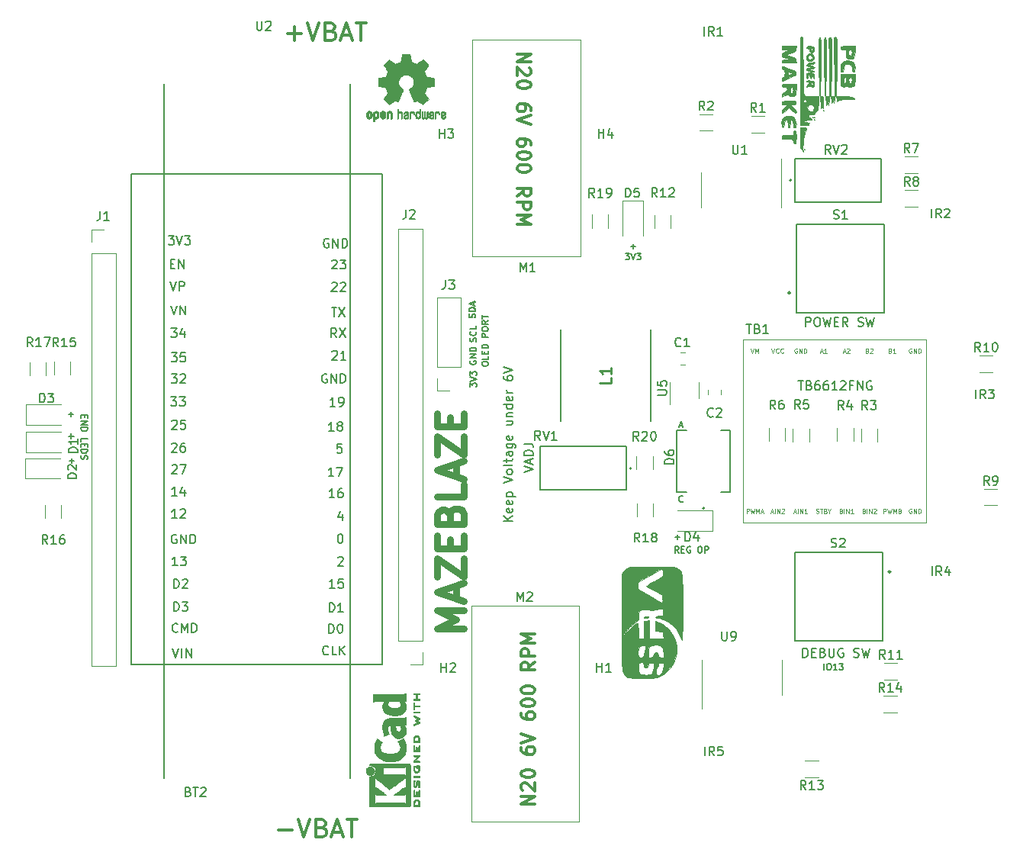
<source format=gto>
%TF.GenerationSoftware,KiCad,Pcbnew,5.1.5+dfsg1-2build2*%
%TF.CreationDate,2021-11-19T21:10:00+05:30*%
%TF.ProjectId,Meshmerize,4d657368-6d65-4726-997a-652e6b696361,rev?*%
%TF.SameCoordinates,Original*%
%TF.FileFunction,Legend,Top*%
%TF.FilePolarity,Positive*%
%FSLAX46Y46*%
G04 Gerber Fmt 4.6, Leading zero omitted, Abs format (unit mm)*
G04 Created by KiCad (PCBNEW 5.1.5+dfsg1-2build2) date 2021-11-19 21:10:00*
%MOMM*%
%LPD*%
G04 APERTURE LIST*
%ADD10C,0.150000*%
%ADD11C,0.750000*%
%ADD12C,0.300000*%
%ADD13C,0.010000*%
%ADD14C,0.120000*%
%ADD15C,0.200000*%
%ADD16C,0.127000*%
%ADD17C,0.250000*%
%ADD18C,0.254000*%
%ADD19C,0.100000*%
G04 APERTURE END LIST*
D10*
X168486586Y-99223640D02*
X168453253Y-99256973D01*
X168353253Y-99290306D01*
X168286586Y-99290306D01*
X168186586Y-99256973D01*
X168119920Y-99190306D01*
X168086586Y-99123640D01*
X168053253Y-98990306D01*
X168053253Y-98890306D01*
X168086586Y-98756973D01*
X168119920Y-98690306D01*
X168186586Y-98623640D01*
X168286586Y-98590306D01*
X168353253Y-98590306D01*
X168453253Y-98623640D01*
X168486586Y-98656973D01*
X168113413Y-90789586D02*
X168446746Y-90789586D01*
X168046746Y-90989586D02*
X168280080Y-90289586D01*
X168513413Y-90989586D01*
D11*
X144196582Y-113309822D02*
X141196582Y-113309822D01*
X143339440Y-112309822D01*
X141196582Y-111309822D01*
X144196582Y-111309822D01*
X143339440Y-110024108D02*
X143339440Y-108595537D01*
X144196582Y-110309822D02*
X141196582Y-109309822D01*
X144196582Y-108309822D01*
X141196582Y-107595537D02*
X141196582Y-105595537D01*
X144196582Y-107595537D01*
X144196582Y-105595537D01*
X142625154Y-104452680D02*
X142625154Y-103452680D01*
X144196582Y-103024108D02*
X144196582Y-104452680D01*
X141196582Y-104452680D01*
X141196582Y-103024108D01*
X142625154Y-100738394D02*
X142768011Y-100309822D01*
X142910868Y-100166965D01*
X143196582Y-100024108D01*
X143625154Y-100024108D01*
X143910868Y-100166965D01*
X144053725Y-100309822D01*
X144196582Y-100595537D01*
X144196582Y-101738394D01*
X141196582Y-101738394D01*
X141196582Y-100738394D01*
X141339440Y-100452680D01*
X141482297Y-100309822D01*
X141768011Y-100166965D01*
X142053725Y-100166965D01*
X142339440Y-100309822D01*
X142482297Y-100452680D01*
X142625154Y-100738394D01*
X142625154Y-101738394D01*
X144196582Y-97309822D02*
X144196582Y-98738394D01*
X141196582Y-98738394D01*
X143339440Y-96452680D02*
X143339440Y-95024108D01*
X144196582Y-96738394D02*
X141196582Y-95738394D01*
X144196582Y-94738394D01*
X141196582Y-94024108D02*
X141196582Y-92024108D01*
X144196582Y-94024108D01*
X144196582Y-92024108D01*
X142625154Y-90881251D02*
X142625154Y-89881251D01*
X144196582Y-89452680D02*
X144196582Y-90881251D01*
X141196582Y-90881251D01*
X141196582Y-89452680D01*
D12*
X150108528Y-49626428D02*
X151608528Y-49626428D01*
X150108528Y-50483571D01*
X151608528Y-50483571D01*
X151465671Y-51126428D02*
X151537100Y-51197857D01*
X151608528Y-51340714D01*
X151608528Y-51697857D01*
X151537100Y-51840714D01*
X151465671Y-51912142D01*
X151322814Y-51983571D01*
X151179957Y-51983571D01*
X150965671Y-51912142D01*
X150108528Y-51055000D01*
X150108528Y-51983571D01*
X151608528Y-52912142D02*
X151608528Y-53055000D01*
X151537100Y-53197857D01*
X151465671Y-53269285D01*
X151322814Y-53340714D01*
X151037100Y-53412142D01*
X150679957Y-53412142D01*
X150394242Y-53340714D01*
X150251385Y-53269285D01*
X150179957Y-53197857D01*
X150108528Y-53055000D01*
X150108528Y-52912142D01*
X150179957Y-52769285D01*
X150251385Y-52697857D01*
X150394242Y-52626428D01*
X150679957Y-52555000D01*
X151037100Y-52555000D01*
X151322814Y-52626428D01*
X151465671Y-52697857D01*
X151537100Y-52769285D01*
X151608528Y-52912142D01*
X151608528Y-55840714D02*
X151608528Y-55555000D01*
X151537100Y-55412142D01*
X151465671Y-55340714D01*
X151251385Y-55197857D01*
X150965671Y-55126428D01*
X150394242Y-55126428D01*
X150251385Y-55197857D01*
X150179957Y-55269285D01*
X150108528Y-55412142D01*
X150108528Y-55697857D01*
X150179957Y-55840714D01*
X150251385Y-55912142D01*
X150394242Y-55983571D01*
X150751385Y-55983571D01*
X150894242Y-55912142D01*
X150965671Y-55840714D01*
X151037100Y-55697857D01*
X151037100Y-55412142D01*
X150965671Y-55269285D01*
X150894242Y-55197857D01*
X150751385Y-55126428D01*
X151608528Y-56412142D02*
X150108528Y-56912142D01*
X151608528Y-57412142D01*
X151608528Y-59697857D02*
X151608528Y-59412142D01*
X151537100Y-59269285D01*
X151465671Y-59197857D01*
X151251385Y-59055000D01*
X150965671Y-58983571D01*
X150394242Y-58983571D01*
X150251385Y-59055000D01*
X150179957Y-59126428D01*
X150108528Y-59269285D01*
X150108528Y-59555000D01*
X150179957Y-59697857D01*
X150251385Y-59769285D01*
X150394242Y-59840714D01*
X150751385Y-59840714D01*
X150894242Y-59769285D01*
X150965671Y-59697857D01*
X151037100Y-59555000D01*
X151037100Y-59269285D01*
X150965671Y-59126428D01*
X150894242Y-59055000D01*
X150751385Y-58983571D01*
X151608528Y-60769285D02*
X151608528Y-60912142D01*
X151537100Y-61055000D01*
X151465671Y-61126428D01*
X151322814Y-61197857D01*
X151037100Y-61269285D01*
X150679957Y-61269285D01*
X150394242Y-61197857D01*
X150251385Y-61126428D01*
X150179957Y-61055000D01*
X150108528Y-60912142D01*
X150108528Y-60769285D01*
X150179957Y-60626428D01*
X150251385Y-60555000D01*
X150394242Y-60483571D01*
X150679957Y-60412142D01*
X151037100Y-60412142D01*
X151322814Y-60483571D01*
X151465671Y-60555000D01*
X151537100Y-60626428D01*
X151608528Y-60769285D01*
X151608528Y-62197857D02*
X151608528Y-62340714D01*
X151537100Y-62483571D01*
X151465671Y-62555000D01*
X151322814Y-62626428D01*
X151037100Y-62697857D01*
X150679957Y-62697857D01*
X150394242Y-62626428D01*
X150251385Y-62555000D01*
X150179957Y-62483571D01*
X150108528Y-62340714D01*
X150108528Y-62197857D01*
X150179957Y-62055000D01*
X150251385Y-61983571D01*
X150394242Y-61912142D01*
X150679957Y-61840714D01*
X151037100Y-61840714D01*
X151322814Y-61912142D01*
X151465671Y-61983571D01*
X151537100Y-62055000D01*
X151608528Y-62197857D01*
X150108528Y-65340714D02*
X150822814Y-64840714D01*
X150108528Y-64483571D02*
X151608528Y-64483571D01*
X151608528Y-65055000D01*
X151537100Y-65197857D01*
X151465671Y-65269285D01*
X151322814Y-65340714D01*
X151108528Y-65340714D01*
X150965671Y-65269285D01*
X150894242Y-65197857D01*
X150822814Y-65055000D01*
X150822814Y-64483571D01*
X150108528Y-65983571D02*
X151608528Y-65983571D01*
X151608528Y-66555000D01*
X151537100Y-66697857D01*
X151465671Y-66769285D01*
X151322814Y-66840714D01*
X151108528Y-66840714D01*
X150965671Y-66769285D01*
X150894242Y-66697857D01*
X150822814Y-66555000D01*
X150822814Y-65983571D01*
X150108528Y-67483571D02*
X151608528Y-67483571D01*
X150537100Y-67983571D01*
X151608528Y-68483571D01*
X150108528Y-68483571D01*
X152062571Y-132796371D02*
X150562571Y-132796371D01*
X152062571Y-131939228D01*
X150562571Y-131939228D01*
X150705428Y-131296371D02*
X150634000Y-131224942D01*
X150562571Y-131082085D01*
X150562571Y-130724942D01*
X150634000Y-130582085D01*
X150705428Y-130510657D01*
X150848285Y-130439228D01*
X150991142Y-130439228D01*
X151205428Y-130510657D01*
X152062571Y-131367800D01*
X152062571Y-130439228D01*
X150562571Y-129510657D02*
X150562571Y-129367800D01*
X150634000Y-129224942D01*
X150705428Y-129153514D01*
X150848285Y-129082085D01*
X151134000Y-129010657D01*
X151491142Y-129010657D01*
X151776857Y-129082085D01*
X151919714Y-129153514D01*
X151991142Y-129224942D01*
X152062571Y-129367800D01*
X152062571Y-129510657D01*
X151991142Y-129653514D01*
X151919714Y-129724942D01*
X151776857Y-129796371D01*
X151491142Y-129867800D01*
X151134000Y-129867800D01*
X150848285Y-129796371D01*
X150705428Y-129724942D01*
X150634000Y-129653514D01*
X150562571Y-129510657D01*
X150562571Y-126582085D02*
X150562571Y-126867800D01*
X150634000Y-127010657D01*
X150705428Y-127082085D01*
X150919714Y-127224942D01*
X151205428Y-127296371D01*
X151776857Y-127296371D01*
X151919714Y-127224942D01*
X151991142Y-127153514D01*
X152062571Y-127010657D01*
X152062571Y-126724942D01*
X151991142Y-126582085D01*
X151919714Y-126510657D01*
X151776857Y-126439228D01*
X151419714Y-126439228D01*
X151276857Y-126510657D01*
X151205428Y-126582085D01*
X151134000Y-126724942D01*
X151134000Y-127010657D01*
X151205428Y-127153514D01*
X151276857Y-127224942D01*
X151419714Y-127296371D01*
X150562571Y-126010657D02*
X152062571Y-125510657D01*
X150562571Y-125010657D01*
X150562571Y-122724942D02*
X150562571Y-123010657D01*
X150634000Y-123153514D01*
X150705428Y-123224942D01*
X150919714Y-123367800D01*
X151205428Y-123439228D01*
X151776857Y-123439228D01*
X151919714Y-123367800D01*
X151991142Y-123296371D01*
X152062571Y-123153514D01*
X152062571Y-122867800D01*
X151991142Y-122724942D01*
X151919714Y-122653514D01*
X151776857Y-122582085D01*
X151419714Y-122582085D01*
X151276857Y-122653514D01*
X151205428Y-122724942D01*
X151134000Y-122867800D01*
X151134000Y-123153514D01*
X151205428Y-123296371D01*
X151276857Y-123367800D01*
X151419714Y-123439228D01*
X150562571Y-121653514D02*
X150562571Y-121510657D01*
X150634000Y-121367800D01*
X150705428Y-121296371D01*
X150848285Y-121224942D01*
X151134000Y-121153514D01*
X151491142Y-121153514D01*
X151776857Y-121224942D01*
X151919714Y-121296371D01*
X151991142Y-121367800D01*
X152062571Y-121510657D01*
X152062571Y-121653514D01*
X151991142Y-121796371D01*
X151919714Y-121867800D01*
X151776857Y-121939228D01*
X151491142Y-122010657D01*
X151134000Y-122010657D01*
X150848285Y-121939228D01*
X150705428Y-121867800D01*
X150634000Y-121796371D01*
X150562571Y-121653514D01*
X150562571Y-120224942D02*
X150562571Y-120082085D01*
X150634000Y-119939228D01*
X150705428Y-119867800D01*
X150848285Y-119796371D01*
X151134000Y-119724942D01*
X151491142Y-119724942D01*
X151776857Y-119796371D01*
X151919714Y-119867800D01*
X151991142Y-119939228D01*
X152062571Y-120082085D01*
X152062571Y-120224942D01*
X151991142Y-120367800D01*
X151919714Y-120439228D01*
X151776857Y-120510657D01*
X151491142Y-120582085D01*
X151134000Y-120582085D01*
X150848285Y-120510657D01*
X150705428Y-120439228D01*
X150634000Y-120367800D01*
X150562571Y-120224942D01*
X152062571Y-117082085D02*
X151348285Y-117582085D01*
X152062571Y-117939228D02*
X150562571Y-117939228D01*
X150562571Y-117367800D01*
X150634000Y-117224942D01*
X150705428Y-117153514D01*
X150848285Y-117082085D01*
X151062571Y-117082085D01*
X151205428Y-117153514D01*
X151276857Y-117224942D01*
X151348285Y-117367800D01*
X151348285Y-117939228D01*
X152062571Y-116439228D02*
X150562571Y-116439228D01*
X150562571Y-115867800D01*
X150634000Y-115724942D01*
X150705428Y-115653514D01*
X150848285Y-115582085D01*
X151062571Y-115582085D01*
X151205428Y-115653514D01*
X151276857Y-115724942D01*
X151348285Y-115867800D01*
X151348285Y-116439228D01*
X152062571Y-114939228D02*
X150562571Y-114939228D01*
X151634000Y-114439228D01*
X150562571Y-113939228D01*
X152062571Y-113939228D01*
D10*
X149588480Y-101402090D02*
X148588480Y-101402090D01*
X149588480Y-100830661D02*
X149017052Y-101259233D01*
X148588480Y-100830661D02*
X149159909Y-101402090D01*
X149540861Y-100021138D02*
X149588480Y-100116376D01*
X149588480Y-100306852D01*
X149540861Y-100402090D01*
X149445623Y-100449709D01*
X149064671Y-100449709D01*
X148969433Y-100402090D01*
X148921814Y-100306852D01*
X148921814Y-100116376D01*
X148969433Y-100021138D01*
X149064671Y-99973519D01*
X149159909Y-99973519D01*
X149255147Y-100449709D01*
X149540861Y-99163995D02*
X149588480Y-99259233D01*
X149588480Y-99449709D01*
X149540861Y-99544947D01*
X149445623Y-99592566D01*
X149064671Y-99592566D01*
X148969433Y-99544947D01*
X148921814Y-99449709D01*
X148921814Y-99259233D01*
X148969433Y-99163995D01*
X149064671Y-99116376D01*
X149159909Y-99116376D01*
X149255147Y-99592566D01*
X148921814Y-98687804D02*
X149921814Y-98687804D01*
X148969433Y-98687804D02*
X148921814Y-98592566D01*
X148921814Y-98402090D01*
X148969433Y-98306852D01*
X149017052Y-98259233D01*
X149112290Y-98211614D01*
X149398004Y-98211614D01*
X149493242Y-98259233D01*
X149540861Y-98306852D01*
X149588480Y-98402090D01*
X149588480Y-98592566D01*
X149540861Y-98687804D01*
X148588480Y-97163995D02*
X149588480Y-96830661D01*
X148588480Y-96497328D01*
X149588480Y-96021138D02*
X149540861Y-96116376D01*
X149493242Y-96163995D01*
X149398004Y-96211614D01*
X149112290Y-96211614D01*
X149017052Y-96163995D01*
X148969433Y-96116376D01*
X148921814Y-96021138D01*
X148921814Y-95878280D01*
X148969433Y-95783042D01*
X149017052Y-95735423D01*
X149112290Y-95687804D01*
X149398004Y-95687804D01*
X149493242Y-95735423D01*
X149540861Y-95783042D01*
X149588480Y-95878280D01*
X149588480Y-96021138D01*
X149588480Y-95116376D02*
X149540861Y-95211614D01*
X149445623Y-95259233D01*
X148588480Y-95259233D01*
X148921814Y-94878280D02*
X148921814Y-94497328D01*
X148588480Y-94735423D02*
X149445623Y-94735423D01*
X149540861Y-94687804D01*
X149588480Y-94592566D01*
X149588480Y-94497328D01*
X149588480Y-93735423D02*
X149064671Y-93735423D01*
X148969433Y-93783042D01*
X148921814Y-93878280D01*
X148921814Y-94068757D01*
X148969433Y-94163995D01*
X149540861Y-93735423D02*
X149588480Y-93830661D01*
X149588480Y-94068757D01*
X149540861Y-94163995D01*
X149445623Y-94211614D01*
X149350385Y-94211614D01*
X149255147Y-94163995D01*
X149207528Y-94068757D01*
X149207528Y-93830661D01*
X149159909Y-93735423D01*
X148921814Y-92830661D02*
X149731338Y-92830661D01*
X149826576Y-92878280D01*
X149874195Y-92925900D01*
X149921814Y-93021138D01*
X149921814Y-93163995D01*
X149874195Y-93259233D01*
X149540861Y-92830661D02*
X149588480Y-92925900D01*
X149588480Y-93116376D01*
X149540861Y-93211614D01*
X149493242Y-93259233D01*
X149398004Y-93306852D01*
X149112290Y-93306852D01*
X149017052Y-93259233D01*
X148969433Y-93211614D01*
X148921814Y-93116376D01*
X148921814Y-92925900D01*
X148969433Y-92830661D01*
X149540861Y-91973519D02*
X149588480Y-92068757D01*
X149588480Y-92259233D01*
X149540861Y-92354471D01*
X149445623Y-92402090D01*
X149064671Y-92402090D01*
X148969433Y-92354471D01*
X148921814Y-92259233D01*
X148921814Y-92068757D01*
X148969433Y-91973519D01*
X149064671Y-91925900D01*
X149159909Y-91925900D01*
X149255147Y-92402090D01*
X148921814Y-90306852D02*
X149588480Y-90306852D01*
X148921814Y-90735423D02*
X149445623Y-90735423D01*
X149540861Y-90687804D01*
X149588480Y-90592566D01*
X149588480Y-90449709D01*
X149540861Y-90354471D01*
X149493242Y-90306852D01*
X148921814Y-89830661D02*
X149588480Y-89830661D01*
X149017052Y-89830661D02*
X148969433Y-89783042D01*
X148921814Y-89687804D01*
X148921814Y-89544947D01*
X148969433Y-89449709D01*
X149064671Y-89402090D01*
X149588480Y-89402090D01*
X149588480Y-88497328D02*
X148588480Y-88497328D01*
X149540861Y-88497328D02*
X149588480Y-88592566D01*
X149588480Y-88783042D01*
X149540861Y-88878280D01*
X149493242Y-88925900D01*
X149398004Y-88973519D01*
X149112290Y-88973519D01*
X149017052Y-88925900D01*
X148969433Y-88878280D01*
X148921814Y-88783042D01*
X148921814Y-88592566D01*
X148969433Y-88497328D01*
X149540861Y-87640185D02*
X149588480Y-87735423D01*
X149588480Y-87925900D01*
X149540861Y-88021138D01*
X149445623Y-88068757D01*
X149064671Y-88068757D01*
X148969433Y-88021138D01*
X148921814Y-87925900D01*
X148921814Y-87735423D01*
X148969433Y-87640185D01*
X149064671Y-87592566D01*
X149159909Y-87592566D01*
X149255147Y-88068757D01*
X149588480Y-87163995D02*
X148921814Y-87163995D01*
X149112290Y-87163995D02*
X149017052Y-87116376D01*
X148969433Y-87068757D01*
X148921814Y-86973519D01*
X148921814Y-86878280D01*
X148588480Y-85354471D02*
X148588480Y-85544947D01*
X148636100Y-85640185D01*
X148683719Y-85687804D01*
X148826576Y-85783042D01*
X149017052Y-85830661D01*
X149398004Y-85830661D01*
X149493242Y-85783042D01*
X149540861Y-85735423D01*
X149588480Y-85640185D01*
X149588480Y-85449709D01*
X149540861Y-85354471D01*
X149493242Y-85306852D01*
X149398004Y-85259233D01*
X149159909Y-85259233D01*
X149064671Y-85306852D01*
X149017052Y-85354471D01*
X148969433Y-85449709D01*
X148969433Y-85640185D01*
X149017052Y-85735423D01*
X149064671Y-85783042D01*
X149159909Y-85830661D01*
X148588480Y-84973519D02*
X149588480Y-84640185D01*
X148588480Y-84306852D01*
D12*
X123579784Y-135738217D02*
X125103594Y-135738217D01*
X125770260Y-134500121D02*
X126436927Y-136500121D01*
X127103594Y-134500121D01*
X128436927Y-135452502D02*
X128722641Y-135547740D01*
X128817880Y-135642979D01*
X128913118Y-135833455D01*
X128913118Y-136119169D01*
X128817880Y-136309645D01*
X128722641Y-136404883D01*
X128532165Y-136500121D01*
X127770260Y-136500121D01*
X127770260Y-134500121D01*
X128436927Y-134500121D01*
X128627403Y-134595360D01*
X128722641Y-134690598D01*
X128817880Y-134881074D01*
X128817880Y-135071550D01*
X128722641Y-135262026D01*
X128627403Y-135357264D01*
X128436927Y-135452502D01*
X127770260Y-135452502D01*
X129675022Y-135928693D02*
X130627403Y-135928693D01*
X129484546Y-136500121D02*
X130151213Y-134500121D01*
X130817880Y-136500121D01*
X131198832Y-134500121D02*
X132341689Y-134500121D01*
X131770260Y-136500121D02*
X131770260Y-134500121D01*
X124595784Y-47330977D02*
X126119594Y-47330977D01*
X125357689Y-48092881D02*
X125357689Y-46569072D01*
X126786260Y-46092881D02*
X127452927Y-48092881D01*
X128119594Y-46092881D01*
X129452927Y-47045262D02*
X129738641Y-47140500D01*
X129833880Y-47235739D01*
X129929118Y-47426215D01*
X129929118Y-47711929D01*
X129833880Y-47902405D01*
X129738641Y-47997643D01*
X129548165Y-48092881D01*
X128786260Y-48092881D01*
X128786260Y-46092881D01*
X129452927Y-46092881D01*
X129643403Y-46188120D01*
X129738641Y-46283358D01*
X129833880Y-46473834D01*
X129833880Y-46664310D01*
X129738641Y-46854786D01*
X129643403Y-46950024D01*
X129452927Y-47045262D01*
X128786260Y-47045262D01*
X130691022Y-47521453D02*
X131643403Y-47521453D01*
X130500546Y-48092881D02*
X131167213Y-46092881D01*
X131833880Y-48092881D01*
X132214832Y-46092881D02*
X133357689Y-46092881D01*
X132786260Y-48092881D02*
X132786260Y-46092881D01*
D10*
X181277142Y-85863180D02*
X181848571Y-85863180D01*
X181562857Y-86863180D02*
X181562857Y-85863180D01*
X182515238Y-86339371D02*
X182658095Y-86386990D01*
X182705714Y-86434609D01*
X182753333Y-86529847D01*
X182753333Y-86672704D01*
X182705714Y-86767942D01*
X182658095Y-86815561D01*
X182562857Y-86863180D01*
X182181904Y-86863180D01*
X182181904Y-85863180D01*
X182515238Y-85863180D01*
X182610476Y-85910800D01*
X182658095Y-85958419D01*
X182705714Y-86053657D01*
X182705714Y-86148895D01*
X182658095Y-86244133D01*
X182610476Y-86291752D01*
X182515238Y-86339371D01*
X182181904Y-86339371D01*
X183610476Y-85863180D02*
X183420000Y-85863180D01*
X183324761Y-85910800D01*
X183277142Y-85958419D01*
X183181904Y-86101276D01*
X183134285Y-86291752D01*
X183134285Y-86672704D01*
X183181904Y-86767942D01*
X183229523Y-86815561D01*
X183324761Y-86863180D01*
X183515238Y-86863180D01*
X183610476Y-86815561D01*
X183658095Y-86767942D01*
X183705714Y-86672704D01*
X183705714Y-86434609D01*
X183658095Y-86339371D01*
X183610476Y-86291752D01*
X183515238Y-86244133D01*
X183324761Y-86244133D01*
X183229523Y-86291752D01*
X183181904Y-86339371D01*
X183134285Y-86434609D01*
X184562857Y-85863180D02*
X184372380Y-85863180D01*
X184277142Y-85910800D01*
X184229523Y-85958419D01*
X184134285Y-86101276D01*
X184086666Y-86291752D01*
X184086666Y-86672704D01*
X184134285Y-86767942D01*
X184181904Y-86815561D01*
X184277142Y-86863180D01*
X184467619Y-86863180D01*
X184562857Y-86815561D01*
X184610476Y-86767942D01*
X184658095Y-86672704D01*
X184658095Y-86434609D01*
X184610476Y-86339371D01*
X184562857Y-86291752D01*
X184467619Y-86244133D01*
X184277142Y-86244133D01*
X184181904Y-86291752D01*
X184134285Y-86339371D01*
X184086666Y-86434609D01*
X185610476Y-86863180D02*
X185039047Y-86863180D01*
X185324761Y-86863180D02*
X185324761Y-85863180D01*
X185229523Y-86006038D01*
X185134285Y-86101276D01*
X185039047Y-86148895D01*
X185991428Y-85958419D02*
X186039047Y-85910800D01*
X186134285Y-85863180D01*
X186372380Y-85863180D01*
X186467619Y-85910800D01*
X186515238Y-85958419D01*
X186562857Y-86053657D01*
X186562857Y-86148895D01*
X186515238Y-86291752D01*
X185943809Y-86863180D01*
X186562857Y-86863180D01*
X187324761Y-86339371D02*
X186991428Y-86339371D01*
X186991428Y-86863180D02*
X186991428Y-85863180D01*
X187467619Y-85863180D01*
X187848571Y-86863180D02*
X187848571Y-85863180D01*
X188420000Y-86863180D01*
X188420000Y-85863180D01*
X189420000Y-85910800D02*
X189324761Y-85863180D01*
X189181904Y-85863180D01*
X189039047Y-85910800D01*
X188943809Y-86006038D01*
X188896190Y-86101276D01*
X188848571Y-86291752D01*
X188848571Y-86434609D01*
X188896190Y-86625085D01*
X188943809Y-86720323D01*
X189039047Y-86815561D01*
X189181904Y-86863180D01*
X189277142Y-86863180D01*
X189420000Y-86815561D01*
X189467619Y-86767942D01*
X189467619Y-86434609D01*
X189277142Y-86434609D01*
X170931009Y-127437140D02*
X170931009Y-126437140D01*
X171978628Y-127437140D02*
X171645295Y-126960950D01*
X171407200Y-127437140D02*
X171407200Y-126437140D01*
X171788152Y-126437140D01*
X171883390Y-126484760D01*
X171931009Y-126532379D01*
X171978628Y-126627617D01*
X171978628Y-126770474D01*
X171931009Y-126865712D01*
X171883390Y-126913331D01*
X171788152Y-126960950D01*
X171407200Y-126960950D01*
X172883390Y-126437140D02*
X172407200Y-126437140D01*
X172359580Y-126913331D01*
X172407200Y-126865712D01*
X172502438Y-126818093D01*
X172740533Y-126818093D01*
X172835771Y-126865712D01*
X172883390Y-126913331D01*
X172931009Y-127008569D01*
X172931009Y-127246664D01*
X172883390Y-127341902D01*
X172835771Y-127389521D01*
X172740533Y-127437140D01*
X172502438Y-127437140D01*
X172407200Y-127389521D01*
X172359580Y-127341902D01*
X196153209Y-107447340D02*
X196153209Y-106447340D01*
X197200828Y-107447340D02*
X196867495Y-106971150D01*
X196629400Y-107447340D02*
X196629400Y-106447340D01*
X197010352Y-106447340D01*
X197105590Y-106494960D01*
X197153209Y-106542579D01*
X197200828Y-106637817D01*
X197200828Y-106780674D01*
X197153209Y-106875912D01*
X197105590Y-106923531D01*
X197010352Y-106971150D01*
X196629400Y-106971150D01*
X198057971Y-106780674D02*
X198057971Y-107447340D01*
X197819876Y-106399721D02*
X197581780Y-107114007D01*
X198200828Y-107114007D01*
X201024929Y-87823300D02*
X201024929Y-86823300D01*
X202072548Y-87823300D02*
X201739215Y-87347110D01*
X201501120Y-87823300D02*
X201501120Y-86823300D01*
X201882072Y-86823300D01*
X201977310Y-86870920D01*
X202024929Y-86918539D01*
X202072548Y-87013777D01*
X202072548Y-87156634D01*
X202024929Y-87251872D01*
X201977310Y-87299491D01*
X201882072Y-87347110D01*
X201501120Y-87347110D01*
X202405881Y-86823300D02*
X203024929Y-86823300D01*
X202691596Y-87204253D01*
X202834453Y-87204253D01*
X202929691Y-87251872D01*
X202977310Y-87299491D01*
X203024929Y-87394729D01*
X203024929Y-87632824D01*
X202977310Y-87728062D01*
X202929691Y-87775681D01*
X202834453Y-87823300D01*
X202548739Y-87823300D01*
X202453500Y-87775681D01*
X202405881Y-87728062D01*
X196102409Y-67757300D02*
X196102409Y-66757300D01*
X197150028Y-67757300D02*
X196816695Y-67281110D01*
X196578600Y-67757300D02*
X196578600Y-66757300D01*
X196959552Y-66757300D01*
X197054790Y-66804920D01*
X197102409Y-66852539D01*
X197150028Y-66947777D01*
X197150028Y-67090634D01*
X197102409Y-67185872D01*
X197054790Y-67233491D01*
X196959552Y-67281110D01*
X196578600Y-67281110D01*
X197530980Y-66852539D02*
X197578600Y-66804920D01*
X197673838Y-66757300D01*
X197911933Y-66757300D01*
X198007171Y-66804920D01*
X198054790Y-66852539D01*
X198102409Y-66947777D01*
X198102409Y-67043015D01*
X198054790Y-67185872D01*
X197483361Y-67757300D01*
X198102409Y-67757300D01*
X170890369Y-47533820D02*
X170890369Y-46533820D01*
X171937988Y-47533820D02*
X171604655Y-47057630D01*
X171366560Y-47533820D02*
X171366560Y-46533820D01*
X171747512Y-46533820D01*
X171842750Y-46581440D01*
X171890369Y-46629059D01*
X171937988Y-46724297D01*
X171937988Y-46867154D01*
X171890369Y-46962392D01*
X171842750Y-47010011D01*
X171747512Y-47057630D01*
X171366560Y-47057630D01*
X172890369Y-47533820D02*
X172318940Y-47533820D01*
X172604655Y-47533820D02*
X172604655Y-46533820D01*
X172509417Y-46676678D01*
X172414179Y-46771916D01*
X172318940Y-46819535D01*
X150861780Y-95978457D02*
X151861780Y-95645123D01*
X150861780Y-95311790D01*
X151576066Y-95026076D02*
X151576066Y-94549885D01*
X151861780Y-95121314D02*
X150861780Y-94787980D01*
X151861780Y-94454647D01*
X151861780Y-94121314D02*
X150861780Y-94121314D01*
X150861780Y-93883219D01*
X150909400Y-93740361D01*
X151004638Y-93645123D01*
X151099876Y-93597504D01*
X151290352Y-93549885D01*
X151433209Y-93549885D01*
X151623685Y-93597504D01*
X151718923Y-93645123D01*
X151814161Y-93740361D01*
X151861780Y-93883219D01*
X151861780Y-94121314D01*
X150861780Y-92835600D02*
X151576066Y-92835600D01*
X151718923Y-92883219D01*
X151814161Y-92978457D01*
X151861780Y-93121314D01*
X151861780Y-93216552D01*
X129147961Y-116168442D02*
X129100342Y-116216061D01*
X128957485Y-116263680D01*
X128862247Y-116263680D01*
X128719390Y-116216061D01*
X128624152Y-116120823D01*
X128576533Y-116025585D01*
X128528914Y-115835109D01*
X128528914Y-115692252D01*
X128576533Y-115501776D01*
X128624152Y-115406538D01*
X128719390Y-115311300D01*
X128862247Y-115263680D01*
X128957485Y-115263680D01*
X129100342Y-115311300D01*
X129147961Y-115358919D01*
X130052723Y-116263680D02*
X129576533Y-116263680D01*
X129576533Y-115263680D01*
X130386057Y-116263680D02*
X130386057Y-115263680D01*
X130957485Y-116263680D02*
X130528914Y-115692252D01*
X130957485Y-115263680D02*
X130386057Y-115835109D01*
X129208304Y-113837980D02*
X129208304Y-112837980D01*
X129446400Y-112837980D01*
X129589257Y-112885600D01*
X129684495Y-112980838D01*
X129732114Y-113076076D01*
X129779733Y-113266552D01*
X129779733Y-113409409D01*
X129732114Y-113599885D01*
X129684495Y-113695123D01*
X129589257Y-113790361D01*
X129446400Y-113837980D01*
X129208304Y-113837980D01*
X130398780Y-112837980D02*
X130494019Y-112837980D01*
X130589257Y-112885600D01*
X130636876Y-112933219D01*
X130684495Y-113028457D01*
X130732114Y-113218933D01*
X130732114Y-113457028D01*
X130684495Y-113647504D01*
X130636876Y-113742742D01*
X130589257Y-113790361D01*
X130494019Y-113837980D01*
X130398780Y-113837980D01*
X130303542Y-113790361D01*
X130255923Y-113742742D01*
X130208304Y-113647504D01*
X130160685Y-113457028D01*
X130160685Y-113218933D01*
X130208304Y-113028457D01*
X130255923Y-112933219D01*
X130303542Y-112885600D01*
X130398780Y-112837980D01*
X129259104Y-111501180D02*
X129259104Y-110501180D01*
X129497200Y-110501180D01*
X129640057Y-110548800D01*
X129735295Y-110644038D01*
X129782914Y-110739276D01*
X129830533Y-110929752D01*
X129830533Y-111072609D01*
X129782914Y-111263085D01*
X129735295Y-111358323D01*
X129640057Y-111453561D01*
X129497200Y-111501180D01*
X129259104Y-111501180D01*
X130782914Y-111501180D02*
X130211485Y-111501180D01*
X130497200Y-111501180D02*
X130497200Y-110501180D01*
X130401961Y-110644038D01*
X130306723Y-110739276D01*
X130211485Y-110786895D01*
X129857523Y-108846880D02*
X129286095Y-108846880D01*
X129571809Y-108846880D02*
X129571809Y-107846880D01*
X129476571Y-107989738D01*
X129381333Y-108084976D01*
X129286095Y-108132595D01*
X130762285Y-107846880D02*
X130286095Y-107846880D01*
X130238476Y-108323071D01*
X130286095Y-108275452D01*
X130381333Y-108227833D01*
X130619428Y-108227833D01*
X130714666Y-108275452D01*
X130762285Y-108323071D01*
X130809904Y-108418309D01*
X130809904Y-108656404D01*
X130762285Y-108751642D01*
X130714666Y-108799261D01*
X130619428Y-108846880D01*
X130381333Y-108846880D01*
X130286095Y-108799261D01*
X130238476Y-108751642D01*
X130232185Y-105478319D02*
X130279804Y-105430700D01*
X130375042Y-105383080D01*
X130613138Y-105383080D01*
X130708376Y-105430700D01*
X130755995Y-105478319D01*
X130803614Y-105573557D01*
X130803614Y-105668795D01*
X130755995Y-105811652D01*
X130184566Y-106383080D01*
X130803614Y-106383080D01*
X130419480Y-102868480D02*
X130514719Y-102868480D01*
X130609957Y-102916100D01*
X130657576Y-102963719D01*
X130705195Y-103058957D01*
X130752814Y-103249433D01*
X130752814Y-103487528D01*
X130705195Y-103678004D01*
X130657576Y-103773242D01*
X130609957Y-103820861D01*
X130514719Y-103868480D01*
X130419480Y-103868480D01*
X130324242Y-103820861D01*
X130276623Y-103773242D01*
X130229004Y-103678004D01*
X130181385Y-103487528D01*
X130181385Y-103249433D01*
X130229004Y-103058957D01*
X130276623Y-102963719D01*
X130324242Y-102916100D01*
X130419480Y-102868480D01*
X130682976Y-100661814D02*
X130682976Y-101328480D01*
X130444880Y-100280861D02*
X130206785Y-100995147D01*
X130825833Y-100995147D01*
X129819423Y-98813880D02*
X129247995Y-98813880D01*
X129533709Y-98813880D02*
X129533709Y-97813880D01*
X129438471Y-97956738D01*
X129343233Y-98051976D01*
X129247995Y-98099595D01*
X130676566Y-97813880D02*
X130486090Y-97813880D01*
X130390852Y-97861500D01*
X130343233Y-97909119D01*
X130247995Y-98051976D01*
X130200376Y-98242452D01*
X130200376Y-98623404D01*
X130247995Y-98718642D01*
X130295614Y-98766261D01*
X130390852Y-98813880D01*
X130581328Y-98813880D01*
X130676566Y-98766261D01*
X130724185Y-98718642D01*
X130771804Y-98623404D01*
X130771804Y-98385309D01*
X130724185Y-98290071D01*
X130676566Y-98242452D01*
X130581328Y-98194833D01*
X130390852Y-98194833D01*
X130295614Y-98242452D01*
X130247995Y-98290071D01*
X130200376Y-98385309D01*
X129730523Y-96451680D02*
X129159095Y-96451680D01*
X129444809Y-96451680D02*
X129444809Y-95451680D01*
X129349571Y-95594538D01*
X129254333Y-95689776D01*
X129159095Y-95737395D01*
X130063857Y-95451680D02*
X130730523Y-95451680D01*
X130301952Y-96451680D01*
X130616295Y-92860880D02*
X130140104Y-92860880D01*
X130092485Y-93337071D01*
X130140104Y-93289452D01*
X130235342Y-93241833D01*
X130473438Y-93241833D01*
X130568676Y-93289452D01*
X130616295Y-93337071D01*
X130663914Y-93432309D01*
X130663914Y-93670404D01*
X130616295Y-93765642D01*
X130568676Y-93813261D01*
X130473438Y-93860880D01*
X130235342Y-93860880D01*
X130140104Y-93813261D01*
X130092485Y-93765642D01*
X129768623Y-91422480D02*
X129197195Y-91422480D01*
X129482909Y-91422480D02*
X129482909Y-90422480D01*
X129387671Y-90565338D01*
X129292433Y-90660576D01*
X129197195Y-90708195D01*
X130340052Y-90851052D02*
X130244814Y-90803433D01*
X130197195Y-90755814D01*
X130149576Y-90660576D01*
X130149576Y-90612957D01*
X130197195Y-90517719D01*
X130244814Y-90470100D01*
X130340052Y-90422480D01*
X130530528Y-90422480D01*
X130625766Y-90470100D01*
X130673385Y-90517719D01*
X130721004Y-90612957D01*
X130721004Y-90660576D01*
X130673385Y-90755814D01*
X130625766Y-90803433D01*
X130530528Y-90851052D01*
X130340052Y-90851052D01*
X130244814Y-90898671D01*
X130197195Y-90946290D01*
X130149576Y-91041528D01*
X130149576Y-91232004D01*
X130197195Y-91327242D01*
X130244814Y-91374861D01*
X130340052Y-91422480D01*
X130530528Y-91422480D01*
X130625766Y-91374861D01*
X130673385Y-91327242D01*
X130721004Y-91232004D01*
X130721004Y-91041528D01*
X130673385Y-90946290D01*
X130625766Y-90898671D01*
X130530528Y-90851052D01*
X129908323Y-88679280D02*
X129336895Y-88679280D01*
X129622609Y-88679280D02*
X129622609Y-87679280D01*
X129527371Y-87822138D01*
X129432133Y-87917376D01*
X129336895Y-87964995D01*
X130384514Y-88679280D02*
X130574990Y-88679280D01*
X130670228Y-88631661D01*
X130717847Y-88584042D01*
X130813085Y-88441185D01*
X130860704Y-88250709D01*
X130860704Y-87869757D01*
X130813085Y-87774519D01*
X130765466Y-87726900D01*
X130670228Y-87679280D01*
X130479752Y-87679280D01*
X130384514Y-87726900D01*
X130336895Y-87774519D01*
X130289276Y-87869757D01*
X130289276Y-88107852D01*
X130336895Y-88203090D01*
X130384514Y-88250709D01*
X130479752Y-88298328D01*
X130670228Y-88298328D01*
X130765466Y-88250709D01*
X130813085Y-88203090D01*
X130860704Y-88107852D01*
X128981295Y-85136100D02*
X128886057Y-85088480D01*
X128743200Y-85088480D01*
X128600342Y-85136100D01*
X128505104Y-85231338D01*
X128457485Y-85326576D01*
X128409866Y-85517052D01*
X128409866Y-85659909D01*
X128457485Y-85850385D01*
X128505104Y-85945623D01*
X128600342Y-86040861D01*
X128743200Y-86088480D01*
X128838438Y-86088480D01*
X128981295Y-86040861D01*
X129028914Y-85993242D01*
X129028914Y-85659909D01*
X128838438Y-85659909D01*
X129457485Y-86088480D02*
X129457485Y-85088480D01*
X130028914Y-86088480D01*
X130028914Y-85088480D01*
X130505104Y-86088480D02*
X130505104Y-85088480D01*
X130743200Y-85088480D01*
X130886057Y-85136100D01*
X130981295Y-85231338D01*
X131028914Y-85326576D01*
X131076533Y-85517052D01*
X131076533Y-85659909D01*
X131028914Y-85850385D01*
X130981295Y-85945623D01*
X130886057Y-86040861D01*
X130743200Y-86088480D01*
X130505104Y-86088480D01*
X129565495Y-82605619D02*
X129613114Y-82558000D01*
X129708352Y-82510380D01*
X129946447Y-82510380D01*
X130041685Y-82558000D01*
X130089304Y-82605619D01*
X130136923Y-82700857D01*
X130136923Y-82796095D01*
X130089304Y-82938952D01*
X129517876Y-83510380D01*
X130136923Y-83510380D01*
X131089304Y-83510380D02*
X130517876Y-83510380D01*
X130803590Y-83510380D02*
X130803590Y-82510380D01*
X130708352Y-82653238D01*
X130613114Y-82748476D01*
X130517876Y-82796095D01*
X130046433Y-81033880D02*
X129713100Y-80557690D01*
X129475004Y-81033880D02*
X129475004Y-80033880D01*
X129855957Y-80033880D01*
X129951195Y-80081500D01*
X129998814Y-80129119D01*
X130046433Y-80224357D01*
X130046433Y-80367214D01*
X129998814Y-80462452D01*
X129951195Y-80510071D01*
X129855957Y-80557690D01*
X129475004Y-80557690D01*
X130379766Y-80033880D02*
X131046433Y-81033880D01*
X131046433Y-80033880D02*
X130379766Y-81033880D01*
X129501995Y-77735180D02*
X130073423Y-77735180D01*
X129787709Y-78735180D02*
X129787709Y-77735180D01*
X130311519Y-77735180D02*
X130978185Y-78735180D01*
X130978185Y-77735180D02*
X130311519Y-78735180D01*
X129527395Y-75023719D02*
X129575014Y-74976100D01*
X129670252Y-74928480D01*
X129908347Y-74928480D01*
X130003585Y-74976100D01*
X130051204Y-75023719D01*
X130098823Y-75118957D01*
X130098823Y-75214195D01*
X130051204Y-75357052D01*
X129479776Y-75928480D01*
X130098823Y-75928480D01*
X130479776Y-75023719D02*
X130527395Y-74976100D01*
X130622633Y-74928480D01*
X130860728Y-74928480D01*
X130955966Y-74976100D01*
X131003585Y-75023719D01*
X131051204Y-75118957D01*
X131051204Y-75214195D01*
X131003585Y-75357052D01*
X130432157Y-75928480D01*
X131051204Y-75928480D01*
X129552795Y-72521819D02*
X129600414Y-72474200D01*
X129695652Y-72426580D01*
X129933747Y-72426580D01*
X130028985Y-72474200D01*
X130076604Y-72521819D01*
X130124223Y-72617057D01*
X130124223Y-72712295D01*
X130076604Y-72855152D01*
X129505176Y-73426580D01*
X130124223Y-73426580D01*
X130457557Y-72426580D02*
X131076604Y-72426580D01*
X130743271Y-72807533D01*
X130886128Y-72807533D01*
X130981366Y-72855152D01*
X131028985Y-72902771D01*
X131076604Y-72998009D01*
X131076604Y-73236104D01*
X131028985Y-73331342D01*
X130981366Y-73378961D01*
X130886128Y-73426580D01*
X130600414Y-73426580D01*
X130505176Y-73378961D01*
X130457557Y-73331342D01*
X129171795Y-70112000D02*
X129076557Y-70064380D01*
X128933700Y-70064380D01*
X128790842Y-70112000D01*
X128695604Y-70207238D01*
X128647985Y-70302476D01*
X128600366Y-70492952D01*
X128600366Y-70635809D01*
X128647985Y-70826285D01*
X128695604Y-70921523D01*
X128790842Y-71016761D01*
X128933700Y-71064380D01*
X129028938Y-71064380D01*
X129171795Y-71016761D01*
X129219414Y-70969142D01*
X129219414Y-70635809D01*
X129028938Y-70635809D01*
X129647985Y-71064380D02*
X129647985Y-70064380D01*
X130219414Y-71064380D01*
X130219414Y-70064380D01*
X130695604Y-71064380D02*
X130695604Y-70064380D01*
X130933700Y-70064380D01*
X131076557Y-70112000D01*
X131171795Y-70207238D01*
X131219414Y-70302476D01*
X131267033Y-70492952D01*
X131267033Y-70635809D01*
X131219414Y-70826285D01*
X131171795Y-70921523D01*
X131076557Y-71016761D01*
X130933700Y-71064380D01*
X130695604Y-71064380D01*
X111871261Y-115593880D02*
X112204595Y-116593880D01*
X112537928Y-115593880D01*
X112871261Y-116593880D02*
X112871261Y-115593880D01*
X113347452Y-116593880D02*
X113347452Y-115593880D01*
X113918880Y-116593880D01*
X113918880Y-115593880D01*
X112420495Y-113679242D02*
X112372876Y-113726861D01*
X112230019Y-113774480D01*
X112134780Y-113774480D01*
X111991923Y-113726861D01*
X111896685Y-113631623D01*
X111849066Y-113536385D01*
X111801447Y-113345909D01*
X111801447Y-113203052D01*
X111849066Y-113012576D01*
X111896685Y-112917338D01*
X111991923Y-112822100D01*
X112134780Y-112774480D01*
X112230019Y-112774480D01*
X112372876Y-112822100D01*
X112420495Y-112869719D01*
X112849066Y-113774480D02*
X112849066Y-112774480D01*
X113182400Y-113488766D01*
X113515733Y-112774480D01*
X113515733Y-113774480D01*
X113991923Y-113774480D02*
X113991923Y-112774480D01*
X114230019Y-112774480D01*
X114372876Y-112822100D01*
X114468114Y-112917338D01*
X114515733Y-113012576D01*
X114563352Y-113203052D01*
X114563352Y-113345909D01*
X114515733Y-113536385D01*
X114468114Y-113631623D01*
X114372876Y-113726861D01*
X114230019Y-113774480D01*
X113991923Y-113774480D01*
X111999804Y-111399580D02*
X111999804Y-110399580D01*
X112237900Y-110399580D01*
X112380757Y-110447200D01*
X112475995Y-110542438D01*
X112523614Y-110637676D01*
X112571233Y-110828152D01*
X112571233Y-110971009D01*
X112523614Y-111161485D01*
X112475995Y-111256723D01*
X112380757Y-111351961D01*
X112237900Y-111399580D01*
X111999804Y-111399580D01*
X112904566Y-110399580D02*
X113523614Y-110399580D01*
X113190280Y-110780533D01*
X113333138Y-110780533D01*
X113428376Y-110828152D01*
X113475995Y-110875771D01*
X113523614Y-110971009D01*
X113523614Y-111209104D01*
X113475995Y-111304342D01*
X113428376Y-111351961D01*
X113333138Y-111399580D01*
X113047423Y-111399580D01*
X112952185Y-111351961D01*
X112904566Y-111304342D01*
X111999804Y-108846880D02*
X111999804Y-107846880D01*
X112237900Y-107846880D01*
X112380757Y-107894500D01*
X112475995Y-107989738D01*
X112523614Y-108084976D01*
X112571233Y-108275452D01*
X112571233Y-108418309D01*
X112523614Y-108608785D01*
X112475995Y-108704023D01*
X112380757Y-108799261D01*
X112237900Y-108846880D01*
X111999804Y-108846880D01*
X112952185Y-107942119D02*
X112999804Y-107894500D01*
X113095042Y-107846880D01*
X113333138Y-107846880D01*
X113428376Y-107894500D01*
X113475995Y-107942119D01*
X113523614Y-108037357D01*
X113523614Y-108132595D01*
X113475995Y-108275452D01*
X112904566Y-108846880D01*
X113523614Y-108846880D01*
X112395023Y-106357680D02*
X111823595Y-106357680D01*
X112109309Y-106357680D02*
X112109309Y-105357680D01*
X112014071Y-105500538D01*
X111918833Y-105595776D01*
X111823595Y-105643395D01*
X112728357Y-105357680D02*
X113347404Y-105357680D01*
X113014071Y-105738633D01*
X113156928Y-105738633D01*
X113252166Y-105786252D01*
X113299785Y-105833871D01*
X113347404Y-105929109D01*
X113347404Y-106167204D01*
X113299785Y-106262442D01*
X113252166Y-106310061D01*
X113156928Y-106357680D01*
X112871214Y-106357680D01*
X112775976Y-106310061D01*
X112728357Y-106262442D01*
X112293495Y-102954200D02*
X112198257Y-102906580D01*
X112055400Y-102906580D01*
X111912542Y-102954200D01*
X111817304Y-103049438D01*
X111769685Y-103144676D01*
X111722066Y-103335152D01*
X111722066Y-103478009D01*
X111769685Y-103668485D01*
X111817304Y-103763723D01*
X111912542Y-103858961D01*
X112055400Y-103906580D01*
X112150638Y-103906580D01*
X112293495Y-103858961D01*
X112341114Y-103811342D01*
X112341114Y-103478009D01*
X112150638Y-103478009D01*
X112769685Y-103906580D02*
X112769685Y-102906580D01*
X113341114Y-103906580D01*
X113341114Y-102906580D01*
X113817304Y-103906580D02*
X113817304Y-102906580D01*
X114055400Y-102906580D01*
X114198257Y-102954200D01*
X114293495Y-103049438D01*
X114341114Y-103144676D01*
X114388733Y-103335152D01*
X114388733Y-103478009D01*
X114341114Y-103668485D01*
X114293495Y-103763723D01*
X114198257Y-103858961D01*
X114055400Y-103906580D01*
X113817304Y-103906580D01*
X112344223Y-101087180D02*
X111772795Y-101087180D01*
X112058509Y-101087180D02*
X112058509Y-100087180D01*
X111963271Y-100230038D01*
X111868033Y-100325276D01*
X111772795Y-100372895D01*
X112725176Y-100182419D02*
X112772795Y-100134800D01*
X112868033Y-100087180D01*
X113106128Y-100087180D01*
X113201366Y-100134800D01*
X113248985Y-100182419D01*
X113296604Y-100277657D01*
X113296604Y-100372895D01*
X113248985Y-100515752D01*
X112677557Y-101087180D01*
X113296604Y-101087180D01*
X112344223Y-98610680D02*
X111772795Y-98610680D01*
X112058509Y-98610680D02*
X112058509Y-97610680D01*
X111963271Y-97753538D01*
X111868033Y-97848776D01*
X111772795Y-97896395D01*
X113201366Y-97944014D02*
X113201366Y-98610680D01*
X112963271Y-97563061D02*
X112725176Y-98277347D01*
X113344223Y-98277347D01*
X111798195Y-95267519D02*
X111845814Y-95219900D01*
X111941052Y-95172280D01*
X112179147Y-95172280D01*
X112274385Y-95219900D01*
X112322004Y-95267519D01*
X112369623Y-95362757D01*
X112369623Y-95457995D01*
X112322004Y-95600852D01*
X111750576Y-96172280D01*
X112369623Y-96172280D01*
X112702957Y-95172280D02*
X113369623Y-95172280D01*
X112941052Y-96172280D01*
X111760095Y-92854519D02*
X111807714Y-92806900D01*
X111902952Y-92759280D01*
X112141047Y-92759280D01*
X112236285Y-92806900D01*
X112283904Y-92854519D01*
X112331523Y-92949757D01*
X112331523Y-93044995D01*
X112283904Y-93187852D01*
X111712476Y-93759280D01*
X112331523Y-93759280D01*
X113188666Y-92759280D02*
X112998190Y-92759280D01*
X112902952Y-92806900D01*
X112855333Y-92854519D01*
X112760095Y-92997376D01*
X112712476Y-93187852D01*
X112712476Y-93568804D01*
X112760095Y-93664042D01*
X112807714Y-93711661D01*
X112902952Y-93759280D01*
X113093428Y-93759280D01*
X113188666Y-93711661D01*
X113236285Y-93664042D01*
X113283904Y-93568804D01*
X113283904Y-93330709D01*
X113236285Y-93235471D01*
X113188666Y-93187852D01*
X113093428Y-93140233D01*
X112902952Y-93140233D01*
X112807714Y-93187852D01*
X112760095Y-93235471D01*
X112712476Y-93330709D01*
X111785495Y-90314519D02*
X111833114Y-90266900D01*
X111928352Y-90219280D01*
X112166447Y-90219280D01*
X112261685Y-90266900D01*
X112309304Y-90314519D01*
X112356923Y-90409757D01*
X112356923Y-90504995D01*
X112309304Y-90647852D01*
X111737876Y-91219280D01*
X112356923Y-91219280D01*
X113261685Y-90219280D02*
X112785495Y-90219280D01*
X112737876Y-90695471D01*
X112785495Y-90647852D01*
X112880733Y-90600233D01*
X113118828Y-90600233D01*
X113214066Y-90647852D01*
X113261685Y-90695471D01*
X113309304Y-90790709D01*
X113309304Y-91028804D01*
X113261685Y-91124042D01*
X113214066Y-91171661D01*
X113118828Y-91219280D01*
X112880733Y-91219280D01*
X112785495Y-91171661D01*
X112737876Y-91124042D01*
X111674376Y-87653880D02*
X112293423Y-87653880D01*
X111960090Y-88034833D01*
X112102947Y-88034833D01*
X112198185Y-88082452D01*
X112245804Y-88130071D01*
X112293423Y-88225309D01*
X112293423Y-88463404D01*
X112245804Y-88558642D01*
X112198185Y-88606261D01*
X112102947Y-88653880D01*
X111817233Y-88653880D01*
X111721995Y-88606261D01*
X111674376Y-88558642D01*
X112626757Y-87653880D02*
X113245804Y-87653880D01*
X112912471Y-88034833D01*
X113055328Y-88034833D01*
X113150566Y-88082452D01*
X113198185Y-88130071D01*
X113245804Y-88225309D01*
X113245804Y-88463404D01*
X113198185Y-88558642D01*
X113150566Y-88606261D01*
X113055328Y-88653880D01*
X112769614Y-88653880D01*
X112674376Y-88606261D01*
X112626757Y-88558642D01*
X111712476Y-85101180D02*
X112331523Y-85101180D01*
X111998190Y-85482133D01*
X112141047Y-85482133D01*
X112236285Y-85529752D01*
X112283904Y-85577371D01*
X112331523Y-85672609D01*
X112331523Y-85910704D01*
X112283904Y-86005942D01*
X112236285Y-86053561D01*
X112141047Y-86101180D01*
X111855333Y-86101180D01*
X111760095Y-86053561D01*
X111712476Y-86005942D01*
X112712476Y-85196419D02*
X112760095Y-85148800D01*
X112855333Y-85101180D01*
X113093428Y-85101180D01*
X113188666Y-85148800D01*
X113236285Y-85196419D01*
X113283904Y-85291657D01*
X113283904Y-85386895D01*
X113236285Y-85529752D01*
X112664857Y-86101180D01*
X113283904Y-86101180D01*
X111712476Y-82726280D02*
X112331523Y-82726280D01*
X111998190Y-83107233D01*
X112141047Y-83107233D01*
X112236285Y-83154852D01*
X112283904Y-83202471D01*
X112331523Y-83297709D01*
X112331523Y-83535804D01*
X112283904Y-83631042D01*
X112236285Y-83678661D01*
X112141047Y-83726280D01*
X111855333Y-83726280D01*
X111760095Y-83678661D01*
X111712476Y-83631042D01*
X113236285Y-82726280D02*
X112760095Y-82726280D01*
X112712476Y-83202471D01*
X112760095Y-83154852D01*
X112855333Y-83107233D01*
X113093428Y-83107233D01*
X113188666Y-83154852D01*
X113236285Y-83202471D01*
X113283904Y-83297709D01*
X113283904Y-83535804D01*
X113236285Y-83631042D01*
X113188666Y-83678661D01*
X113093428Y-83726280D01*
X112855333Y-83726280D01*
X112760095Y-83678661D01*
X112712476Y-83631042D01*
X111687076Y-80033880D02*
X112306123Y-80033880D01*
X111972790Y-80414833D01*
X112115647Y-80414833D01*
X112210885Y-80462452D01*
X112258504Y-80510071D01*
X112306123Y-80605309D01*
X112306123Y-80843404D01*
X112258504Y-80938642D01*
X112210885Y-80986261D01*
X112115647Y-81033880D01*
X111829933Y-81033880D01*
X111734695Y-80986261D01*
X111687076Y-80938642D01*
X113163266Y-80367214D02*
X113163266Y-81033880D01*
X112925171Y-79986261D02*
X112687076Y-80700547D01*
X113306123Y-80700547D01*
X111664857Y-77506580D02*
X111998190Y-78506580D01*
X112331523Y-77506580D01*
X112664857Y-78506580D02*
X112664857Y-77506580D01*
X113236285Y-78506580D01*
X113236285Y-77506580D01*
X111599766Y-74826880D02*
X111933100Y-75826880D01*
X112266433Y-74826880D01*
X112599766Y-75826880D02*
X112599766Y-74826880D01*
X112980719Y-74826880D01*
X113075957Y-74874500D01*
X113123576Y-74922119D01*
X113171195Y-75017357D01*
X113171195Y-75160214D01*
X113123576Y-75255452D01*
X113075957Y-75303071D01*
X112980719Y-75350690D01*
X112599766Y-75350690D01*
X111631504Y-72839271D02*
X111964838Y-72839271D01*
X112107695Y-73363080D02*
X111631504Y-73363080D01*
X111631504Y-72363080D01*
X112107695Y-72363080D01*
X112536266Y-73363080D02*
X112536266Y-72363080D01*
X113107695Y-73363080D01*
X113107695Y-72363080D01*
X111398204Y-69734180D02*
X112017252Y-69734180D01*
X111683919Y-70115133D01*
X111826776Y-70115133D01*
X111922014Y-70162752D01*
X111969633Y-70210371D01*
X112017252Y-70305609D01*
X112017252Y-70543704D01*
X111969633Y-70638942D01*
X111922014Y-70686561D01*
X111826776Y-70734180D01*
X111541061Y-70734180D01*
X111445823Y-70686561D01*
X111398204Y-70638942D01*
X112302966Y-69734180D02*
X112636300Y-70734180D01*
X112969633Y-69734180D01*
X113207728Y-69734180D02*
X113826776Y-69734180D01*
X113493442Y-70115133D01*
X113636300Y-70115133D01*
X113731538Y-70162752D01*
X113779157Y-70210371D01*
X113826776Y-70305609D01*
X113826776Y-70543704D01*
X113779157Y-70638942D01*
X113731538Y-70686561D01*
X113636300Y-70734180D01*
X113350585Y-70734180D01*
X113255347Y-70686561D01*
X113207728Y-70638942D01*
X184183466Y-117944066D02*
X184183466Y-117244066D01*
X184650133Y-117244066D02*
X184783466Y-117244066D01*
X184850133Y-117277400D01*
X184916800Y-117344066D01*
X184950133Y-117477400D01*
X184950133Y-117710733D01*
X184916800Y-117844066D01*
X184850133Y-117910733D01*
X184783466Y-117944066D01*
X184650133Y-117944066D01*
X184583466Y-117910733D01*
X184516800Y-117844066D01*
X184483466Y-117710733D01*
X184483466Y-117477400D01*
X184516800Y-117344066D01*
X184583466Y-117277400D01*
X184650133Y-117244066D01*
X185616800Y-117944066D02*
X185216800Y-117944066D01*
X185416800Y-117944066D02*
X185416800Y-117244066D01*
X185350133Y-117344066D01*
X185283466Y-117410733D01*
X185216800Y-117444066D01*
X185850133Y-117244066D02*
X186283466Y-117244066D01*
X186050133Y-117510733D01*
X186150133Y-117510733D01*
X186216800Y-117544066D01*
X186250133Y-117577400D01*
X186283466Y-117644066D01*
X186283466Y-117810733D01*
X186250133Y-117877400D01*
X186216800Y-117910733D01*
X186150133Y-117944066D01*
X185950133Y-117944066D01*
X185883466Y-117910733D01*
X185850133Y-117877400D01*
X181804133Y-116530380D02*
X181804133Y-115530380D01*
X182042228Y-115530380D01*
X182185085Y-115578000D01*
X182280323Y-115673238D01*
X182327942Y-115768476D01*
X182375561Y-115958952D01*
X182375561Y-116101809D01*
X182327942Y-116292285D01*
X182280323Y-116387523D01*
X182185085Y-116482761D01*
X182042228Y-116530380D01*
X181804133Y-116530380D01*
X182804133Y-116006571D02*
X183137466Y-116006571D01*
X183280323Y-116530380D02*
X182804133Y-116530380D01*
X182804133Y-115530380D01*
X183280323Y-115530380D01*
X184042228Y-116006571D02*
X184185085Y-116054190D01*
X184232704Y-116101809D01*
X184280323Y-116197047D01*
X184280323Y-116339904D01*
X184232704Y-116435142D01*
X184185085Y-116482761D01*
X184089847Y-116530380D01*
X183708895Y-116530380D01*
X183708895Y-115530380D01*
X184042228Y-115530380D01*
X184137466Y-115578000D01*
X184185085Y-115625619D01*
X184232704Y-115720857D01*
X184232704Y-115816095D01*
X184185085Y-115911333D01*
X184137466Y-115958952D01*
X184042228Y-116006571D01*
X183708895Y-116006571D01*
X184708895Y-115530380D02*
X184708895Y-116339904D01*
X184756514Y-116435142D01*
X184804133Y-116482761D01*
X184899371Y-116530380D01*
X185089847Y-116530380D01*
X185185085Y-116482761D01*
X185232704Y-116435142D01*
X185280323Y-116339904D01*
X185280323Y-115530380D01*
X186280323Y-115578000D02*
X186185085Y-115530380D01*
X186042228Y-115530380D01*
X185899371Y-115578000D01*
X185804133Y-115673238D01*
X185756514Y-115768476D01*
X185708895Y-115958952D01*
X185708895Y-116101809D01*
X185756514Y-116292285D01*
X185804133Y-116387523D01*
X185899371Y-116482761D01*
X186042228Y-116530380D01*
X186137466Y-116530380D01*
X186280323Y-116482761D01*
X186327942Y-116435142D01*
X186327942Y-116101809D01*
X186137466Y-116101809D01*
X187470800Y-116482761D02*
X187613657Y-116530380D01*
X187851752Y-116530380D01*
X187946990Y-116482761D01*
X187994609Y-116435142D01*
X188042228Y-116339904D01*
X188042228Y-116244666D01*
X187994609Y-116149428D01*
X187946990Y-116101809D01*
X187851752Y-116054190D01*
X187661276Y-116006571D01*
X187566038Y-115958952D01*
X187518419Y-115911333D01*
X187470800Y-115816095D01*
X187470800Y-115720857D01*
X187518419Y-115625619D01*
X187566038Y-115578000D01*
X187661276Y-115530380D01*
X187899371Y-115530380D01*
X188042228Y-115578000D01*
X188375561Y-115530380D02*
X188613657Y-116530380D01*
X188804133Y-115816095D01*
X188994609Y-116530380D01*
X189232704Y-115530380D01*
X182126404Y-79801980D02*
X182126404Y-78801980D01*
X182507357Y-78801980D01*
X182602595Y-78849600D01*
X182650214Y-78897219D01*
X182697833Y-78992457D01*
X182697833Y-79135314D01*
X182650214Y-79230552D01*
X182602595Y-79278171D01*
X182507357Y-79325790D01*
X182126404Y-79325790D01*
X183316880Y-78801980D02*
X183507357Y-78801980D01*
X183602595Y-78849600D01*
X183697833Y-78944838D01*
X183745452Y-79135314D01*
X183745452Y-79468647D01*
X183697833Y-79659123D01*
X183602595Y-79754361D01*
X183507357Y-79801980D01*
X183316880Y-79801980D01*
X183221642Y-79754361D01*
X183126404Y-79659123D01*
X183078785Y-79468647D01*
X183078785Y-79135314D01*
X183126404Y-78944838D01*
X183221642Y-78849600D01*
X183316880Y-78801980D01*
X184078785Y-78801980D02*
X184316880Y-79801980D01*
X184507357Y-79087695D01*
X184697833Y-79801980D01*
X184935928Y-78801980D01*
X185316880Y-79278171D02*
X185650214Y-79278171D01*
X185793071Y-79801980D02*
X185316880Y-79801980D01*
X185316880Y-78801980D01*
X185793071Y-78801980D01*
X186793071Y-79801980D02*
X186459738Y-79325790D01*
X186221642Y-79801980D02*
X186221642Y-78801980D01*
X186602595Y-78801980D01*
X186697833Y-78849600D01*
X186745452Y-78897219D01*
X186793071Y-78992457D01*
X186793071Y-79135314D01*
X186745452Y-79230552D01*
X186697833Y-79278171D01*
X186602595Y-79325790D01*
X186221642Y-79325790D01*
X187935928Y-79754361D02*
X188078785Y-79801980D01*
X188316880Y-79801980D01*
X188412119Y-79754361D01*
X188459738Y-79706742D01*
X188507357Y-79611504D01*
X188507357Y-79516266D01*
X188459738Y-79421028D01*
X188412119Y-79373409D01*
X188316880Y-79325790D01*
X188126404Y-79278171D01*
X188031166Y-79230552D01*
X187983547Y-79182933D01*
X187935928Y-79087695D01*
X187935928Y-78992457D01*
X187983547Y-78897219D01*
X188031166Y-78849600D01*
X188126404Y-78801980D01*
X188364500Y-78801980D01*
X188507357Y-78849600D01*
X188840690Y-78801980D02*
X189078785Y-79801980D01*
X189269261Y-79087695D01*
X189459738Y-79801980D01*
X189697833Y-78801980D01*
X162699733Y-70938300D02*
X163233066Y-70938300D01*
X162966400Y-71204966D02*
X162966400Y-70671633D01*
X162099733Y-71704966D02*
X162533066Y-71704966D01*
X162299733Y-71971633D01*
X162399733Y-71971633D01*
X162466400Y-72004966D01*
X162499733Y-72038300D01*
X162533066Y-72104966D01*
X162533066Y-72271633D01*
X162499733Y-72338300D01*
X162466400Y-72371633D01*
X162399733Y-72404966D01*
X162199733Y-72404966D01*
X162133066Y-72371633D01*
X162099733Y-72338300D01*
X162733066Y-71704966D02*
X162966400Y-72404966D01*
X163199733Y-71704966D01*
X163366400Y-71704966D02*
X163799733Y-71704966D01*
X163566400Y-71971633D01*
X163666400Y-71971633D01*
X163733066Y-72004966D01*
X163766400Y-72038300D01*
X163799733Y-72104966D01*
X163799733Y-72271633D01*
X163766400Y-72338300D01*
X163733066Y-72371633D01*
X163666400Y-72404966D01*
X163466400Y-72404966D01*
X163399733Y-72371633D01*
X163366400Y-72338300D01*
X100634000Y-95008666D02*
X100634000Y-94475333D01*
X100900666Y-94742000D02*
X100367333Y-94742000D01*
X100608600Y-92240066D02*
X100608600Y-91706733D01*
X100875266Y-91973400D02*
X100341933Y-91973400D01*
X100570500Y-89801666D02*
X100570500Y-89268333D01*
X100837166Y-89535000D02*
X100303833Y-89535000D01*
X167867800Y-103428766D02*
X167867800Y-102895433D01*
X168134466Y-103162100D02*
X167601133Y-103162100D01*
X168035466Y-104939266D02*
X167802133Y-104605933D01*
X167635466Y-104939266D02*
X167635466Y-104239266D01*
X167902133Y-104239266D01*
X167968800Y-104272600D01*
X168002133Y-104305933D01*
X168035466Y-104372600D01*
X168035466Y-104472600D01*
X168002133Y-104539266D01*
X167968800Y-104572600D01*
X167902133Y-104605933D01*
X167635466Y-104605933D01*
X168335466Y-104572600D02*
X168568800Y-104572600D01*
X168668800Y-104939266D02*
X168335466Y-104939266D01*
X168335466Y-104239266D01*
X168668800Y-104239266D01*
X169335466Y-104272600D02*
X169268800Y-104239266D01*
X169168800Y-104239266D01*
X169068800Y-104272600D01*
X169002133Y-104339266D01*
X168968800Y-104405933D01*
X168935466Y-104539266D01*
X168935466Y-104639266D01*
X168968800Y-104772600D01*
X169002133Y-104839266D01*
X169068800Y-104905933D01*
X169168800Y-104939266D01*
X169235466Y-104939266D01*
X169335466Y-104905933D01*
X169368800Y-104872600D01*
X169368800Y-104639266D01*
X169235466Y-104639266D01*
X170335466Y-104239266D02*
X170468800Y-104239266D01*
X170535466Y-104272600D01*
X170602133Y-104339266D01*
X170635466Y-104472600D01*
X170635466Y-104705933D01*
X170602133Y-104839266D01*
X170535466Y-104905933D01*
X170468800Y-104939266D01*
X170335466Y-104939266D01*
X170268800Y-104905933D01*
X170202133Y-104839266D01*
X170168800Y-104705933D01*
X170168800Y-104472600D01*
X170202133Y-104339266D01*
X170268800Y-104272600D01*
X170335466Y-104239266D01*
X170935466Y-104939266D02*
X170935466Y-104239266D01*
X171202133Y-104239266D01*
X171268800Y-104272600D01*
X171302133Y-104305933D01*
X171335466Y-104372600D01*
X171335466Y-104472600D01*
X171302133Y-104539266D01*
X171268800Y-104572600D01*
X171202133Y-104605933D01*
X170935466Y-104605933D01*
X102069100Y-89671033D02*
X102069100Y-89904366D01*
X101702433Y-90004366D02*
X101702433Y-89671033D01*
X102402433Y-89671033D01*
X102402433Y-90004366D01*
X101702433Y-90304366D02*
X102402433Y-90304366D01*
X101702433Y-90704366D01*
X102402433Y-90704366D01*
X101702433Y-91037700D02*
X102402433Y-91037700D01*
X102402433Y-91204366D01*
X102369100Y-91304366D01*
X102302433Y-91371033D01*
X102235766Y-91404366D01*
X102102433Y-91437700D01*
X102002433Y-91437700D01*
X101869100Y-91404366D01*
X101802433Y-91371033D01*
X101735766Y-91304366D01*
X101702433Y-91204366D01*
X101702433Y-91037700D01*
X101702433Y-92604366D02*
X101702433Y-92271033D01*
X102402433Y-92271033D01*
X102069100Y-92837700D02*
X102069100Y-93071033D01*
X101702433Y-93171033D02*
X101702433Y-92837700D01*
X102402433Y-92837700D01*
X102402433Y-93171033D01*
X101702433Y-93471033D02*
X102402433Y-93471033D01*
X102402433Y-93637700D01*
X102369100Y-93737700D01*
X102302433Y-93804366D01*
X102235766Y-93837700D01*
X102102433Y-93871033D01*
X102002433Y-93871033D01*
X101869100Y-93837700D01*
X101802433Y-93804366D01*
X101735766Y-93737700D01*
X101702433Y-93637700D01*
X101702433Y-93471033D01*
X101735766Y-94137700D02*
X101702433Y-94237700D01*
X101702433Y-94404366D01*
X101735766Y-94471033D01*
X101769100Y-94504366D01*
X101835766Y-94537700D01*
X101902433Y-94537700D01*
X101969100Y-94504366D01*
X102002433Y-94471033D01*
X102035766Y-94404366D01*
X102069100Y-94271033D01*
X102102433Y-94204366D01*
X102135766Y-94171033D01*
X102202433Y-94137700D01*
X102269100Y-94137700D01*
X102335766Y-94171033D01*
X102369100Y-94204366D01*
X102402433Y-94271033D01*
X102402433Y-94437700D01*
X102369100Y-94537700D01*
X145406233Y-78802600D02*
X145439566Y-78702600D01*
X145439566Y-78535933D01*
X145406233Y-78469266D01*
X145372900Y-78435933D01*
X145306233Y-78402600D01*
X145239566Y-78402600D01*
X145172900Y-78435933D01*
X145139566Y-78469266D01*
X145106233Y-78535933D01*
X145072900Y-78669266D01*
X145039566Y-78735933D01*
X145006233Y-78769266D01*
X144939566Y-78802600D01*
X144872900Y-78802600D01*
X144806233Y-78769266D01*
X144772900Y-78735933D01*
X144739566Y-78669266D01*
X144739566Y-78502600D01*
X144772900Y-78402600D01*
X145439566Y-78102600D02*
X144739566Y-78102600D01*
X144739566Y-77935933D01*
X144772900Y-77835933D01*
X144839566Y-77769266D01*
X144906233Y-77735933D01*
X145039566Y-77702600D01*
X145139566Y-77702600D01*
X145272900Y-77735933D01*
X145339566Y-77769266D01*
X145406233Y-77835933D01*
X145439566Y-77935933D01*
X145439566Y-78102600D01*
X145239566Y-77435933D02*
X145239566Y-77102600D01*
X145439566Y-77502600D02*
X144739566Y-77269266D01*
X145439566Y-77035933D01*
X146174666Y-84023666D02*
X146174666Y-83890333D01*
X146208000Y-83823666D01*
X146274666Y-83757000D01*
X146408000Y-83723666D01*
X146641333Y-83723666D01*
X146774666Y-83757000D01*
X146841333Y-83823666D01*
X146874666Y-83890333D01*
X146874666Y-84023666D01*
X146841333Y-84090333D01*
X146774666Y-84157000D01*
X146641333Y-84190333D01*
X146408000Y-84190333D01*
X146274666Y-84157000D01*
X146208000Y-84090333D01*
X146174666Y-84023666D01*
X146874666Y-83090333D02*
X146874666Y-83423666D01*
X146174666Y-83423666D01*
X146508000Y-82857000D02*
X146508000Y-82623666D01*
X146874666Y-82523666D02*
X146874666Y-82857000D01*
X146174666Y-82857000D01*
X146174666Y-82523666D01*
X146874666Y-82223666D02*
X146174666Y-82223666D01*
X146174666Y-82057000D01*
X146208000Y-81957000D01*
X146274666Y-81890333D01*
X146341333Y-81857000D01*
X146474666Y-81823666D01*
X146574666Y-81823666D01*
X146708000Y-81857000D01*
X146774666Y-81890333D01*
X146841333Y-81957000D01*
X146874666Y-82057000D01*
X146874666Y-82223666D01*
X146874666Y-80990333D02*
X146174666Y-80990333D01*
X146174666Y-80723666D01*
X146208000Y-80657000D01*
X146241333Y-80623666D01*
X146308000Y-80590333D01*
X146408000Y-80590333D01*
X146474666Y-80623666D01*
X146508000Y-80657000D01*
X146541333Y-80723666D01*
X146541333Y-80990333D01*
X146174666Y-80157000D02*
X146174666Y-80023666D01*
X146208000Y-79957000D01*
X146274666Y-79890333D01*
X146408000Y-79857000D01*
X146641333Y-79857000D01*
X146774666Y-79890333D01*
X146841333Y-79957000D01*
X146874666Y-80023666D01*
X146874666Y-80157000D01*
X146841333Y-80223666D01*
X146774666Y-80290333D01*
X146641333Y-80323666D01*
X146408000Y-80323666D01*
X146274666Y-80290333D01*
X146208000Y-80223666D01*
X146174666Y-80157000D01*
X146874666Y-79157000D02*
X146541333Y-79390333D01*
X146874666Y-79557000D02*
X146174666Y-79557000D01*
X146174666Y-79290333D01*
X146208000Y-79223666D01*
X146241333Y-79190333D01*
X146308000Y-79157000D01*
X146408000Y-79157000D01*
X146474666Y-79190333D01*
X146508000Y-79223666D01*
X146541333Y-79290333D01*
X146541333Y-79557000D01*
X146174666Y-78957000D02*
X146174666Y-78557000D01*
X146874666Y-78757000D02*
X146174666Y-78757000D01*
X145444333Y-78840700D02*
X145477666Y-78740700D01*
X145477666Y-78574033D01*
X145444333Y-78507366D01*
X145411000Y-78474033D01*
X145344333Y-78440700D01*
X145277666Y-78440700D01*
X145211000Y-78474033D01*
X145177666Y-78507366D01*
X145144333Y-78574033D01*
X145111000Y-78707366D01*
X145077666Y-78774033D01*
X145044333Y-78807366D01*
X144977666Y-78840700D01*
X144911000Y-78840700D01*
X144844333Y-78807366D01*
X144811000Y-78774033D01*
X144777666Y-78707366D01*
X144777666Y-78540700D01*
X144811000Y-78440700D01*
X145477666Y-78140700D02*
X144777666Y-78140700D01*
X144777666Y-77974033D01*
X144811000Y-77874033D01*
X144877666Y-77807366D01*
X144944333Y-77774033D01*
X145077666Y-77740700D01*
X145177666Y-77740700D01*
X145311000Y-77774033D01*
X145377666Y-77807366D01*
X145444333Y-77874033D01*
X145477666Y-77974033D01*
X145477666Y-78140700D01*
X145277666Y-77474033D02*
X145277666Y-77140700D01*
X145477666Y-77540700D02*
X144777666Y-77307366D01*
X145477666Y-77074033D01*
X145533233Y-81491033D02*
X145566566Y-81391033D01*
X145566566Y-81224366D01*
X145533233Y-81157700D01*
X145499900Y-81124366D01*
X145433233Y-81091033D01*
X145366566Y-81091033D01*
X145299900Y-81124366D01*
X145266566Y-81157700D01*
X145233233Y-81224366D01*
X145199900Y-81357700D01*
X145166566Y-81424366D01*
X145133233Y-81457700D01*
X145066566Y-81491033D01*
X144999900Y-81491033D01*
X144933233Y-81457700D01*
X144899900Y-81424366D01*
X144866566Y-81357700D01*
X144866566Y-81191033D01*
X144899900Y-81091033D01*
X145499900Y-80391033D02*
X145533233Y-80424366D01*
X145566566Y-80524366D01*
X145566566Y-80591033D01*
X145533233Y-80691033D01*
X145466566Y-80757700D01*
X145399900Y-80791033D01*
X145266566Y-80824366D01*
X145166566Y-80824366D01*
X145033233Y-80791033D01*
X144966566Y-80757700D01*
X144899900Y-80691033D01*
X144866566Y-80591033D01*
X144866566Y-80524366D01*
X144899900Y-80424366D01*
X144933233Y-80391033D01*
X145566566Y-79757700D02*
X145566566Y-80091033D01*
X144866566Y-80091033D01*
X144887200Y-83629433D02*
X144853866Y-83696100D01*
X144853866Y-83796100D01*
X144887200Y-83896100D01*
X144953866Y-83962766D01*
X145020533Y-83996100D01*
X145153866Y-84029433D01*
X145253866Y-84029433D01*
X145387200Y-83996100D01*
X145453866Y-83962766D01*
X145520533Y-83896100D01*
X145553866Y-83796100D01*
X145553866Y-83729433D01*
X145520533Y-83629433D01*
X145487200Y-83596100D01*
X145253866Y-83596100D01*
X145253866Y-83729433D01*
X145553866Y-83296100D02*
X144853866Y-83296100D01*
X145553866Y-82896100D01*
X144853866Y-82896100D01*
X145553866Y-82562766D02*
X144853866Y-82562766D01*
X144853866Y-82396100D01*
X144887200Y-82296100D01*
X144953866Y-82229433D01*
X145020533Y-82196100D01*
X145153866Y-82162766D01*
X145253866Y-82162766D01*
X145387200Y-82196100D01*
X145453866Y-82229433D01*
X145520533Y-82296100D01*
X145553866Y-82396100D01*
X145553866Y-82562766D01*
X144879266Y-86540866D02*
X144879266Y-86107533D01*
X145145933Y-86340866D01*
X145145933Y-86240866D01*
X145179266Y-86174200D01*
X145212600Y-86140866D01*
X145279266Y-86107533D01*
X145445933Y-86107533D01*
X145512600Y-86140866D01*
X145545933Y-86174200D01*
X145579266Y-86240866D01*
X145579266Y-86440866D01*
X145545933Y-86507533D01*
X145512600Y-86540866D01*
X144879266Y-85907533D02*
X145579266Y-85674200D01*
X144879266Y-85440866D01*
X144879266Y-85274200D02*
X144879266Y-84840866D01*
X145145933Y-85074200D01*
X145145933Y-84974200D01*
X145179266Y-84907533D01*
X145212600Y-84874200D01*
X145279266Y-84840866D01*
X145445933Y-84840866D01*
X145512600Y-84874200D01*
X145545933Y-84907533D01*
X145579266Y-84974200D01*
X145579266Y-85174200D01*
X145545933Y-85240866D01*
X145512600Y-85274200D01*
D13*
%TO.C,REF\002A\002A*%
G36*
X133775294Y-129743200D02*
G01*
X133889233Y-129732335D01*
X133996856Y-129700718D01*
X134095855Y-129649815D01*
X134183924Y-129581093D01*
X134258756Y-129496019D01*
X134316624Y-129399032D01*
X134356245Y-129292764D01*
X134374813Y-129185750D01*
X134373674Y-129080100D01*
X134354170Y-128977925D01*
X134317646Y-128881334D01*
X134265445Y-128792438D01*
X134198913Y-128713346D01*
X134119392Y-128646169D01*
X134028227Y-128593017D01*
X133926763Y-128555999D01*
X133816342Y-128537227D01*
X133766446Y-128535289D01*
X133678507Y-128535289D01*
X133678507Y-128483360D01*
X133681351Y-128447053D01*
X133693151Y-128420155D01*
X133716889Y-128393049D01*
X133755271Y-128354667D01*
X135946842Y-128354667D01*
X136208979Y-128354676D01*
X136449481Y-128354708D01*
X136669288Y-128354772D01*
X136869341Y-128354876D01*
X137050584Y-128355027D01*
X137213956Y-128355234D01*
X137360400Y-128355506D01*
X137490857Y-128355850D01*
X137606269Y-128356274D01*
X137707578Y-128356787D01*
X137795724Y-128357397D01*
X137871650Y-128358112D01*
X137936297Y-128358940D01*
X137990607Y-128359889D01*
X138035520Y-128360967D01*
X138071980Y-128362183D01*
X138100927Y-128363545D01*
X138123303Y-128365061D01*
X138140049Y-128366738D01*
X138152108Y-128368586D01*
X138160420Y-128370613D01*
X138165927Y-128372825D01*
X138167777Y-128373908D01*
X138174789Y-128378071D01*
X138181236Y-128381605D01*
X138187140Y-128385435D01*
X138192526Y-128390482D01*
X138197418Y-128397671D01*
X138201838Y-128407923D01*
X138205812Y-128422164D01*
X138209361Y-128441314D01*
X138212510Y-128466299D01*
X138215282Y-128498040D01*
X138217701Y-128537462D01*
X138219791Y-128585486D01*
X138221575Y-128643037D01*
X138223077Y-128711037D01*
X138224320Y-128790410D01*
X138225329Y-128882079D01*
X138226125Y-128986966D01*
X138226734Y-129105996D01*
X138227179Y-129240090D01*
X138227483Y-129390173D01*
X138227670Y-129557167D01*
X138227764Y-129741996D01*
X138227788Y-129945583D01*
X138227765Y-130168850D01*
X138227720Y-130412722D01*
X138227677Y-130678121D01*
X138227672Y-130716504D01*
X138227629Y-130983482D01*
X138227558Y-131228802D01*
X138227453Y-131453383D01*
X138227306Y-131658145D01*
X138227109Y-131844006D01*
X138226856Y-132011888D01*
X138226540Y-132162708D01*
X138226153Y-132297387D01*
X138225687Y-132416844D01*
X138225137Y-132521999D01*
X138224493Y-132613771D01*
X138223751Y-132693079D01*
X138222901Y-132760843D01*
X138221937Y-132817982D01*
X138220851Y-132865417D01*
X138219637Y-132904066D01*
X138218287Y-132934849D01*
X138216795Y-132958685D01*
X138215151Y-132976494D01*
X138213351Y-132989195D01*
X138211385Y-132997708D01*
X138209717Y-133002066D01*
X138206146Y-133010528D01*
X138203510Y-133018297D01*
X138200874Y-133025402D01*
X138197302Y-133031873D01*
X138191861Y-133037739D01*
X138183615Y-133043029D01*
X138171630Y-133047774D01*
X138154971Y-133052002D01*
X138132703Y-133055743D01*
X138103892Y-133059027D01*
X138067603Y-133061883D01*
X138022901Y-133064340D01*
X137968851Y-133066429D01*
X137904519Y-133068178D01*
X137828970Y-133069617D01*
X137741270Y-133070776D01*
X137640483Y-133071683D01*
X137525674Y-133072369D01*
X137395910Y-133072863D01*
X137250255Y-133073195D01*
X137087775Y-133073393D01*
X136907535Y-133073487D01*
X136708600Y-133073508D01*
X136490036Y-133073485D01*
X136250908Y-133073446D01*
X135990280Y-133073422D01*
X135948129Y-133073422D01*
X135685232Y-133073436D01*
X135443972Y-133073461D01*
X135223405Y-133073471D01*
X135022592Y-133073442D01*
X134840589Y-133073348D01*
X134676456Y-133073162D01*
X134529251Y-133072859D01*
X134398032Y-133072414D01*
X134288107Y-133071834D01*
X134288107Y-132768997D01*
X134345951Y-132729207D01*
X134361719Y-132718036D01*
X134375681Y-132707966D01*
X134389024Y-132698938D01*
X134402933Y-132690897D01*
X134418596Y-132683786D01*
X134437198Y-132677547D01*
X134459926Y-132672125D01*
X134487967Y-132667462D01*
X134522507Y-132663501D01*
X134564732Y-132660185D01*
X134615829Y-132657459D01*
X134676984Y-132655264D01*
X134749384Y-132653545D01*
X134834215Y-132652244D01*
X134932662Y-132651305D01*
X135045914Y-132650670D01*
X135175156Y-132650284D01*
X135321574Y-132650088D01*
X135486356Y-132650027D01*
X135670687Y-132650043D01*
X135875753Y-132650080D01*
X135998373Y-132650089D01*
X136215322Y-132650065D01*
X136410882Y-132650031D01*
X136586239Y-132650043D01*
X136742581Y-132650158D01*
X136881097Y-132650430D01*
X137002974Y-132650918D01*
X137109400Y-132651676D01*
X137201562Y-132652762D01*
X137280649Y-132654231D01*
X137347848Y-132656140D01*
X137404347Y-132658544D01*
X137451333Y-132661501D01*
X137489995Y-132665066D01*
X137521520Y-132669295D01*
X137547095Y-132674246D01*
X137567910Y-132679973D01*
X137585151Y-132686533D01*
X137600005Y-132693983D01*
X137613662Y-132702379D01*
X137627309Y-132711776D01*
X137642133Y-132722232D01*
X137651023Y-132728323D01*
X137708640Y-132767096D01*
X137708640Y-132235532D01*
X137708605Y-132112283D01*
X137708455Y-132009787D01*
X137708118Y-131926220D01*
X137707526Y-131859756D01*
X137706607Y-131808571D01*
X137705291Y-131770841D01*
X137703509Y-131744740D01*
X137701191Y-131728444D01*
X137698266Y-131720128D01*
X137694664Y-131717968D01*
X137690315Y-131720139D01*
X137688885Y-131721335D01*
X137651813Y-131746485D01*
X137599012Y-131772383D01*
X137537010Y-131795992D01*
X137510597Y-131804261D01*
X137492656Y-131808878D01*
X137471595Y-131812779D01*
X137445329Y-131816048D01*
X137411772Y-131818766D01*
X137368839Y-131821015D01*
X137314444Y-131822877D01*
X137246502Y-131824436D01*
X137162928Y-131825772D01*
X137061635Y-131826969D01*
X136940540Y-131828108D01*
X136895840Y-131828485D01*
X136770689Y-131829502D01*
X136666322Y-131830260D01*
X136580947Y-131830703D01*
X136512773Y-131830770D01*
X136460005Y-131830405D01*
X136420854Y-131829548D01*
X136393525Y-131828141D01*
X136376226Y-131826125D01*
X136367166Y-131823443D01*
X136364552Y-131820036D01*
X136366591Y-131815844D01*
X136370907Y-131811371D01*
X136383842Y-131801016D01*
X136412916Y-131778958D01*
X136455999Y-131746757D01*
X136510958Y-131705974D01*
X136575663Y-131658170D01*
X136647982Y-131604905D01*
X136725784Y-131547740D01*
X136806938Y-131488237D01*
X136889312Y-131427955D01*
X136970776Y-131368455D01*
X137049197Y-131311298D01*
X137122444Y-131258045D01*
X137188387Y-131210257D01*
X137244894Y-131169493D01*
X137289833Y-131137316D01*
X137321074Y-131115285D01*
X137327706Y-131110717D01*
X137364609Y-131087796D01*
X137412599Y-131060988D01*
X137462137Y-131035589D01*
X137468817Y-131032368D01*
X137517012Y-131010690D01*
X137554574Y-130998104D01*
X137590400Y-130992374D01*
X137632440Y-130991256D01*
X137708640Y-130991890D01*
X137708640Y-129837451D01*
X137614909Y-129928615D01*
X137565015Y-129975412D01*
X137508535Y-130025699D01*
X137454266Y-130071744D01*
X137428913Y-130092169D01*
X137389368Y-130122607D01*
X137336156Y-130162662D01*
X137270907Y-130211161D01*
X137195251Y-130266935D01*
X137110817Y-130328811D01*
X137019234Y-130395619D01*
X136922132Y-130466187D01*
X136821141Y-130539345D01*
X136717890Y-130613921D01*
X136614008Y-130688744D01*
X136511125Y-130762643D01*
X136410871Y-130834446D01*
X136314876Y-130902984D01*
X136224767Y-130967084D01*
X136142176Y-131025575D01*
X136068732Y-131077286D01*
X136006064Y-131121047D01*
X135955801Y-131155685D01*
X135919574Y-131180030D01*
X135899011Y-131192911D01*
X135894908Y-131194669D01*
X135883582Y-131186710D01*
X135856402Y-131165915D01*
X135815069Y-131133647D01*
X135761284Y-131091270D01*
X135696746Y-131040147D01*
X135623158Y-130981641D01*
X135542218Y-130917114D01*
X135455628Y-130847931D01*
X135365088Y-130775453D01*
X135272300Y-130701046D01*
X135197942Y-130641317D01*
X135197942Y-129630311D01*
X135210899Y-129624402D01*
X135233148Y-129610072D01*
X135234631Y-129609025D01*
X135264784Y-129590238D01*
X135301615Y-129570591D01*
X135309751Y-129566692D01*
X135318180Y-129563156D01*
X135328299Y-129560030D01*
X135341500Y-129557286D01*
X135359178Y-129554892D01*
X135382724Y-129552819D01*
X135413533Y-129551035D01*
X135452997Y-129549512D01*
X135502509Y-129548219D01*
X135563463Y-129547126D01*
X135637251Y-129546203D01*
X135725268Y-129545419D01*
X135828905Y-129544745D01*
X135949556Y-129544150D01*
X136088614Y-129543605D01*
X136247472Y-129543079D01*
X136426329Y-129542545D01*
X136611447Y-129542006D01*
X136775385Y-129541572D01*
X136919543Y-129541309D01*
X137045319Y-129541284D01*
X137154111Y-129541565D01*
X137247317Y-129542219D01*
X137326337Y-129543314D01*
X137392568Y-129544918D01*
X137447410Y-129547097D01*
X137492261Y-129549919D01*
X137528518Y-129553451D01*
X137557581Y-129557761D01*
X137580849Y-129562917D01*
X137599719Y-129568985D01*
X137615591Y-129576033D01*
X137629862Y-129584129D01*
X137643931Y-129593340D01*
X137656398Y-129601840D01*
X137682692Y-129618976D01*
X137700277Y-129629122D01*
X137703497Y-129630311D01*
X137704574Y-129619404D01*
X137705575Y-129588211D01*
X137706475Y-129539023D01*
X137707250Y-129474133D01*
X137707877Y-129395830D01*
X137708331Y-129306407D01*
X137708589Y-129208156D01*
X137708640Y-129139245D01*
X137708420Y-129034252D01*
X137707788Y-128937410D01*
X137706789Y-128850907D01*
X137705467Y-128776932D01*
X137703866Y-128717674D01*
X137702031Y-128675320D01*
X137700005Y-128652060D01*
X137698733Y-128648178D01*
X137683831Y-128655876D01*
X137675800Y-128663874D01*
X137658674Y-128677046D01*
X137628423Y-128694285D01*
X137603862Y-128706207D01*
X137544951Y-128732845D01*
X136368085Y-128735920D01*
X135191218Y-128738995D01*
X135191218Y-129184653D01*
X135191382Y-129282470D01*
X135191851Y-129372864D01*
X135192587Y-129453430D01*
X135193556Y-129521762D01*
X135194720Y-129575456D01*
X135196043Y-129612105D01*
X135197489Y-129629304D01*
X135197942Y-129630311D01*
X135197942Y-130641317D01*
X135178962Y-130626070D01*
X135086777Y-130551890D01*
X134997444Y-130479869D01*
X134912664Y-130411369D01*
X134834138Y-130347755D01*
X134763566Y-130290388D01*
X134702649Y-130240633D01*
X134653087Y-130199852D01*
X134632418Y-130182688D01*
X134531756Y-130096396D01*
X134448499Y-130019797D01*
X134380678Y-129950983D01*
X134326329Y-129888048D01*
X134318962Y-129878667D01*
X134288357Y-129839156D01*
X134288107Y-130970916D01*
X134336084Y-130965627D01*
X134393428Y-130968930D01*
X134461703Y-130990461D01*
X134541452Y-131030435D01*
X134613735Y-131075743D01*
X134636380Y-131091961D01*
X134673936Y-131120014D01*
X134724261Y-131158230D01*
X134785213Y-131204937D01*
X134854651Y-131258461D01*
X134930434Y-131317131D01*
X135010420Y-131379275D01*
X135092468Y-131443221D01*
X135174436Y-131507295D01*
X135254183Y-131569827D01*
X135329567Y-131629143D01*
X135398447Y-131683571D01*
X135458682Y-131731439D01*
X135508129Y-131771075D01*
X135544648Y-131800806D01*
X135566098Y-131818961D01*
X135569396Y-131822020D01*
X135561389Y-131824879D01*
X135531095Y-131827093D01*
X135478796Y-131828657D01*
X135404771Y-131829567D01*
X135309303Y-131829820D01*
X135192674Y-131829413D01*
X135072685Y-131828504D01*
X134940573Y-131827182D01*
X134828834Y-131825657D01*
X134735265Y-131823681D01*
X134657659Y-131821006D01*
X134593814Y-131817382D01*
X134541523Y-131812561D01*
X134498584Y-131806294D01*
X134462791Y-131798332D01*
X134431940Y-131788427D01*
X134403826Y-131776331D01*
X134376245Y-131761793D01*
X134351206Y-131747111D01*
X134288107Y-131709114D01*
X134288107Y-132768997D01*
X134288107Y-133071834D01*
X134281857Y-133071801D01*
X134179784Y-133070995D01*
X134090873Y-133069970D01*
X134014181Y-133068700D01*
X133948767Y-133067160D01*
X133893689Y-133065324D01*
X133848005Y-133063167D01*
X133810774Y-133060663D01*
X133781053Y-133057787D01*
X133757902Y-133054513D01*
X133740379Y-133050815D01*
X133727541Y-133046669D01*
X133718448Y-133042047D01*
X133712158Y-133036926D01*
X133707728Y-133031278D01*
X133704218Y-133025079D01*
X133700685Y-133018304D01*
X133697116Y-133012308D01*
X133694540Y-133007075D01*
X133692212Y-132998899D01*
X133690118Y-132986686D01*
X133688247Y-132969341D01*
X133686587Y-132945769D01*
X133685124Y-132914877D01*
X133683848Y-132875568D01*
X133682744Y-132826750D01*
X133681801Y-132767327D01*
X133681007Y-132696204D01*
X133680349Y-132612288D01*
X133679815Y-132514483D01*
X133679393Y-132401694D01*
X133679069Y-132272829D01*
X133678832Y-132126791D01*
X133678670Y-131962486D01*
X133678570Y-131778820D01*
X133678520Y-131574697D01*
X133678507Y-131363553D01*
X133678507Y-129743200D01*
X133775294Y-129743200D01*
G37*
X133775294Y-129743200D02*
X133889233Y-129732335D01*
X133996856Y-129700718D01*
X134095855Y-129649815D01*
X134183924Y-129581093D01*
X134258756Y-129496019D01*
X134316624Y-129399032D01*
X134356245Y-129292764D01*
X134374813Y-129185750D01*
X134373674Y-129080100D01*
X134354170Y-128977925D01*
X134317646Y-128881334D01*
X134265445Y-128792438D01*
X134198913Y-128713346D01*
X134119392Y-128646169D01*
X134028227Y-128593017D01*
X133926763Y-128555999D01*
X133816342Y-128537227D01*
X133766446Y-128535289D01*
X133678507Y-128535289D01*
X133678507Y-128483360D01*
X133681351Y-128447053D01*
X133693151Y-128420155D01*
X133716889Y-128393049D01*
X133755271Y-128354667D01*
X135946842Y-128354667D01*
X136208979Y-128354676D01*
X136449481Y-128354708D01*
X136669288Y-128354772D01*
X136869341Y-128354876D01*
X137050584Y-128355027D01*
X137213956Y-128355234D01*
X137360400Y-128355506D01*
X137490857Y-128355850D01*
X137606269Y-128356274D01*
X137707578Y-128356787D01*
X137795724Y-128357397D01*
X137871650Y-128358112D01*
X137936297Y-128358940D01*
X137990607Y-128359889D01*
X138035520Y-128360967D01*
X138071980Y-128362183D01*
X138100927Y-128363545D01*
X138123303Y-128365061D01*
X138140049Y-128366738D01*
X138152108Y-128368586D01*
X138160420Y-128370613D01*
X138165927Y-128372825D01*
X138167777Y-128373908D01*
X138174789Y-128378071D01*
X138181236Y-128381605D01*
X138187140Y-128385435D01*
X138192526Y-128390482D01*
X138197418Y-128397671D01*
X138201838Y-128407923D01*
X138205812Y-128422164D01*
X138209361Y-128441314D01*
X138212510Y-128466299D01*
X138215282Y-128498040D01*
X138217701Y-128537462D01*
X138219791Y-128585486D01*
X138221575Y-128643037D01*
X138223077Y-128711037D01*
X138224320Y-128790410D01*
X138225329Y-128882079D01*
X138226125Y-128986966D01*
X138226734Y-129105996D01*
X138227179Y-129240090D01*
X138227483Y-129390173D01*
X138227670Y-129557167D01*
X138227764Y-129741996D01*
X138227788Y-129945583D01*
X138227765Y-130168850D01*
X138227720Y-130412722D01*
X138227677Y-130678121D01*
X138227672Y-130716504D01*
X138227629Y-130983482D01*
X138227558Y-131228802D01*
X138227453Y-131453383D01*
X138227306Y-131658145D01*
X138227109Y-131844006D01*
X138226856Y-132011888D01*
X138226540Y-132162708D01*
X138226153Y-132297387D01*
X138225687Y-132416844D01*
X138225137Y-132521999D01*
X138224493Y-132613771D01*
X138223751Y-132693079D01*
X138222901Y-132760843D01*
X138221937Y-132817982D01*
X138220851Y-132865417D01*
X138219637Y-132904066D01*
X138218287Y-132934849D01*
X138216795Y-132958685D01*
X138215151Y-132976494D01*
X138213351Y-132989195D01*
X138211385Y-132997708D01*
X138209717Y-133002066D01*
X138206146Y-133010528D01*
X138203510Y-133018297D01*
X138200874Y-133025402D01*
X138197302Y-133031873D01*
X138191861Y-133037739D01*
X138183615Y-133043029D01*
X138171630Y-133047774D01*
X138154971Y-133052002D01*
X138132703Y-133055743D01*
X138103892Y-133059027D01*
X138067603Y-133061883D01*
X138022901Y-133064340D01*
X137968851Y-133066429D01*
X137904519Y-133068178D01*
X137828970Y-133069617D01*
X137741270Y-133070776D01*
X137640483Y-133071683D01*
X137525674Y-133072369D01*
X137395910Y-133072863D01*
X137250255Y-133073195D01*
X137087775Y-133073393D01*
X136907535Y-133073487D01*
X136708600Y-133073508D01*
X136490036Y-133073485D01*
X136250908Y-133073446D01*
X135990280Y-133073422D01*
X135948129Y-133073422D01*
X135685232Y-133073436D01*
X135443972Y-133073461D01*
X135223405Y-133073471D01*
X135022592Y-133073442D01*
X134840589Y-133073348D01*
X134676456Y-133073162D01*
X134529251Y-133072859D01*
X134398032Y-133072414D01*
X134288107Y-133071834D01*
X134288107Y-132768997D01*
X134345951Y-132729207D01*
X134361719Y-132718036D01*
X134375681Y-132707966D01*
X134389024Y-132698938D01*
X134402933Y-132690897D01*
X134418596Y-132683786D01*
X134437198Y-132677547D01*
X134459926Y-132672125D01*
X134487967Y-132667462D01*
X134522507Y-132663501D01*
X134564732Y-132660185D01*
X134615829Y-132657459D01*
X134676984Y-132655264D01*
X134749384Y-132653545D01*
X134834215Y-132652244D01*
X134932662Y-132651305D01*
X135045914Y-132650670D01*
X135175156Y-132650284D01*
X135321574Y-132650088D01*
X135486356Y-132650027D01*
X135670687Y-132650043D01*
X135875753Y-132650080D01*
X135998373Y-132650089D01*
X136215322Y-132650065D01*
X136410882Y-132650031D01*
X136586239Y-132650043D01*
X136742581Y-132650158D01*
X136881097Y-132650430D01*
X137002974Y-132650918D01*
X137109400Y-132651676D01*
X137201562Y-132652762D01*
X137280649Y-132654231D01*
X137347848Y-132656140D01*
X137404347Y-132658544D01*
X137451333Y-132661501D01*
X137489995Y-132665066D01*
X137521520Y-132669295D01*
X137547095Y-132674246D01*
X137567910Y-132679973D01*
X137585151Y-132686533D01*
X137600005Y-132693983D01*
X137613662Y-132702379D01*
X137627309Y-132711776D01*
X137642133Y-132722232D01*
X137651023Y-132728323D01*
X137708640Y-132767096D01*
X137708640Y-132235532D01*
X137708605Y-132112283D01*
X137708455Y-132009787D01*
X137708118Y-131926220D01*
X137707526Y-131859756D01*
X137706607Y-131808571D01*
X137705291Y-131770841D01*
X137703509Y-131744740D01*
X137701191Y-131728444D01*
X137698266Y-131720128D01*
X137694664Y-131717968D01*
X137690315Y-131720139D01*
X137688885Y-131721335D01*
X137651813Y-131746485D01*
X137599012Y-131772383D01*
X137537010Y-131795992D01*
X137510597Y-131804261D01*
X137492656Y-131808878D01*
X137471595Y-131812779D01*
X137445329Y-131816048D01*
X137411772Y-131818766D01*
X137368839Y-131821015D01*
X137314444Y-131822877D01*
X137246502Y-131824436D01*
X137162928Y-131825772D01*
X137061635Y-131826969D01*
X136940540Y-131828108D01*
X136895840Y-131828485D01*
X136770689Y-131829502D01*
X136666322Y-131830260D01*
X136580947Y-131830703D01*
X136512773Y-131830770D01*
X136460005Y-131830405D01*
X136420854Y-131829548D01*
X136393525Y-131828141D01*
X136376226Y-131826125D01*
X136367166Y-131823443D01*
X136364552Y-131820036D01*
X136366591Y-131815844D01*
X136370907Y-131811371D01*
X136383842Y-131801016D01*
X136412916Y-131778958D01*
X136455999Y-131746757D01*
X136510958Y-131705974D01*
X136575663Y-131658170D01*
X136647982Y-131604905D01*
X136725784Y-131547740D01*
X136806938Y-131488237D01*
X136889312Y-131427955D01*
X136970776Y-131368455D01*
X137049197Y-131311298D01*
X137122444Y-131258045D01*
X137188387Y-131210257D01*
X137244894Y-131169493D01*
X137289833Y-131137316D01*
X137321074Y-131115285D01*
X137327706Y-131110717D01*
X137364609Y-131087796D01*
X137412599Y-131060988D01*
X137462137Y-131035589D01*
X137468817Y-131032368D01*
X137517012Y-131010690D01*
X137554574Y-130998104D01*
X137590400Y-130992374D01*
X137632440Y-130991256D01*
X137708640Y-130991890D01*
X137708640Y-129837451D01*
X137614909Y-129928615D01*
X137565015Y-129975412D01*
X137508535Y-130025699D01*
X137454266Y-130071744D01*
X137428913Y-130092169D01*
X137389368Y-130122607D01*
X137336156Y-130162662D01*
X137270907Y-130211161D01*
X137195251Y-130266935D01*
X137110817Y-130328811D01*
X137019234Y-130395619D01*
X136922132Y-130466187D01*
X136821141Y-130539345D01*
X136717890Y-130613921D01*
X136614008Y-130688744D01*
X136511125Y-130762643D01*
X136410871Y-130834446D01*
X136314876Y-130902984D01*
X136224767Y-130967084D01*
X136142176Y-131025575D01*
X136068732Y-131077286D01*
X136006064Y-131121047D01*
X135955801Y-131155685D01*
X135919574Y-131180030D01*
X135899011Y-131192911D01*
X135894908Y-131194669D01*
X135883582Y-131186710D01*
X135856402Y-131165915D01*
X135815069Y-131133647D01*
X135761284Y-131091270D01*
X135696746Y-131040147D01*
X135623158Y-130981641D01*
X135542218Y-130917114D01*
X135455628Y-130847931D01*
X135365088Y-130775453D01*
X135272300Y-130701046D01*
X135197942Y-130641317D01*
X135197942Y-129630311D01*
X135210899Y-129624402D01*
X135233148Y-129610072D01*
X135234631Y-129609025D01*
X135264784Y-129590238D01*
X135301615Y-129570591D01*
X135309751Y-129566692D01*
X135318180Y-129563156D01*
X135328299Y-129560030D01*
X135341500Y-129557286D01*
X135359178Y-129554892D01*
X135382724Y-129552819D01*
X135413533Y-129551035D01*
X135452997Y-129549512D01*
X135502509Y-129548219D01*
X135563463Y-129547126D01*
X135637251Y-129546203D01*
X135725268Y-129545419D01*
X135828905Y-129544745D01*
X135949556Y-129544150D01*
X136088614Y-129543605D01*
X136247472Y-129543079D01*
X136426329Y-129542545D01*
X136611447Y-129542006D01*
X136775385Y-129541572D01*
X136919543Y-129541309D01*
X137045319Y-129541284D01*
X137154111Y-129541565D01*
X137247317Y-129542219D01*
X137326337Y-129543314D01*
X137392568Y-129544918D01*
X137447410Y-129547097D01*
X137492261Y-129549919D01*
X137528518Y-129553451D01*
X137557581Y-129557761D01*
X137580849Y-129562917D01*
X137599719Y-129568985D01*
X137615591Y-129576033D01*
X137629862Y-129584129D01*
X137643931Y-129593340D01*
X137656398Y-129601840D01*
X137682692Y-129618976D01*
X137700277Y-129629122D01*
X137703497Y-129630311D01*
X137704574Y-129619404D01*
X137705575Y-129588211D01*
X137706475Y-129539023D01*
X137707250Y-129474133D01*
X137707877Y-129395830D01*
X137708331Y-129306407D01*
X137708589Y-129208156D01*
X137708640Y-129139245D01*
X137708420Y-129034252D01*
X137707788Y-128937410D01*
X137706789Y-128850907D01*
X137705467Y-128776932D01*
X137703866Y-128717674D01*
X137702031Y-128675320D01*
X137700005Y-128652060D01*
X137698733Y-128648178D01*
X137683831Y-128655876D01*
X137675800Y-128663874D01*
X137658674Y-128677046D01*
X137628423Y-128694285D01*
X137603862Y-128706207D01*
X137544951Y-128732845D01*
X136368085Y-128735920D01*
X135191218Y-128738995D01*
X135191218Y-129184653D01*
X135191382Y-129282470D01*
X135191851Y-129372864D01*
X135192587Y-129453430D01*
X135193556Y-129521762D01*
X135194720Y-129575456D01*
X135196043Y-129612105D01*
X135197489Y-129629304D01*
X135197942Y-129630311D01*
X135197942Y-130641317D01*
X135178962Y-130626070D01*
X135086777Y-130551890D01*
X134997444Y-130479869D01*
X134912664Y-130411369D01*
X134834138Y-130347755D01*
X134763566Y-130290388D01*
X134702649Y-130240633D01*
X134653087Y-130199852D01*
X134632418Y-130182688D01*
X134531756Y-130096396D01*
X134448499Y-130019797D01*
X134380678Y-129950983D01*
X134326329Y-129888048D01*
X134318962Y-129878667D01*
X134288357Y-129839156D01*
X134288107Y-130970916D01*
X134336084Y-130965627D01*
X134393428Y-130968930D01*
X134461703Y-130990461D01*
X134541452Y-131030435D01*
X134613735Y-131075743D01*
X134636380Y-131091961D01*
X134673936Y-131120014D01*
X134724261Y-131158230D01*
X134785213Y-131204937D01*
X134854651Y-131258461D01*
X134930434Y-131317131D01*
X135010420Y-131379275D01*
X135092468Y-131443221D01*
X135174436Y-131507295D01*
X135254183Y-131569827D01*
X135329567Y-131629143D01*
X135398447Y-131683571D01*
X135458682Y-131731439D01*
X135508129Y-131771075D01*
X135544648Y-131800806D01*
X135566098Y-131818961D01*
X135569396Y-131822020D01*
X135561389Y-131824879D01*
X135531095Y-131827093D01*
X135478796Y-131828657D01*
X135404771Y-131829567D01*
X135309303Y-131829820D01*
X135192674Y-131829413D01*
X135072685Y-131828504D01*
X134940573Y-131827182D01*
X134828834Y-131825657D01*
X134735265Y-131823681D01*
X134657659Y-131821006D01*
X134593814Y-131817382D01*
X134541523Y-131812561D01*
X134498584Y-131806294D01*
X134462791Y-131798332D01*
X134431940Y-131788427D01*
X134403826Y-131776331D01*
X134376245Y-131761793D01*
X134351206Y-131747111D01*
X134288107Y-131709114D01*
X134288107Y-132768997D01*
X134288107Y-133071834D01*
X134281857Y-133071801D01*
X134179784Y-133070995D01*
X134090873Y-133069970D01*
X134014181Y-133068700D01*
X133948767Y-133067160D01*
X133893689Y-133065324D01*
X133848005Y-133063167D01*
X133810774Y-133060663D01*
X133781053Y-133057787D01*
X133757902Y-133054513D01*
X133740379Y-133050815D01*
X133727541Y-133046669D01*
X133718448Y-133042047D01*
X133712158Y-133036926D01*
X133707728Y-133031278D01*
X133704218Y-133025079D01*
X133700685Y-133018304D01*
X133697116Y-133012308D01*
X133694540Y-133007075D01*
X133692212Y-132998899D01*
X133690118Y-132986686D01*
X133688247Y-132969341D01*
X133686587Y-132945769D01*
X133685124Y-132914877D01*
X133683848Y-132875568D01*
X133682744Y-132826750D01*
X133681801Y-132767327D01*
X133681007Y-132696204D01*
X133680349Y-132612288D01*
X133679815Y-132514483D01*
X133679393Y-132401694D01*
X133679069Y-132272829D01*
X133678832Y-132126791D01*
X133678670Y-131962486D01*
X133678570Y-131778820D01*
X133678520Y-131574697D01*
X133678507Y-131363553D01*
X133678507Y-129743200D01*
X133775294Y-129743200D01*
G36*
X134235311Y-126468371D02*
G01*
X134256485Y-126308230D01*
X134296625Y-126144290D01*
X134356129Y-125974487D01*
X134435394Y-125796757D01*
X134440939Y-125785490D01*
X134468965Y-125727795D01*
X134493042Y-125676248D01*
X134511489Y-125634609D01*
X134522626Y-125606638D01*
X134525173Y-125597067D01*
X134530181Y-125577850D01*
X134534387Y-125573239D01*
X134544820Y-125578342D01*
X134571108Y-125594382D01*
X134610497Y-125619512D01*
X134660231Y-125651886D01*
X134717555Y-125689657D01*
X134779716Y-125730978D01*
X134843958Y-125774002D01*
X134907525Y-125816883D01*
X134967665Y-125857774D01*
X135021620Y-125894829D01*
X135066637Y-125926200D01*
X135099961Y-125950041D01*
X135118837Y-125964506D01*
X135121027Y-125966491D01*
X135116378Y-125976609D01*
X135099202Y-125998950D01*
X135072680Y-126029520D01*
X135058204Y-126045264D01*
X134982922Y-126141753D01*
X134927481Y-126248464D01*
X134892381Y-126363968D01*
X134878120Y-126486838D01*
X134879291Y-126556239D01*
X134896452Y-126677377D01*
X134932334Y-126786595D01*
X134987199Y-126884218D01*
X135061310Y-126970572D01*
X135154928Y-127045985D01*
X135268316Y-127110782D01*
X135354907Y-127148199D01*
X135490606Y-127192052D01*
X135638090Y-127224372D01*
X135793554Y-127245243D01*
X135953196Y-127254749D01*
X136113213Y-127252973D01*
X136269801Y-127239997D01*
X136419158Y-127215906D01*
X136557480Y-127180782D01*
X136680964Y-127134708D01*
X136715218Y-127118427D01*
X136829304Y-127050180D01*
X136925797Y-126969721D01*
X137003910Y-126878230D01*
X137062857Y-126776889D01*
X137101852Y-126666880D01*
X137120108Y-126549385D01*
X137121451Y-126507917D01*
X137110530Y-126386359D01*
X137077714Y-126265922D01*
X137023679Y-126148134D01*
X136949105Y-126034523D01*
X136870779Y-125943115D01*
X136826248Y-125896585D01*
X137123511Y-125715317D01*
X137197673Y-125670220D01*
X137265886Y-125628981D01*
X137325699Y-125593065D01*
X137374660Y-125563934D01*
X137410319Y-125543050D01*
X137430224Y-125531876D01*
X137433319Y-125530425D01*
X137442958Y-125538654D01*
X137460239Y-125564233D01*
X137483523Y-125603927D01*
X137511174Y-125654503D01*
X137541555Y-125712726D01*
X137573030Y-125775363D01*
X137603962Y-125839179D01*
X137632713Y-125900940D01*
X137657648Y-125957412D01*
X137677129Y-126005362D01*
X137685558Y-126028814D01*
X137723373Y-126162579D01*
X137748376Y-126300473D01*
X137761380Y-126448178D01*
X137763708Y-126574967D01*
X137762613Y-126642922D01*
X137760515Y-126708523D01*
X137757674Y-126765953D01*
X137754346Y-126809397D01*
X137752662Y-126823502D01*
X137723827Y-126962516D01*
X137678708Y-127104043D01*
X137619990Y-127241525D01*
X137550360Y-127368406D01*
X137497681Y-127445911D01*
X137389479Y-127573319D01*
X137262911Y-127691622D01*
X137121106Y-127798628D01*
X136967191Y-127892148D01*
X136804293Y-127969990D01*
X136686996Y-128013844D01*
X136503368Y-128064092D01*
X136308821Y-128097591D01*
X136107565Y-128114351D01*
X135903808Y-128114384D01*
X135701761Y-128097699D01*
X135505632Y-128064307D01*
X135319631Y-128014220D01*
X135308043Y-128010403D01*
X135145990Y-127947519D01*
X134998072Y-127870772D01*
X134860105Y-127777558D01*
X134727901Y-127665273D01*
X134682639Y-127621408D01*
X134558697Y-127485266D01*
X134456155Y-127345309D01*
X134373896Y-127199389D01*
X134310804Y-127045358D01*
X134265763Y-126881068D01*
X134248273Y-126785511D01*
X134232706Y-126626777D01*
X134235311Y-126468371D01*
G37*
X134235311Y-126468371D02*
X134256485Y-126308230D01*
X134296625Y-126144290D01*
X134356129Y-125974487D01*
X134435394Y-125796757D01*
X134440939Y-125785490D01*
X134468965Y-125727795D01*
X134493042Y-125676248D01*
X134511489Y-125634609D01*
X134522626Y-125606638D01*
X134525173Y-125597067D01*
X134530181Y-125577850D01*
X134534387Y-125573239D01*
X134544820Y-125578342D01*
X134571108Y-125594382D01*
X134610497Y-125619512D01*
X134660231Y-125651886D01*
X134717555Y-125689657D01*
X134779716Y-125730978D01*
X134843958Y-125774002D01*
X134907525Y-125816883D01*
X134967665Y-125857774D01*
X135021620Y-125894829D01*
X135066637Y-125926200D01*
X135099961Y-125950041D01*
X135118837Y-125964506D01*
X135121027Y-125966491D01*
X135116378Y-125976609D01*
X135099202Y-125998950D01*
X135072680Y-126029520D01*
X135058204Y-126045264D01*
X134982922Y-126141753D01*
X134927481Y-126248464D01*
X134892381Y-126363968D01*
X134878120Y-126486838D01*
X134879291Y-126556239D01*
X134896452Y-126677377D01*
X134932334Y-126786595D01*
X134987199Y-126884218D01*
X135061310Y-126970572D01*
X135154928Y-127045985D01*
X135268316Y-127110782D01*
X135354907Y-127148199D01*
X135490606Y-127192052D01*
X135638090Y-127224372D01*
X135793554Y-127245243D01*
X135953196Y-127254749D01*
X136113213Y-127252973D01*
X136269801Y-127239997D01*
X136419158Y-127215906D01*
X136557480Y-127180782D01*
X136680964Y-127134708D01*
X136715218Y-127118427D01*
X136829304Y-127050180D01*
X136925797Y-126969721D01*
X137003910Y-126878230D01*
X137062857Y-126776889D01*
X137101852Y-126666880D01*
X137120108Y-126549385D01*
X137121451Y-126507917D01*
X137110530Y-126386359D01*
X137077714Y-126265922D01*
X137023679Y-126148134D01*
X136949105Y-126034523D01*
X136870779Y-125943115D01*
X136826248Y-125896585D01*
X137123511Y-125715317D01*
X137197673Y-125670220D01*
X137265886Y-125628981D01*
X137325699Y-125593065D01*
X137374660Y-125563934D01*
X137410319Y-125543050D01*
X137430224Y-125531876D01*
X137433319Y-125530425D01*
X137442958Y-125538654D01*
X137460239Y-125564233D01*
X137483523Y-125603927D01*
X137511174Y-125654503D01*
X137541555Y-125712726D01*
X137573030Y-125775363D01*
X137603962Y-125839179D01*
X137632713Y-125900940D01*
X137657648Y-125957412D01*
X137677129Y-126005362D01*
X137685558Y-126028814D01*
X137723373Y-126162579D01*
X137748376Y-126300473D01*
X137761380Y-126448178D01*
X137763708Y-126574967D01*
X137762613Y-126642922D01*
X137760515Y-126708523D01*
X137757674Y-126765953D01*
X137754346Y-126809397D01*
X137752662Y-126823502D01*
X137723827Y-126962516D01*
X137678708Y-127104043D01*
X137619990Y-127241525D01*
X137550360Y-127368406D01*
X137497681Y-127445911D01*
X137389479Y-127573319D01*
X137262911Y-127691622D01*
X137121106Y-127798628D01*
X136967191Y-127892148D01*
X136804293Y-127969990D01*
X136686996Y-128013844D01*
X136503368Y-128064092D01*
X136308821Y-128097591D01*
X136107565Y-128114351D01*
X135903808Y-128114384D01*
X135701761Y-128097699D01*
X135505632Y-128064307D01*
X135319631Y-128014220D01*
X135308043Y-128010403D01*
X135145990Y-127947519D01*
X134998072Y-127870772D01*
X134860105Y-127777558D01*
X134727901Y-127665273D01*
X134682639Y-127621408D01*
X134558697Y-127485266D01*
X134456155Y-127345309D01*
X134373896Y-127199389D01*
X134310804Y-127045358D01*
X134265763Y-126881068D01*
X134248273Y-126785511D01*
X134232706Y-126626777D01*
X134235311Y-126468371D01*
G36*
X135152792Y-124123226D02*
G01*
X135172807Y-123971308D01*
X135206442Y-123836044D01*
X135253965Y-123716561D01*
X135315645Y-123611985D01*
X135379205Y-123534376D01*
X135453339Y-123465535D01*
X135533111Y-123411794D01*
X135625331Y-123368890D01*
X135668401Y-123353416D01*
X135707382Y-123340556D01*
X135743529Y-123329354D01*
X135778674Y-123319680D01*
X135814650Y-123311404D01*
X135853290Y-123304397D01*
X135896425Y-123298528D01*
X135945889Y-123293669D01*
X136003513Y-123289690D01*
X136071131Y-123286460D01*
X136150574Y-123283851D01*
X136243676Y-123281733D01*
X136352267Y-123279976D01*
X136478182Y-123278451D01*
X136623252Y-123277028D01*
X136766018Y-123275775D01*
X136922208Y-123274449D01*
X137057479Y-123273244D01*
X137173486Y-123272034D01*
X137271885Y-123270694D01*
X137354333Y-123269100D01*
X137422486Y-123267125D01*
X137478000Y-123264644D01*
X137522532Y-123261531D01*
X137557738Y-123257662D01*
X137585274Y-123252911D01*
X137606796Y-123247152D01*
X137623962Y-123240261D01*
X137638426Y-123232111D01*
X137651846Y-123222577D01*
X137665878Y-123211534D01*
X137671311Y-123207234D01*
X137694150Y-123191414D01*
X137709703Y-123184378D01*
X137710162Y-123184356D01*
X137712361Y-123195233D01*
X137714387Y-123226218D01*
X137716182Y-123274843D01*
X137717691Y-123338637D01*
X137718856Y-123415131D01*
X137719620Y-123501856D01*
X137719926Y-123596343D01*
X137719929Y-123607250D01*
X137719929Y-124030143D01*
X137623862Y-124033405D01*
X137527796Y-124036667D01*
X137578783Y-124098756D01*
X137646297Y-124196086D01*
X137700989Y-124305987D01*
X137731218Y-124392451D01*
X137745906Y-124461522D01*
X137755899Y-124544875D01*
X137760886Y-124634641D01*
X137760553Y-124722955D01*
X137754591Y-124801949D01*
X137748878Y-124838178D01*
X137711016Y-124978197D01*
X137656172Y-125104622D01*
X137585164Y-125216540D01*
X137498808Y-125313038D01*
X137397919Y-125393200D01*
X137283316Y-125456113D01*
X137157224Y-125500488D01*
X137100641Y-125512822D01*
X137038442Y-125520432D01*
X136963603Y-125524061D01*
X136929707Y-125524555D01*
X136926522Y-125524490D01*
X136926522Y-124764552D01*
X137001573Y-124755259D01*
X137065400Y-124727072D01*
X137121038Y-124678603D01*
X137125451Y-124673546D01*
X137160277Y-124625252D01*
X137182860Y-124573543D01*
X137194780Y-124512811D01*
X137197623Y-124437448D01*
X137197218Y-124419341D01*
X137194565Y-124365522D01*
X137189149Y-124325492D01*
X137178985Y-124290476D01*
X137162090Y-124251697D01*
X137156912Y-124241055D01*
X137121084Y-124180404D01*
X137078452Y-124133585D01*
X137063213Y-124120848D01*
X137006702Y-124076178D01*
X136810826Y-124076178D01*
X136732179Y-124076714D01*
X136674228Y-124078404D01*
X136635115Y-124081372D01*
X136612981Y-124085743D01*
X136606514Y-124089828D01*
X136603351Y-124105753D01*
X136600728Y-124139536D01*
X136598895Y-124186460D01*
X136598097Y-124241807D01*
X136598082Y-124250694D01*
X136603336Y-124371470D01*
X136619503Y-124474140D01*
X136647201Y-124560694D01*
X136687048Y-124633119D01*
X136733998Y-124688049D01*
X136791885Y-124732596D01*
X136854933Y-124757320D01*
X136926522Y-124764552D01*
X136926522Y-125524490D01*
X136835952Y-125522622D01*
X136757052Y-125514278D01*
X136685830Y-125498032D01*
X136615104Y-125472395D01*
X136562733Y-125448399D01*
X136467436Y-125389780D01*
X136379410Y-125311683D01*
X136300257Y-125216485D01*
X136231580Y-125106562D01*
X136174981Y-124984290D01*
X136132061Y-124852045D01*
X136117122Y-124787378D01*
X136095017Y-124651196D01*
X136080434Y-124502751D01*
X136074053Y-124351295D01*
X136075685Y-124224736D01*
X136082464Y-124062850D01*
X136023485Y-124070270D01*
X135924332Y-124089562D01*
X135843612Y-124120696D01*
X135780706Y-124164531D01*
X135734996Y-124221929D01*
X135705862Y-124293752D01*
X135692687Y-124380859D01*
X135694851Y-124484114D01*
X135698852Y-124522089D01*
X135724020Y-124663280D01*
X135765054Y-124800093D01*
X135803055Y-124894622D01*
X135822430Y-124939782D01*
X135838000Y-124978215D01*
X135847645Y-125004566D01*
X135849692Y-125012254D01*
X135840614Y-125021998D01*
X135811645Y-125038717D01*
X135762457Y-125062568D01*
X135692724Y-125093707D01*
X135602119Y-125132293D01*
X135586329Y-125138890D01*
X135514012Y-125168947D01*
X135448665Y-125195926D01*
X135393146Y-125218664D01*
X135350312Y-125235994D01*
X135323021Y-125246752D01*
X135314182Y-125249859D01*
X135309427Y-125239860D01*
X135304150Y-125213583D01*
X135300471Y-125185311D01*
X135295714Y-125155154D01*
X135286268Y-125107367D01*
X135273060Y-125046188D01*
X135257016Y-124975854D01*
X135239060Y-124900606D01*
X135232037Y-124872045D01*
X135206449Y-124766984D01*
X135186387Y-124679320D01*
X135171209Y-124604732D01*
X135160275Y-124538897D01*
X135152944Y-124477493D01*
X135148575Y-124416198D01*
X135146527Y-124350690D01*
X135146129Y-124292672D01*
X135152792Y-124123226D01*
G37*
X135152792Y-124123226D02*
X135172807Y-123971308D01*
X135206442Y-123836044D01*
X135253965Y-123716561D01*
X135315645Y-123611985D01*
X135379205Y-123534376D01*
X135453339Y-123465535D01*
X135533111Y-123411794D01*
X135625331Y-123368890D01*
X135668401Y-123353416D01*
X135707382Y-123340556D01*
X135743529Y-123329354D01*
X135778674Y-123319680D01*
X135814650Y-123311404D01*
X135853290Y-123304397D01*
X135896425Y-123298528D01*
X135945889Y-123293669D01*
X136003513Y-123289690D01*
X136071131Y-123286460D01*
X136150574Y-123283851D01*
X136243676Y-123281733D01*
X136352267Y-123279976D01*
X136478182Y-123278451D01*
X136623252Y-123277028D01*
X136766018Y-123275775D01*
X136922208Y-123274449D01*
X137057479Y-123273244D01*
X137173486Y-123272034D01*
X137271885Y-123270694D01*
X137354333Y-123269100D01*
X137422486Y-123267125D01*
X137478000Y-123264644D01*
X137522532Y-123261531D01*
X137557738Y-123257662D01*
X137585274Y-123252911D01*
X137606796Y-123247152D01*
X137623962Y-123240261D01*
X137638426Y-123232111D01*
X137651846Y-123222577D01*
X137665878Y-123211534D01*
X137671311Y-123207234D01*
X137694150Y-123191414D01*
X137709703Y-123184378D01*
X137710162Y-123184356D01*
X137712361Y-123195233D01*
X137714387Y-123226218D01*
X137716182Y-123274843D01*
X137717691Y-123338637D01*
X137718856Y-123415131D01*
X137719620Y-123501856D01*
X137719926Y-123596343D01*
X137719929Y-123607250D01*
X137719929Y-124030143D01*
X137623862Y-124033405D01*
X137527796Y-124036667D01*
X137578783Y-124098756D01*
X137646297Y-124196086D01*
X137700989Y-124305987D01*
X137731218Y-124392451D01*
X137745906Y-124461522D01*
X137755899Y-124544875D01*
X137760886Y-124634641D01*
X137760553Y-124722955D01*
X137754591Y-124801949D01*
X137748878Y-124838178D01*
X137711016Y-124978197D01*
X137656172Y-125104622D01*
X137585164Y-125216540D01*
X137498808Y-125313038D01*
X137397919Y-125393200D01*
X137283316Y-125456113D01*
X137157224Y-125500488D01*
X137100641Y-125512822D01*
X137038442Y-125520432D01*
X136963603Y-125524061D01*
X136929707Y-125524555D01*
X136926522Y-125524490D01*
X136926522Y-124764552D01*
X137001573Y-124755259D01*
X137065400Y-124727072D01*
X137121038Y-124678603D01*
X137125451Y-124673546D01*
X137160277Y-124625252D01*
X137182860Y-124573543D01*
X137194780Y-124512811D01*
X137197623Y-124437448D01*
X137197218Y-124419341D01*
X137194565Y-124365522D01*
X137189149Y-124325492D01*
X137178985Y-124290476D01*
X137162090Y-124251697D01*
X137156912Y-124241055D01*
X137121084Y-124180404D01*
X137078452Y-124133585D01*
X137063213Y-124120848D01*
X137006702Y-124076178D01*
X136810826Y-124076178D01*
X136732179Y-124076714D01*
X136674228Y-124078404D01*
X136635115Y-124081372D01*
X136612981Y-124085743D01*
X136606514Y-124089828D01*
X136603351Y-124105753D01*
X136600728Y-124139536D01*
X136598895Y-124186460D01*
X136598097Y-124241807D01*
X136598082Y-124250694D01*
X136603336Y-124371470D01*
X136619503Y-124474140D01*
X136647201Y-124560694D01*
X136687048Y-124633119D01*
X136733998Y-124688049D01*
X136791885Y-124732596D01*
X136854933Y-124757320D01*
X136926522Y-124764552D01*
X136926522Y-125524490D01*
X136835952Y-125522622D01*
X136757052Y-125514278D01*
X136685830Y-125498032D01*
X136615104Y-125472395D01*
X136562733Y-125448399D01*
X136467436Y-125389780D01*
X136379410Y-125311683D01*
X136300257Y-125216485D01*
X136231580Y-125106562D01*
X136174981Y-124984290D01*
X136132061Y-124852045D01*
X136117122Y-124787378D01*
X136095017Y-124651196D01*
X136080434Y-124502751D01*
X136074053Y-124351295D01*
X136075685Y-124224736D01*
X136082464Y-124062850D01*
X136023485Y-124070270D01*
X135924332Y-124089562D01*
X135843612Y-124120696D01*
X135780706Y-124164531D01*
X135734996Y-124221929D01*
X135705862Y-124293752D01*
X135692687Y-124380859D01*
X135694851Y-124484114D01*
X135698852Y-124522089D01*
X135724020Y-124663280D01*
X135765054Y-124800093D01*
X135803055Y-124894622D01*
X135822430Y-124939782D01*
X135838000Y-124978215D01*
X135847645Y-125004566D01*
X135849692Y-125012254D01*
X135840614Y-125021998D01*
X135811645Y-125038717D01*
X135762457Y-125062568D01*
X135692724Y-125093707D01*
X135602119Y-125132293D01*
X135586329Y-125138890D01*
X135514012Y-125168947D01*
X135448665Y-125195926D01*
X135393146Y-125218664D01*
X135350312Y-125235994D01*
X135323021Y-125246752D01*
X135314182Y-125249859D01*
X135309427Y-125239860D01*
X135304150Y-125213583D01*
X135300471Y-125185311D01*
X135295714Y-125155154D01*
X135286268Y-125107367D01*
X135273060Y-125046188D01*
X135257016Y-124975854D01*
X135239060Y-124900606D01*
X135232037Y-124872045D01*
X135206449Y-124766984D01*
X135186387Y-124679320D01*
X135171209Y-124604732D01*
X135160275Y-124538897D01*
X135152944Y-124477493D01*
X135148575Y-124416198D01*
X135146527Y-124350690D01*
X135146129Y-124292672D01*
X135152792Y-124123226D01*
G36*
X135758485Y-120610293D02*
G01*
X135992902Y-120610274D01*
X136205843Y-120610248D01*
X136398408Y-120610175D01*
X136571699Y-120610018D01*
X136726816Y-120609736D01*
X136864860Y-120609291D01*
X136986932Y-120608644D01*
X137094134Y-120607755D01*
X137187566Y-120606587D01*
X137268330Y-120605099D01*
X137337526Y-120603254D01*
X137396255Y-120601011D01*
X137445619Y-120598331D01*
X137486718Y-120595177D01*
X137520653Y-120591508D01*
X137548526Y-120587287D01*
X137571438Y-120582473D01*
X137590489Y-120577027D01*
X137606780Y-120570912D01*
X137621413Y-120564088D01*
X137635489Y-120556515D01*
X137650108Y-120548155D01*
X137659214Y-120542961D01*
X137719929Y-120508696D01*
X137719929Y-121366845D01*
X137623973Y-121366845D01*
X137580610Y-121367576D01*
X137547445Y-121369528D01*
X137529664Y-121372337D01*
X137528018Y-121373579D01*
X137534902Y-121385001D01*
X137552745Y-121407716D01*
X137572119Y-121430415D01*
X137612854Y-121485000D01*
X137653857Y-121554479D01*
X137691363Y-121631530D01*
X137721604Y-121708835D01*
X137731252Y-121739687D01*
X137745818Y-121808184D01*
X137755779Y-121891036D01*
X137760823Y-121980429D01*
X137760636Y-122068552D01*
X137754906Y-122147593D01*
X137749098Y-122185289D01*
X137711037Y-122323386D01*
X137653313Y-122450687D01*
X137576451Y-122566508D01*
X137480979Y-122670163D01*
X137367419Y-122760967D01*
X137256621Y-122827769D01*
X137139865Y-122882636D01*
X137020516Y-122924637D01*
X136894523Y-122954633D01*
X136757834Y-122973489D01*
X136606398Y-122982068D01*
X136528951Y-122982794D01*
X136472174Y-122980700D01*
X136472174Y-122151583D01*
X136565242Y-122151376D01*
X136652932Y-122148463D01*
X136730012Y-122142800D01*
X136791249Y-122134345D01*
X136803590Y-122131762D01*
X136910873Y-122099960D01*
X136997898Y-122058302D01*
X137064882Y-122006437D01*
X137112045Y-121944019D01*
X137139605Y-121870700D01*
X137147781Y-121786131D01*
X137136791Y-121689965D01*
X137121069Y-121626489D01*
X137102879Y-121577346D01*
X137077031Y-121523217D01*
X137053329Y-121482556D01*
X137006961Y-121412000D01*
X135856770Y-121412000D01*
X135813202Y-121479408D01*
X135772280Y-121557933D01*
X135745629Y-121642119D01*
X135733705Y-121727243D01*
X135736962Y-121808584D01*
X135755855Y-121881420D01*
X135771424Y-121913374D01*
X135814421Y-121971299D01*
X135871193Y-122020256D01*
X135943815Y-122061410D01*
X136034361Y-122095926D01*
X136144906Y-122124967D01*
X136150773Y-122126248D01*
X136213028Y-122136419D01*
X136290834Y-122144061D01*
X136378960Y-122149130D01*
X136472174Y-122151583D01*
X136472174Y-122980700D01*
X136316135Y-122974943D01*
X136120299Y-122952998D01*
X135941572Y-122917014D01*
X135780085Y-122867041D01*
X135635966Y-122803132D01*
X135509346Y-122725338D01*
X135400355Y-122633711D01*
X135309123Y-122528303D01*
X135278172Y-122483138D01*
X135222025Y-122382189D01*
X135182414Y-122278899D01*
X135158254Y-122168811D01*
X135148459Y-122047470D01*
X135149505Y-121954964D01*
X135160471Y-121825310D01*
X135182286Y-121712716D01*
X135215954Y-121613925D01*
X135262476Y-121525679D01*
X135296688Y-121476814D01*
X135318602Y-121447447D01*
X135333573Y-121425757D01*
X135337973Y-121417547D01*
X135327144Y-121415932D01*
X135296491Y-121414641D01*
X135248766Y-121413662D01*
X135186719Y-121412983D01*
X135113102Y-121412590D01*
X135030667Y-121412470D01*
X134942165Y-121412612D01*
X134850347Y-121413003D01*
X134757964Y-121413629D01*
X134667768Y-121414480D01*
X134582511Y-121415540D01*
X134504943Y-121416799D01*
X134437816Y-121418244D01*
X134383881Y-121419862D01*
X134345890Y-121421639D01*
X134338907Y-121422131D01*
X134268491Y-121429708D01*
X134213342Y-121441269D01*
X134166221Y-121459008D01*
X134119887Y-121485118D01*
X134110307Y-121491385D01*
X134073618Y-121515817D01*
X134073618Y-120610489D01*
X135758485Y-120610293D01*
G37*
X135758485Y-120610293D02*
X135992902Y-120610274D01*
X136205843Y-120610248D01*
X136398408Y-120610175D01*
X136571699Y-120610018D01*
X136726816Y-120609736D01*
X136864860Y-120609291D01*
X136986932Y-120608644D01*
X137094134Y-120607755D01*
X137187566Y-120606587D01*
X137268330Y-120605099D01*
X137337526Y-120603254D01*
X137396255Y-120601011D01*
X137445619Y-120598331D01*
X137486718Y-120595177D01*
X137520653Y-120591508D01*
X137548526Y-120587287D01*
X137571438Y-120582473D01*
X137590489Y-120577027D01*
X137606780Y-120570912D01*
X137621413Y-120564088D01*
X137635489Y-120556515D01*
X137650108Y-120548155D01*
X137659214Y-120542961D01*
X137719929Y-120508696D01*
X137719929Y-121366845D01*
X137623973Y-121366845D01*
X137580610Y-121367576D01*
X137547445Y-121369528D01*
X137529664Y-121372337D01*
X137528018Y-121373579D01*
X137534902Y-121385001D01*
X137552745Y-121407716D01*
X137572119Y-121430415D01*
X137612854Y-121485000D01*
X137653857Y-121554479D01*
X137691363Y-121631530D01*
X137721604Y-121708835D01*
X137731252Y-121739687D01*
X137745818Y-121808184D01*
X137755779Y-121891036D01*
X137760823Y-121980429D01*
X137760636Y-122068552D01*
X137754906Y-122147593D01*
X137749098Y-122185289D01*
X137711037Y-122323386D01*
X137653313Y-122450687D01*
X137576451Y-122566508D01*
X137480979Y-122670163D01*
X137367419Y-122760967D01*
X137256621Y-122827769D01*
X137139865Y-122882636D01*
X137020516Y-122924637D01*
X136894523Y-122954633D01*
X136757834Y-122973489D01*
X136606398Y-122982068D01*
X136528951Y-122982794D01*
X136472174Y-122980700D01*
X136472174Y-122151583D01*
X136565242Y-122151376D01*
X136652932Y-122148463D01*
X136730012Y-122142800D01*
X136791249Y-122134345D01*
X136803590Y-122131762D01*
X136910873Y-122099960D01*
X136997898Y-122058302D01*
X137064882Y-122006437D01*
X137112045Y-121944019D01*
X137139605Y-121870700D01*
X137147781Y-121786131D01*
X137136791Y-121689965D01*
X137121069Y-121626489D01*
X137102879Y-121577346D01*
X137077031Y-121523217D01*
X137053329Y-121482556D01*
X137006961Y-121412000D01*
X135856770Y-121412000D01*
X135813202Y-121479408D01*
X135772280Y-121557933D01*
X135745629Y-121642119D01*
X135733705Y-121727243D01*
X135736962Y-121808584D01*
X135755855Y-121881420D01*
X135771424Y-121913374D01*
X135814421Y-121971299D01*
X135871193Y-122020256D01*
X135943815Y-122061410D01*
X136034361Y-122095926D01*
X136144906Y-122124967D01*
X136150773Y-122126248D01*
X136213028Y-122136419D01*
X136290834Y-122144061D01*
X136378960Y-122149130D01*
X136472174Y-122151583D01*
X136472174Y-122980700D01*
X136316135Y-122974943D01*
X136120299Y-122952998D01*
X135941572Y-122917014D01*
X135780085Y-122867041D01*
X135635966Y-122803132D01*
X135509346Y-122725338D01*
X135400355Y-122633711D01*
X135309123Y-122528303D01*
X135278172Y-122483138D01*
X135222025Y-122382189D01*
X135182414Y-122278899D01*
X135158254Y-122168811D01*
X135148459Y-122047470D01*
X135149505Y-121954964D01*
X135160471Y-121825310D01*
X135182286Y-121712716D01*
X135215954Y-121613925D01*
X135262476Y-121525679D01*
X135296688Y-121476814D01*
X135318602Y-121447447D01*
X135333573Y-121425757D01*
X135337973Y-121417547D01*
X135327144Y-121415932D01*
X135296491Y-121414641D01*
X135248766Y-121413662D01*
X135186719Y-121412983D01*
X135113102Y-121412590D01*
X135030667Y-121412470D01*
X134942165Y-121412612D01*
X134850347Y-121413003D01*
X134757964Y-121413629D01*
X134667768Y-121414480D01*
X134582511Y-121415540D01*
X134504943Y-121416799D01*
X134437816Y-121418244D01*
X134383881Y-121419862D01*
X134345890Y-121421639D01*
X134338907Y-121422131D01*
X134268491Y-121429708D01*
X134213342Y-121441269D01*
X134166221Y-121459008D01*
X134119887Y-121485118D01*
X134110307Y-121491385D01*
X134073618Y-121515817D01*
X134073618Y-120610489D01*
X135758485Y-120610293D01*
G36*
X133312811Y-129069843D02*
G01*
X133337049Y-128973568D01*
X133379881Y-128886984D01*
X133439659Y-128812173D01*
X133514734Y-128751218D01*
X133603460Y-128706199D01*
X133699770Y-128679936D01*
X133797035Y-128674086D01*
X133890894Y-128688940D01*
X133978751Y-128722640D01*
X134058010Y-128773328D01*
X134126076Y-128839145D01*
X134180352Y-128918234D01*
X134218242Y-129008734D01*
X134230666Y-129060000D01*
X134238187Y-129104498D01*
X134241159Y-129138799D01*
X134239334Y-129171760D01*
X134232465Y-129212234D01*
X134225490Y-129245331D01*
X134193981Y-129338747D01*
X134142857Y-129422419D01*
X134073669Y-129494465D01*
X133987968Y-129553000D01*
X133960729Y-129566948D01*
X133924362Y-129583386D01*
X133893822Y-129593694D01*
X133861690Y-129599260D01*
X133820547Y-129601469D01*
X133774462Y-129601748D01*
X133690105Y-129597661D01*
X133620826Y-129584246D01*
X133560201Y-129559056D01*
X133501807Y-129519646D01*
X133457542Y-129481098D01*
X133391724Y-129409206D01*
X133346293Y-129334113D01*
X133319090Y-129251362D01*
X133308816Y-129173728D01*
X133312811Y-129069843D01*
G37*
X133312811Y-129069843D02*
X133337049Y-128973568D01*
X133379881Y-128886984D01*
X133439659Y-128812173D01*
X133514734Y-128751218D01*
X133603460Y-128706199D01*
X133699770Y-128679936D01*
X133797035Y-128674086D01*
X133890894Y-128688940D01*
X133978751Y-128722640D01*
X134058010Y-128773328D01*
X134126076Y-128839145D01*
X134180352Y-128918234D01*
X134218242Y-129008734D01*
X134230666Y-129060000D01*
X134238187Y-129104498D01*
X134241159Y-129138799D01*
X134239334Y-129171760D01*
X134232465Y-129212234D01*
X134225490Y-129245331D01*
X134193981Y-129338747D01*
X134142857Y-129422419D01*
X134073669Y-129494465D01*
X133987968Y-129553000D01*
X133960729Y-129566948D01*
X133924362Y-129583386D01*
X133893822Y-129593694D01*
X133861690Y-129599260D01*
X133820547Y-129601469D01*
X133774462Y-129601748D01*
X133690105Y-129597661D01*
X133620826Y-129584246D01*
X133560201Y-129559056D01*
X133501807Y-129519646D01*
X133457542Y-129481098D01*
X133391724Y-129409206D01*
X133346293Y-129334113D01*
X133319090Y-129251362D01*
X133308816Y-129173728D01*
X133312811Y-129069843D01*
G36*
X138555306Y-132918171D02*
G01*
X138555707Y-132878689D01*
X138558499Y-132763000D01*
X138566790Y-132666111D01*
X138581472Y-132584719D01*
X138603433Y-132515523D01*
X138633562Y-132455220D01*
X138672750Y-132400508D01*
X138689772Y-132380967D01*
X138729603Y-132348550D01*
X138783653Y-132319320D01*
X138843563Y-132296791D01*
X138900979Y-132284479D01*
X138922196Y-132283200D01*
X138981009Y-132291217D01*
X139045253Y-132312699D01*
X139106061Y-132343799D01*
X139154570Y-132380666D01*
X139160422Y-132386654D01*
X139201561Y-132437379D01*
X139233675Y-132492925D01*
X139257605Y-132556496D01*
X139274193Y-132631294D01*
X139284281Y-132720522D01*
X139288709Y-132827382D01*
X139289085Y-132876328D01*
X139288785Y-132938562D01*
X139287532Y-132982328D01*
X139284794Y-133011731D01*
X139280041Y-133030879D01*
X139272741Y-133043877D01*
X139266507Y-133050845D01*
X139258934Y-133057426D01*
X139249164Y-133062588D01*
X139234580Y-133066503D01*
X139212566Y-133069343D01*
X139180504Y-133071280D01*
X139135776Y-133072484D01*
X139075766Y-133073128D01*
X138997857Y-133073383D01*
X138922196Y-133073422D01*
X138821281Y-133073670D01*
X138740667Y-133073617D01*
X138702062Y-133072657D01*
X138702062Y-132926667D01*
X139142329Y-132926667D01*
X139142244Y-132833534D01*
X139140636Y-132777493D01*
X139136496Y-132718799D01*
X139130704Y-132669828D01*
X139130466Y-132668338D01*
X139111330Y-132589192D01*
X139081527Y-132527802D01*
X139039118Y-132481105D01*
X138993201Y-132451435D01*
X138942266Y-132433153D01*
X138894440Y-132434571D01*
X138843173Y-132455788D01*
X138790139Y-132497289D01*
X138750840Y-132554798D01*
X138724571Y-132629550D01*
X138715275Y-132679508D01*
X138708747Y-132736216D01*
X138704022Y-132796319D01*
X138702057Y-132847439D01*
X138702048Y-132850467D01*
X138702062Y-132926667D01*
X138702062Y-133072657D01*
X138678091Y-133072060D01*
X138631295Y-133067798D01*
X138598018Y-133059630D01*
X138575999Y-133046356D01*
X138562979Y-133026774D01*
X138556697Y-132999683D01*
X138554893Y-132963882D01*
X138555306Y-132918171D01*
G37*
X138555306Y-132918171D02*
X138555707Y-132878689D01*
X138558499Y-132763000D01*
X138566790Y-132666111D01*
X138581472Y-132584719D01*
X138603433Y-132515523D01*
X138633562Y-132455220D01*
X138672750Y-132400508D01*
X138689772Y-132380967D01*
X138729603Y-132348550D01*
X138783653Y-132319320D01*
X138843563Y-132296791D01*
X138900979Y-132284479D01*
X138922196Y-132283200D01*
X138981009Y-132291217D01*
X139045253Y-132312699D01*
X139106061Y-132343799D01*
X139154570Y-132380666D01*
X139160422Y-132386654D01*
X139201561Y-132437379D01*
X139233675Y-132492925D01*
X139257605Y-132556496D01*
X139274193Y-132631294D01*
X139284281Y-132720522D01*
X139288709Y-132827382D01*
X139289085Y-132876328D01*
X139288785Y-132938562D01*
X139287532Y-132982328D01*
X139284794Y-133011731D01*
X139280041Y-133030879D01*
X139272741Y-133043877D01*
X139266507Y-133050845D01*
X139258934Y-133057426D01*
X139249164Y-133062588D01*
X139234580Y-133066503D01*
X139212566Y-133069343D01*
X139180504Y-133071280D01*
X139135776Y-133072484D01*
X139075766Y-133073128D01*
X138997857Y-133073383D01*
X138922196Y-133073422D01*
X138821281Y-133073670D01*
X138740667Y-133073617D01*
X138702062Y-133072657D01*
X138702062Y-132926667D01*
X139142329Y-132926667D01*
X139142244Y-132833534D01*
X139140636Y-132777493D01*
X139136496Y-132718799D01*
X139130704Y-132669828D01*
X139130466Y-132668338D01*
X139111330Y-132589192D01*
X139081527Y-132527802D01*
X139039118Y-132481105D01*
X138993201Y-132451435D01*
X138942266Y-132433153D01*
X138894440Y-132434571D01*
X138843173Y-132455788D01*
X138790139Y-132497289D01*
X138750840Y-132554798D01*
X138724571Y-132629550D01*
X138715275Y-132679508D01*
X138708747Y-132736216D01*
X138704022Y-132796319D01*
X138702057Y-132847439D01*
X138702048Y-132850467D01*
X138702062Y-132926667D01*
X138702062Y-133072657D01*
X138678091Y-133072060D01*
X138631295Y-133067798D01*
X138598018Y-133059630D01*
X138575999Y-133046356D01*
X138562979Y-133026774D01*
X138556697Y-132999683D01*
X138554893Y-132963882D01*
X138555306Y-132918171D01*
G36*
X138555386Y-131509594D02*
G01*
X138555758Y-131440186D01*
X138556625Y-131387797D01*
X138558186Y-131349647D01*
X138560643Y-131322959D01*
X138564197Y-131304953D01*
X138569050Y-131292849D01*
X138575401Y-131283869D01*
X138578324Y-131280618D01*
X138609382Y-131260843D01*
X138645068Y-131257282D01*
X138676750Y-131270291D01*
X138683153Y-131276306D01*
X138689361Y-131286035D01*
X138694150Y-131301701D01*
X138697754Y-131326208D01*
X138700404Y-131362461D01*
X138702335Y-131413365D01*
X138703779Y-131481826D01*
X138704658Y-131544417D01*
X138707707Y-131792134D01*
X138772618Y-131795519D01*
X138837529Y-131798905D01*
X138837529Y-131630758D01*
X138838159Y-131557759D01*
X138840793Y-131504317D01*
X138846549Y-131467428D01*
X138856544Y-131444088D01*
X138871896Y-131431294D01*
X138893722Y-131426042D01*
X138913978Y-131425245D01*
X138938832Y-131427723D01*
X138957146Y-131437077D01*
X138969877Y-131456183D01*
X138977981Y-131487918D01*
X138982416Y-131535159D01*
X138984139Y-131600783D01*
X138984285Y-131636601D01*
X138984285Y-131797778D01*
X139142329Y-131797778D01*
X139142329Y-131549422D01*
X139142442Y-131468013D01*
X139142952Y-131406142D01*
X139144110Y-131360768D01*
X139146170Y-131328854D01*
X139149386Y-131307359D01*
X139154012Y-131293243D01*
X139160299Y-131283468D01*
X139164907Y-131278489D01*
X139191800Y-131261410D01*
X139215707Y-131255911D01*
X139244907Y-131263763D01*
X139266507Y-131278489D01*
X139273306Y-131286346D01*
X139278586Y-131296488D01*
X139282538Y-131311644D01*
X139285353Y-131334541D01*
X139287222Y-131367909D01*
X139288338Y-131414475D01*
X139288891Y-131476967D01*
X139289073Y-131558114D01*
X139289085Y-131600222D01*
X139289005Y-131690398D01*
X139288638Y-131760724D01*
X139287792Y-131813929D01*
X139286276Y-131852740D01*
X139283899Y-131879887D01*
X139280469Y-131898098D01*
X139275794Y-131910100D01*
X139269684Y-131918622D01*
X139266507Y-131921956D01*
X139258910Y-131928555D01*
X139249110Y-131933727D01*
X139234479Y-131937646D01*
X139212392Y-131940484D01*
X139180222Y-131942415D01*
X139135343Y-131943612D01*
X139075129Y-131944248D01*
X138996953Y-131944497D01*
X138924163Y-131944534D01*
X138830947Y-131944500D01*
X138757671Y-131944265D01*
X138701698Y-131943630D01*
X138660391Y-131942394D01*
X138631112Y-131940356D01*
X138611224Y-131937317D01*
X138598090Y-131933077D01*
X138589072Y-131927435D01*
X138581533Y-131920191D01*
X138579852Y-131918406D01*
X138572412Y-131909745D01*
X138566649Y-131899682D01*
X138562352Y-131885425D01*
X138559304Y-131864183D01*
X138557291Y-131833164D01*
X138556100Y-131789577D01*
X138555515Y-131730631D01*
X138555323Y-131653534D01*
X138555307Y-131598801D01*
X138555386Y-131509594D01*
G37*
X138555386Y-131509594D02*
X138555758Y-131440186D01*
X138556625Y-131387797D01*
X138558186Y-131349647D01*
X138560643Y-131322959D01*
X138564197Y-131304953D01*
X138569050Y-131292849D01*
X138575401Y-131283869D01*
X138578324Y-131280618D01*
X138609382Y-131260843D01*
X138645068Y-131257282D01*
X138676750Y-131270291D01*
X138683153Y-131276306D01*
X138689361Y-131286035D01*
X138694150Y-131301701D01*
X138697754Y-131326208D01*
X138700404Y-131362461D01*
X138702335Y-131413365D01*
X138703779Y-131481826D01*
X138704658Y-131544417D01*
X138707707Y-131792134D01*
X138772618Y-131795519D01*
X138837529Y-131798905D01*
X138837529Y-131630758D01*
X138838159Y-131557759D01*
X138840793Y-131504317D01*
X138846549Y-131467428D01*
X138856544Y-131444088D01*
X138871896Y-131431294D01*
X138893722Y-131426042D01*
X138913978Y-131425245D01*
X138938832Y-131427723D01*
X138957146Y-131437077D01*
X138969877Y-131456183D01*
X138977981Y-131487918D01*
X138982416Y-131535159D01*
X138984139Y-131600783D01*
X138984285Y-131636601D01*
X138984285Y-131797778D01*
X139142329Y-131797778D01*
X139142329Y-131549422D01*
X139142442Y-131468013D01*
X139142952Y-131406142D01*
X139144110Y-131360768D01*
X139146170Y-131328854D01*
X139149386Y-131307359D01*
X139154012Y-131293243D01*
X139160299Y-131283468D01*
X139164907Y-131278489D01*
X139191800Y-131261410D01*
X139215707Y-131255911D01*
X139244907Y-131263763D01*
X139266507Y-131278489D01*
X139273306Y-131286346D01*
X139278586Y-131296488D01*
X139282538Y-131311644D01*
X139285353Y-131334541D01*
X139287222Y-131367909D01*
X139288338Y-131414475D01*
X139288891Y-131476967D01*
X139289073Y-131558114D01*
X139289085Y-131600222D01*
X139289005Y-131690398D01*
X139288638Y-131760724D01*
X139287792Y-131813929D01*
X139286276Y-131852740D01*
X139283899Y-131879887D01*
X139280469Y-131898098D01*
X139275794Y-131910100D01*
X139269684Y-131918622D01*
X139266507Y-131921956D01*
X139258910Y-131928555D01*
X139249110Y-131933727D01*
X139234479Y-131937646D01*
X139212392Y-131940484D01*
X139180222Y-131942415D01*
X139135343Y-131943612D01*
X139075129Y-131944248D01*
X138996953Y-131944497D01*
X138924163Y-131944534D01*
X138830947Y-131944500D01*
X138757671Y-131944265D01*
X138701698Y-131943630D01*
X138660391Y-131942394D01*
X138631112Y-131940356D01*
X138611224Y-131937317D01*
X138598090Y-131933077D01*
X138589072Y-131927435D01*
X138581533Y-131920191D01*
X138579852Y-131918406D01*
X138572412Y-131909745D01*
X138566649Y-131899682D01*
X138562352Y-131885425D01*
X138559304Y-131864183D01*
X138557291Y-131833164D01*
X138556100Y-131789577D01*
X138555515Y-131730631D01*
X138555323Y-131653534D01*
X138555307Y-131598801D01*
X138555386Y-131509594D01*
G36*
X138556591Y-130488503D02*
G01*
X138561821Y-130413688D01*
X138569990Y-130344106D01*
X138580790Y-130283802D01*
X138593913Y-130236820D01*
X138609053Y-130207206D01*
X138613509Y-130202660D01*
X138648090Y-130186854D01*
X138683591Y-130191647D01*
X138713965Y-130216164D01*
X138714836Y-130217334D01*
X138724194Y-130231754D01*
X138729116Y-130246808D01*
X138729713Y-130267805D01*
X138726101Y-130300057D01*
X138718394Y-130348873D01*
X138717745Y-130352800D01*
X138708809Y-130425539D01*
X138704401Y-130504017D01*
X138704359Y-130582727D01*
X138708519Y-130656161D01*
X138716719Y-130718811D01*
X138728797Y-130765170D01*
X138730011Y-130768216D01*
X138748855Y-130801848D01*
X138767925Y-130813664D01*
X138786679Y-130804414D01*
X138804577Y-130774847D01*
X138821077Y-130725711D01*
X138835636Y-130657757D01*
X138842646Y-130612445D01*
X138856129Y-130518256D01*
X138868454Y-130443344D01*
X138880689Y-130384517D01*
X138893901Y-130338585D01*
X138909157Y-130302355D01*
X138927525Y-130272638D01*
X138950071Y-130246242D01*
X138972211Y-130225030D01*
X139003059Y-130199865D01*
X139029585Y-130187481D01*
X139062266Y-130183608D01*
X139074235Y-130183467D01*
X139113952Y-130186376D01*
X139143499Y-130198002D01*
X139169726Y-130218123D01*
X139209816Y-130259016D01*
X139240389Y-130304617D01*
X139262443Y-130358313D01*
X139276975Y-130423492D01*
X139284981Y-130503544D01*
X139287458Y-130601857D01*
X139287417Y-130618089D01*
X139286058Y-130683649D01*
X139282970Y-130748666D01*
X139278596Y-130806052D01*
X139273380Y-130848722D01*
X139272781Y-130852172D01*
X139262731Y-130894596D01*
X139250036Y-130930580D01*
X139238430Y-130950950D01*
X139207812Y-130969907D01*
X139172158Y-130971227D01*
X139140384Y-130954885D01*
X139136791Y-130951229D01*
X139126116Y-130936115D01*
X139121516Y-130917215D01*
X139122299Y-130887962D01*
X139126367Y-130852451D01*
X139130002Y-130812770D01*
X139133068Y-130757145D01*
X139135293Y-130692206D01*
X139136404Y-130624585D01*
X139136477Y-130606800D01*
X139136204Y-130538928D01*
X139134886Y-130489254D01*
X139132067Y-130453410D01*
X139127290Y-130427024D01*
X139120097Y-130405726D01*
X139114107Y-130392926D01*
X139097473Y-130364800D01*
X139082408Y-130346868D01*
X139078137Y-130344247D01*
X139060503Y-130349776D01*
X139043432Y-130376060D01*
X139027698Y-130421278D01*
X139014078Y-130483608D01*
X139011044Y-130501971D01*
X138995978Y-130597890D01*
X138983386Y-130674441D01*
X138972351Y-130734580D01*
X138961960Y-130781260D01*
X138951296Y-130817437D01*
X138939445Y-130846065D01*
X138925491Y-130870098D01*
X138908521Y-130892492D01*
X138887618Y-130916202D01*
X138880289Y-130924180D01*
X138852939Y-130952153D01*
X138831269Y-130966960D01*
X138806472Y-130972752D01*
X138775223Y-130973689D01*
X138713945Y-130963375D01*
X138661880Y-130932552D01*
X138619198Y-130881395D01*
X138586065Y-130810083D01*
X138571204Y-130759200D01*
X138561606Y-130703900D01*
X138556176Y-130637653D01*
X138554607Y-130564506D01*
X138556591Y-130488503D01*
G37*
X138556591Y-130488503D02*
X138561821Y-130413688D01*
X138569990Y-130344106D01*
X138580790Y-130283802D01*
X138593913Y-130236820D01*
X138609053Y-130207206D01*
X138613509Y-130202660D01*
X138648090Y-130186854D01*
X138683591Y-130191647D01*
X138713965Y-130216164D01*
X138714836Y-130217334D01*
X138724194Y-130231754D01*
X138729116Y-130246808D01*
X138729713Y-130267805D01*
X138726101Y-130300057D01*
X138718394Y-130348873D01*
X138717745Y-130352800D01*
X138708809Y-130425539D01*
X138704401Y-130504017D01*
X138704359Y-130582727D01*
X138708519Y-130656161D01*
X138716719Y-130718811D01*
X138728797Y-130765170D01*
X138730011Y-130768216D01*
X138748855Y-130801848D01*
X138767925Y-130813664D01*
X138786679Y-130804414D01*
X138804577Y-130774847D01*
X138821077Y-130725711D01*
X138835636Y-130657757D01*
X138842646Y-130612445D01*
X138856129Y-130518256D01*
X138868454Y-130443344D01*
X138880689Y-130384517D01*
X138893901Y-130338585D01*
X138909157Y-130302355D01*
X138927525Y-130272638D01*
X138950071Y-130246242D01*
X138972211Y-130225030D01*
X139003059Y-130199865D01*
X139029585Y-130187481D01*
X139062266Y-130183608D01*
X139074235Y-130183467D01*
X139113952Y-130186376D01*
X139143499Y-130198002D01*
X139169726Y-130218123D01*
X139209816Y-130259016D01*
X139240389Y-130304617D01*
X139262443Y-130358313D01*
X139276975Y-130423492D01*
X139284981Y-130503544D01*
X139287458Y-130601857D01*
X139287417Y-130618089D01*
X139286058Y-130683649D01*
X139282970Y-130748666D01*
X139278596Y-130806052D01*
X139273380Y-130848722D01*
X139272781Y-130852172D01*
X139262731Y-130894596D01*
X139250036Y-130930580D01*
X139238430Y-130950950D01*
X139207812Y-130969907D01*
X139172158Y-130971227D01*
X139140384Y-130954885D01*
X139136791Y-130951229D01*
X139126116Y-130936115D01*
X139121516Y-130917215D01*
X139122299Y-130887962D01*
X139126367Y-130852451D01*
X139130002Y-130812770D01*
X139133068Y-130757145D01*
X139135293Y-130692206D01*
X139136404Y-130624585D01*
X139136477Y-130606800D01*
X139136204Y-130538928D01*
X139134886Y-130489254D01*
X139132067Y-130453410D01*
X139127290Y-130427024D01*
X139120097Y-130405726D01*
X139114107Y-130392926D01*
X139097473Y-130364800D01*
X139082408Y-130346868D01*
X139078137Y-130344247D01*
X139060503Y-130349776D01*
X139043432Y-130376060D01*
X139027698Y-130421278D01*
X139014078Y-130483608D01*
X139011044Y-130501971D01*
X138995978Y-130597890D01*
X138983386Y-130674441D01*
X138972351Y-130734580D01*
X138961960Y-130781260D01*
X138951296Y-130817437D01*
X138939445Y-130846065D01*
X138925491Y-130870098D01*
X138908521Y-130892492D01*
X138887618Y-130916202D01*
X138880289Y-130924180D01*
X138852939Y-130952153D01*
X138831269Y-130966960D01*
X138806472Y-130972752D01*
X138775223Y-130973689D01*
X138713945Y-130963375D01*
X138661880Y-130932552D01*
X138619198Y-130881395D01*
X138586065Y-130810083D01*
X138571204Y-130759200D01*
X138561606Y-130703900D01*
X138556176Y-130637653D01*
X138554607Y-130564506D01*
X138556591Y-130488503D01*
G36*
X138577885Y-129720622D02*
G01*
X138585458Y-129714042D01*
X138595227Y-129708879D01*
X138609811Y-129704964D01*
X138631825Y-129702124D01*
X138663888Y-129700187D01*
X138708615Y-129698983D01*
X138768625Y-129698339D01*
X138846534Y-129698084D01*
X138922196Y-129698045D01*
X139016042Y-129698114D01*
X139089929Y-129698438D01*
X139146472Y-129699186D01*
X139188289Y-129700532D01*
X139217997Y-129702646D01*
X139238213Y-129705700D01*
X139251554Y-129709866D01*
X139260638Y-129715316D01*
X139266507Y-129720622D01*
X139286187Y-129753626D01*
X139284421Y-129788791D01*
X139262957Y-129820255D01*
X139254577Y-129827484D01*
X139244854Y-129833134D01*
X139231101Y-129837399D01*
X139210629Y-129840473D01*
X139180752Y-129842552D01*
X139138781Y-129843830D01*
X139082029Y-129844501D01*
X139007807Y-129844759D01*
X138923777Y-129844800D01*
X138610725Y-129844800D01*
X138583016Y-129817091D01*
X138559703Y-129782937D01*
X138558863Y-129749806D01*
X138577885Y-129720622D01*
G37*
X138577885Y-129720622D02*
X138585458Y-129714042D01*
X138595227Y-129708879D01*
X138609811Y-129704964D01*
X138631825Y-129702124D01*
X138663888Y-129700187D01*
X138708615Y-129698983D01*
X138768625Y-129698339D01*
X138846534Y-129698084D01*
X138922196Y-129698045D01*
X139016042Y-129698114D01*
X139089929Y-129698438D01*
X139146472Y-129699186D01*
X139188289Y-129700532D01*
X139217997Y-129702646D01*
X139238213Y-129705700D01*
X139251554Y-129709866D01*
X139260638Y-129715316D01*
X139266507Y-129720622D01*
X139286187Y-129753626D01*
X139284421Y-129788791D01*
X139262957Y-129820255D01*
X139254577Y-129827484D01*
X139244854Y-129833134D01*
X139231101Y-129837399D01*
X139210629Y-129840473D01*
X139180752Y-129842552D01*
X139138781Y-129843830D01*
X139082029Y-129844501D01*
X139007807Y-129844759D01*
X138923777Y-129844800D01*
X138610725Y-129844800D01*
X138583016Y-129817091D01*
X138559703Y-129782937D01*
X138558863Y-129749806D01*
X138577885Y-129720622D01*
G36*
X138560839Y-128746881D02*
G01*
X138572335Y-128678365D01*
X138590207Y-128625743D01*
X138613739Y-128591508D01*
X138627164Y-128582179D01*
X138658388Y-128572693D01*
X138686635Y-128579077D01*
X138713422Y-128599230D01*
X138725953Y-128630545D01*
X138724936Y-128675983D01*
X138718146Y-128711126D01*
X138705211Y-128789219D01*
X138703982Y-128869026D01*
X138714481Y-128958355D01*
X138718930Y-128983029D01*
X138742348Y-129066091D01*
X138777185Y-129131073D01*
X138822844Y-129177261D01*
X138878734Y-129203945D01*
X138907628Y-129209463D01*
X138966252Y-129205851D01*
X139018119Y-129182529D01*
X139062218Y-129141624D01*
X139097539Y-129085259D01*
X139123069Y-129015560D01*
X139137799Y-128934652D01*
X139140718Y-128844660D01*
X139130815Y-128747710D01*
X139129881Y-128742236D01*
X139122699Y-128703675D01*
X139115761Y-128682294D01*
X139105467Y-128673027D01*
X139088216Y-128670806D01*
X139079081Y-128670756D01*
X139040729Y-128670756D01*
X139040729Y-128739231D01*
X139036587Y-128799700D01*
X139023387Y-128840965D01*
X138999970Y-128864975D01*
X138965176Y-128873677D01*
X138960634Y-128873783D01*
X138930894Y-128868692D01*
X138909659Y-128851233D01*
X138895606Y-128818739D01*
X138887413Y-128768543D01*
X138884401Y-128719923D01*
X138882673Y-128649256D01*
X138885310Y-128597998D01*
X138895040Y-128563039D01*
X138914593Y-128541270D01*
X138946696Y-128529580D01*
X138994078Y-128524860D01*
X139056311Y-128524000D01*
X139125775Y-128525409D01*
X139173026Y-128529648D01*
X139198252Y-128536736D01*
X139200228Y-128538111D01*
X139231748Y-128577028D01*
X139256710Y-128634086D01*
X139274580Y-128705669D01*
X139284826Y-128788158D01*
X139286913Y-128877939D01*
X139280308Y-128971392D01*
X139272196Y-129026356D01*
X139247794Y-129112566D01*
X139207902Y-129192692D01*
X139156127Y-129259777D01*
X139145779Y-129269973D01*
X139102275Y-129303102D01*
X139048358Y-129332994D01*
X138991832Y-129356157D01*
X138940499Y-129369098D01*
X138920784Y-129370658D01*
X138879659Y-129364018D01*
X138828492Y-129346368D01*
X138774634Y-129321097D01*
X138725435Y-129291589D01*
X138692574Y-129265519D01*
X138643692Y-129204565D01*
X138604785Y-129125769D01*
X138576734Y-129031957D01*
X138560419Y-128925950D01*
X138556432Y-128828800D01*
X138560839Y-128746881D01*
G37*
X138560839Y-128746881D02*
X138572335Y-128678365D01*
X138590207Y-128625743D01*
X138613739Y-128591508D01*
X138627164Y-128582179D01*
X138658388Y-128572693D01*
X138686635Y-128579077D01*
X138713422Y-128599230D01*
X138725953Y-128630545D01*
X138724936Y-128675983D01*
X138718146Y-128711126D01*
X138705211Y-128789219D01*
X138703982Y-128869026D01*
X138714481Y-128958355D01*
X138718930Y-128983029D01*
X138742348Y-129066091D01*
X138777185Y-129131073D01*
X138822844Y-129177261D01*
X138878734Y-129203945D01*
X138907628Y-129209463D01*
X138966252Y-129205851D01*
X139018119Y-129182529D01*
X139062218Y-129141624D01*
X139097539Y-129085259D01*
X139123069Y-129015560D01*
X139137799Y-128934652D01*
X139140718Y-128844660D01*
X139130815Y-128747710D01*
X139129881Y-128742236D01*
X139122699Y-128703675D01*
X139115761Y-128682294D01*
X139105467Y-128673027D01*
X139088216Y-128670806D01*
X139079081Y-128670756D01*
X139040729Y-128670756D01*
X139040729Y-128739231D01*
X139036587Y-128799700D01*
X139023387Y-128840965D01*
X138999970Y-128864975D01*
X138965176Y-128873677D01*
X138960634Y-128873783D01*
X138930894Y-128868692D01*
X138909659Y-128851233D01*
X138895606Y-128818739D01*
X138887413Y-128768543D01*
X138884401Y-128719923D01*
X138882673Y-128649256D01*
X138885310Y-128597998D01*
X138895040Y-128563039D01*
X138914593Y-128541270D01*
X138946696Y-128529580D01*
X138994078Y-128524860D01*
X139056311Y-128524000D01*
X139125775Y-128525409D01*
X139173026Y-128529648D01*
X139198252Y-128536736D01*
X139200228Y-128538111D01*
X139231748Y-128577028D01*
X139256710Y-128634086D01*
X139274580Y-128705669D01*
X139284826Y-128788158D01*
X139286913Y-128877939D01*
X139280308Y-128971392D01*
X139272196Y-129026356D01*
X139247794Y-129112566D01*
X139207902Y-129192692D01*
X139156127Y-129259777D01*
X139145779Y-129269973D01*
X139102275Y-129303102D01*
X139048358Y-129332994D01*
X138991832Y-129356157D01*
X138940499Y-129369098D01*
X138920784Y-129370658D01*
X138879659Y-129364018D01*
X138828492Y-129346368D01*
X138774634Y-129321097D01*
X138725435Y-129291589D01*
X138692574Y-129265519D01*
X138643692Y-129204565D01*
X138604785Y-129125769D01*
X138576734Y-129031957D01*
X138560419Y-128925950D01*
X138556432Y-128828800D01*
X138560839Y-128746881D01*
G36*
X138559688Y-128096914D02*
G01*
X138573513Y-128073348D01*
X138596121Y-128042535D01*
X138628578Y-128002878D01*
X138671948Y-127952780D01*
X138727298Y-127890643D01*
X138795691Y-127814872D01*
X138874324Y-127728134D01*
X139038118Y-127547511D01*
X138818269Y-127541867D01*
X138742591Y-127539829D01*
X138686234Y-127537863D01*
X138645946Y-127535534D01*
X138618475Y-127532406D01*
X138600569Y-127528045D01*
X138588977Y-127522016D01*
X138580448Y-127513884D01*
X138576863Y-127509572D01*
X138557910Y-127475041D01*
X138560681Y-127442183D01*
X138576873Y-127416118D01*
X138598439Y-127389467D01*
X138913391Y-127386152D01*
X139006019Y-127385235D01*
X139078784Y-127384768D01*
X139134401Y-127384913D01*
X139175582Y-127385832D01*
X139205043Y-127387687D01*
X139225495Y-127390639D01*
X139239653Y-127394850D01*
X139250231Y-127400482D01*
X139258714Y-127406727D01*
X139274447Y-127420239D01*
X139284876Y-127433683D01*
X139288879Y-127448924D01*
X139285334Y-127467826D01*
X139273119Y-127492255D01*
X139251111Y-127524073D01*
X139218189Y-127565148D01*
X139173231Y-127617342D01*
X139115115Y-127682522D01*
X139048339Y-127756356D01*
X138807698Y-128021645D01*
X139026829Y-128027289D01*
X139102368Y-128029331D01*
X139158594Y-128031302D01*
X139198764Y-128033639D01*
X139226136Y-128036781D01*
X139243968Y-128041164D01*
X139255519Y-128047224D01*
X139264047Y-128055400D01*
X139267522Y-128059584D01*
X139286612Y-128096565D01*
X139283733Y-128131508D01*
X139259340Y-128161936D01*
X139249526Y-128168897D01*
X139238066Y-128174323D01*
X139222208Y-128178403D01*
X139199203Y-128181329D01*
X139166302Y-128183292D01*
X139120756Y-128184483D01*
X139059813Y-128185092D01*
X138980726Y-128185311D01*
X138922196Y-128185334D01*
X138830647Y-128185260D01*
X138758927Y-128184913D01*
X138704285Y-128184101D01*
X138663972Y-128182633D01*
X138635238Y-128180319D01*
X138615333Y-128176967D01*
X138601508Y-128172388D01*
X138591012Y-128166389D01*
X138585051Y-128161936D01*
X138570931Y-128150650D01*
X138560269Y-128140101D01*
X138554132Y-128128693D01*
X138553583Y-128114830D01*
X138559688Y-128096914D01*
G37*
X138559688Y-128096914D02*
X138573513Y-128073348D01*
X138596121Y-128042535D01*
X138628578Y-128002878D01*
X138671948Y-127952780D01*
X138727298Y-127890643D01*
X138795691Y-127814872D01*
X138874324Y-127728134D01*
X139038118Y-127547511D01*
X138818269Y-127541867D01*
X138742591Y-127539829D01*
X138686234Y-127537863D01*
X138645946Y-127535534D01*
X138618475Y-127532406D01*
X138600569Y-127528045D01*
X138588977Y-127522016D01*
X138580448Y-127513884D01*
X138576863Y-127509572D01*
X138557910Y-127475041D01*
X138560681Y-127442183D01*
X138576873Y-127416118D01*
X138598439Y-127389467D01*
X138913391Y-127386152D01*
X139006019Y-127385235D01*
X139078784Y-127384768D01*
X139134401Y-127384913D01*
X139175582Y-127385832D01*
X139205043Y-127387687D01*
X139225495Y-127390639D01*
X139239653Y-127394850D01*
X139250231Y-127400482D01*
X139258714Y-127406727D01*
X139274447Y-127420239D01*
X139284876Y-127433683D01*
X139288879Y-127448924D01*
X139285334Y-127467826D01*
X139273119Y-127492255D01*
X139251111Y-127524073D01*
X139218189Y-127565148D01*
X139173231Y-127617342D01*
X139115115Y-127682522D01*
X139048339Y-127756356D01*
X138807698Y-128021645D01*
X139026829Y-128027289D01*
X139102368Y-128029331D01*
X139158594Y-128031302D01*
X139198764Y-128033639D01*
X139226136Y-128036781D01*
X139243968Y-128041164D01*
X139255519Y-128047224D01*
X139264047Y-128055400D01*
X139267522Y-128059584D01*
X139286612Y-128096565D01*
X139283733Y-128131508D01*
X139259340Y-128161936D01*
X139249526Y-128168897D01*
X139238066Y-128174323D01*
X139222208Y-128178403D01*
X139199203Y-128181329D01*
X139166302Y-128183292D01*
X139120756Y-128184483D01*
X139059813Y-128185092D01*
X138980726Y-128185311D01*
X138922196Y-128185334D01*
X138830647Y-128185260D01*
X138758927Y-128184913D01*
X138704285Y-128184101D01*
X138663972Y-128182633D01*
X138635238Y-128180319D01*
X138615333Y-128176967D01*
X138601508Y-128172388D01*
X138591012Y-128166389D01*
X138585051Y-128161936D01*
X138570931Y-128150650D01*
X138560269Y-128140101D01*
X138554132Y-128128693D01*
X138553583Y-128114830D01*
X138559688Y-128096914D01*
G36*
X138555500Y-126566457D02*
G01*
X138556414Y-126490099D01*
X138558551Y-126431583D01*
X138562415Y-126388545D01*
X138568507Y-126358617D01*
X138577330Y-126339432D01*
X138589386Y-126328624D01*
X138605179Y-126323827D01*
X138625210Y-126322673D01*
X138627575Y-126322667D01*
X138650232Y-126323669D01*
X138667743Y-126328404D01*
X138680814Y-126339467D01*
X138690153Y-126359452D01*
X138696467Y-126390954D01*
X138700462Y-126436568D01*
X138702846Y-126498887D01*
X138704326Y-126580507D01*
X138704654Y-126605523D01*
X138707707Y-126847600D01*
X138772618Y-126850986D01*
X138837529Y-126854371D01*
X138837529Y-126686224D01*
X138837771Y-126620534D01*
X138838796Y-126573628D01*
X138841051Y-126541717D01*
X138844982Y-126521009D01*
X138851038Y-126507716D01*
X138859664Y-126498045D01*
X138859733Y-126497983D01*
X138893352Y-126480444D01*
X138929688Y-126481078D01*
X138960663Y-126499486D01*
X138963847Y-126503129D01*
X138972052Y-126516059D01*
X138977761Y-126533776D01*
X138981402Y-126560230D01*
X138983407Y-126599368D01*
X138984204Y-126655138D01*
X138984285Y-126690806D01*
X138984285Y-126853245D01*
X139142329Y-126853245D01*
X139142329Y-126606639D01*
X139142471Y-126525220D01*
X139143054Y-126463390D01*
X139144308Y-126418163D01*
X139146467Y-126386552D01*
X139149763Y-126365569D01*
X139154429Y-126352227D01*
X139160697Y-126343539D01*
X139162973Y-126341350D01*
X139194520Y-126325186D01*
X139230408Y-126324003D01*
X139261525Y-126337264D01*
X139271511Y-126347757D01*
X139277009Y-126358671D01*
X139281262Y-126375583D01*
X139284420Y-126401167D01*
X139286632Y-126438099D01*
X139288046Y-126489054D01*
X139288812Y-126556706D01*
X139289078Y-126643731D01*
X139289085Y-126663406D01*
X139289027Y-126751889D01*
X139288707Y-126820573D01*
X139287907Y-126872236D01*
X139286407Y-126909655D01*
X139283989Y-126935610D01*
X139280434Y-126952878D01*
X139275522Y-126964238D01*
X139269035Y-126972468D01*
X139264378Y-126976983D01*
X139256129Y-126983779D01*
X139245909Y-126989088D01*
X139231040Y-126993094D01*
X139208842Y-126995979D01*
X139176633Y-126997926D01*
X139131736Y-126999119D01*
X139071468Y-126999739D01*
X138993151Y-126999971D01*
X138927234Y-127000000D01*
X138834868Y-126999929D01*
X138762357Y-126999592D01*
X138706977Y-126998802D01*
X138666005Y-126997374D01*
X138636718Y-126995121D01*
X138616393Y-126991857D01*
X138602306Y-126987396D01*
X138591735Y-126981552D01*
X138585051Y-126976603D01*
X138555307Y-126953206D01*
X138555307Y-126663026D01*
X138555500Y-126566457D01*
G37*
X138555500Y-126566457D02*
X138556414Y-126490099D01*
X138558551Y-126431583D01*
X138562415Y-126388545D01*
X138568507Y-126358617D01*
X138577330Y-126339432D01*
X138589386Y-126328624D01*
X138605179Y-126323827D01*
X138625210Y-126322673D01*
X138627575Y-126322667D01*
X138650232Y-126323669D01*
X138667743Y-126328404D01*
X138680814Y-126339467D01*
X138690153Y-126359452D01*
X138696467Y-126390954D01*
X138700462Y-126436568D01*
X138702846Y-126498887D01*
X138704326Y-126580507D01*
X138704654Y-126605523D01*
X138707707Y-126847600D01*
X138772618Y-126850986D01*
X138837529Y-126854371D01*
X138837529Y-126686224D01*
X138837771Y-126620534D01*
X138838796Y-126573628D01*
X138841051Y-126541717D01*
X138844982Y-126521009D01*
X138851038Y-126507716D01*
X138859664Y-126498045D01*
X138859733Y-126497983D01*
X138893352Y-126480444D01*
X138929688Y-126481078D01*
X138960663Y-126499486D01*
X138963847Y-126503129D01*
X138972052Y-126516059D01*
X138977761Y-126533776D01*
X138981402Y-126560230D01*
X138983407Y-126599368D01*
X138984204Y-126655138D01*
X138984285Y-126690806D01*
X138984285Y-126853245D01*
X139142329Y-126853245D01*
X139142329Y-126606639D01*
X139142471Y-126525220D01*
X139143054Y-126463390D01*
X139144308Y-126418163D01*
X139146467Y-126386552D01*
X139149763Y-126365569D01*
X139154429Y-126352227D01*
X139160697Y-126343539D01*
X139162973Y-126341350D01*
X139194520Y-126325186D01*
X139230408Y-126324003D01*
X139261525Y-126337264D01*
X139271511Y-126347757D01*
X139277009Y-126358671D01*
X139281262Y-126375583D01*
X139284420Y-126401167D01*
X139286632Y-126438099D01*
X139288046Y-126489054D01*
X139288812Y-126556706D01*
X139289078Y-126643731D01*
X139289085Y-126663406D01*
X139289027Y-126751889D01*
X139288707Y-126820573D01*
X139287907Y-126872236D01*
X139286407Y-126909655D01*
X139283989Y-126935610D01*
X139280434Y-126952878D01*
X139275522Y-126964238D01*
X139269035Y-126972468D01*
X139264378Y-126976983D01*
X139256129Y-126983779D01*
X139245909Y-126989088D01*
X139231040Y-126993094D01*
X139208842Y-126995979D01*
X139176633Y-126997926D01*
X139131736Y-126999119D01*
X139071468Y-126999739D01*
X138993151Y-126999971D01*
X138927234Y-127000000D01*
X138834868Y-126999929D01*
X138762357Y-126999592D01*
X138706977Y-126998802D01*
X138666005Y-126997374D01*
X138636718Y-126995121D01*
X138616393Y-126991857D01*
X138602306Y-126987396D01*
X138591735Y-126981552D01*
X138585051Y-126976603D01*
X138555307Y-126953206D01*
X138555307Y-126663026D01*
X138555500Y-126566457D01*
G36*
X138555515Y-125778491D02*
G01*
X138559876Y-125649512D01*
X138573101Y-125539809D01*
X138595981Y-125447574D01*
X138629310Y-125370998D01*
X138673878Y-125308273D01*
X138730476Y-125257588D01*
X138799898Y-125217137D01*
X138801591Y-125216341D01*
X138863723Y-125192199D01*
X138918749Y-125183597D01*
X138974127Y-125190569D01*
X139037313Y-125213146D01*
X139046929Y-125217428D01*
X139103206Y-125246628D01*
X139146691Y-125279444D01*
X139183657Y-125321798D01*
X139220375Y-125379610D01*
X139222292Y-125382969D01*
X139246467Y-125433296D01*
X139264522Y-125490179D01*
X139277079Y-125557273D01*
X139284762Y-125638235D01*
X139288193Y-125736718D01*
X139288491Y-125771514D01*
X139289085Y-125937206D01*
X139259340Y-125960603D01*
X139249559Y-125967543D01*
X139238137Y-125972958D01*
X139222335Y-125977035D01*
X139199415Y-125979963D01*
X139166636Y-125981933D01*
X139142329Y-125982575D01*
X139142329Y-125825956D01*
X139142329Y-125732074D01*
X139140723Y-125677136D01*
X139136495Y-125620740D01*
X139130532Y-125574455D01*
X139130030Y-125571661D01*
X139107976Y-125489452D01*
X139074840Y-125425686D01*
X139029087Y-125378348D01*
X138969179Y-125345418D01*
X138953301Y-125339692D01*
X138928573Y-125334079D01*
X138904142Y-125336509D01*
X138871640Y-125348333D01*
X138855674Y-125355460D01*
X138813246Y-125378800D01*
X138783480Y-125406920D01*
X138762751Y-125437860D01*
X138735777Y-125499834D01*
X138716238Y-125579149D01*
X138704986Y-125671547D01*
X138702510Y-125738467D01*
X138702062Y-125825956D01*
X139142329Y-125825956D01*
X139142329Y-125982575D01*
X139121261Y-125983132D01*
X139060551Y-125983750D01*
X138981766Y-125983975D01*
X138920160Y-125984000D01*
X138610725Y-125984000D01*
X138583016Y-125956291D01*
X138571784Y-125943994D01*
X138564093Y-125930697D01*
X138559280Y-125912128D01*
X138556686Y-125884014D01*
X138555650Y-125842083D01*
X138555510Y-125782063D01*
X138555515Y-125778491D01*
G37*
X138555515Y-125778491D02*
X138559876Y-125649512D01*
X138573101Y-125539809D01*
X138595981Y-125447574D01*
X138629310Y-125370998D01*
X138673878Y-125308273D01*
X138730476Y-125257588D01*
X138799898Y-125217137D01*
X138801591Y-125216341D01*
X138863723Y-125192199D01*
X138918749Y-125183597D01*
X138974127Y-125190569D01*
X139037313Y-125213146D01*
X139046929Y-125217428D01*
X139103206Y-125246628D01*
X139146691Y-125279444D01*
X139183657Y-125321798D01*
X139220375Y-125379610D01*
X139222292Y-125382969D01*
X139246467Y-125433296D01*
X139264522Y-125490179D01*
X139277079Y-125557273D01*
X139284762Y-125638235D01*
X139288193Y-125736718D01*
X139288491Y-125771514D01*
X139289085Y-125937206D01*
X139259340Y-125960603D01*
X139249559Y-125967543D01*
X139238137Y-125972958D01*
X139222335Y-125977035D01*
X139199415Y-125979963D01*
X139166636Y-125981933D01*
X139142329Y-125982575D01*
X139142329Y-125825956D01*
X139142329Y-125732074D01*
X139140723Y-125677136D01*
X139136495Y-125620740D01*
X139130532Y-125574455D01*
X139130030Y-125571661D01*
X139107976Y-125489452D01*
X139074840Y-125425686D01*
X139029087Y-125378348D01*
X138969179Y-125345418D01*
X138953301Y-125339692D01*
X138928573Y-125334079D01*
X138904142Y-125336509D01*
X138871640Y-125348333D01*
X138855674Y-125355460D01*
X138813246Y-125378800D01*
X138783480Y-125406920D01*
X138762751Y-125437860D01*
X138735777Y-125499834D01*
X138716238Y-125579149D01*
X138704986Y-125671547D01*
X138702510Y-125738467D01*
X138702062Y-125825956D01*
X139142329Y-125825956D01*
X139142329Y-125982575D01*
X139121261Y-125983132D01*
X139060551Y-125983750D01*
X138981766Y-125983975D01*
X138920160Y-125984000D01*
X138610725Y-125984000D01*
X138583016Y-125956291D01*
X138571784Y-125943994D01*
X138564093Y-125930697D01*
X138559280Y-125912128D01*
X138556686Y-125884014D01*
X138555650Y-125842083D01*
X138555510Y-125782063D01*
X138555515Y-125778491D01*
G36*
X138557274Y-123052135D02*
G01*
X138564275Y-123032545D01*
X138564617Y-123031790D01*
X138584918Y-123005187D01*
X138605801Y-122990530D01*
X138615592Y-122987662D01*
X138628601Y-122987804D01*
X138647135Y-122991839D01*
X138673497Y-123000654D01*
X138709992Y-123015131D01*
X138758927Y-123036155D01*
X138822605Y-123064612D01*
X138903333Y-123101385D01*
X138947456Y-123121625D01*
X139026225Y-123158175D01*
X139098663Y-123192485D01*
X139162120Y-123223248D01*
X139213948Y-123249152D01*
X139251499Y-123268890D01*
X139272124Y-123281150D01*
X139274973Y-123283576D01*
X139287542Y-123314617D01*
X139285859Y-123349679D01*
X139270572Y-123377800D01*
X139269329Y-123378946D01*
X139252394Y-123390132D01*
X139219410Y-123408896D01*
X139174620Y-123432925D01*
X139122272Y-123459903D01*
X139102982Y-123469599D01*
X138956390Y-123542786D01*
X139115633Y-123622560D01*
X139170655Y-123651033D01*
X139218372Y-123677450D01*
X139255133Y-123699652D01*
X139277284Y-123715481D01*
X139281981Y-123720846D01*
X139288342Y-123762543D01*
X139274973Y-123796951D01*
X139260686Y-123807072D01*
X139228932Y-123824586D01*
X139182837Y-123848065D01*
X139125525Y-123876080D01*
X139060120Y-123907201D01*
X138989747Y-123940001D01*
X138917531Y-123973050D01*
X138846595Y-124004919D01*
X138780065Y-124034181D01*
X138721066Y-124059405D01*
X138672721Y-124079164D01*
X138638155Y-124092028D01*
X138620493Y-124096569D01*
X138619853Y-124096523D01*
X138597628Y-124085474D01*
X138574993Y-124063390D01*
X138574008Y-124062090D01*
X138558665Y-124034947D01*
X138558814Y-124009842D01*
X138561706Y-124000432D01*
X138567958Y-123988966D01*
X138580254Y-123976790D01*
X138601148Y-123962443D01*
X138633189Y-123944464D01*
X138678928Y-123921393D01*
X138740917Y-123891770D01*
X138798138Y-123865055D01*
X138864466Y-123834320D01*
X138924114Y-123806779D01*
X138973965Y-123783862D01*
X139010904Y-123767002D01*
X139031813Y-123757627D01*
X139035085Y-123756260D01*
X139029737Y-123750111D01*
X139007349Y-123735978D01*
X138971186Y-123715743D01*
X138924517Y-123691285D01*
X138905262Y-123681552D01*
X138840244Y-123648583D01*
X138792894Y-123623157D01*
X138760459Y-123603188D01*
X138740186Y-123586590D01*
X138729322Y-123571276D01*
X138725115Y-123555160D01*
X138724640Y-123544657D01*
X138726282Y-123526130D01*
X138733071Y-123509896D01*
X138747806Y-123493765D01*
X138773284Y-123475549D01*
X138812301Y-123453061D01*
X138867654Y-123424111D01*
X138899143Y-123408138D01*
X138949327Y-123382230D01*
X138990944Y-123359633D01*
X139020482Y-123342342D01*
X139034429Y-123332350D01*
X139035010Y-123330991D01*
X139024033Y-123324539D01*
X138995530Y-123310092D01*
X138952484Y-123289097D01*
X138897878Y-123263003D01*
X138834694Y-123233254D01*
X138803311Y-123218620D01*
X138722318Y-123180550D01*
X138659996Y-123149895D01*
X138614311Y-123125063D01*
X138583229Y-123104463D01*
X138564718Y-123086502D01*
X138556744Y-123069590D01*
X138557274Y-123052135D01*
G37*
X138557274Y-123052135D02*
X138564275Y-123032545D01*
X138564617Y-123031790D01*
X138584918Y-123005187D01*
X138605801Y-122990530D01*
X138615592Y-122987662D01*
X138628601Y-122987804D01*
X138647135Y-122991839D01*
X138673497Y-123000654D01*
X138709992Y-123015131D01*
X138758927Y-123036155D01*
X138822605Y-123064612D01*
X138903333Y-123101385D01*
X138947456Y-123121625D01*
X139026225Y-123158175D01*
X139098663Y-123192485D01*
X139162120Y-123223248D01*
X139213948Y-123249152D01*
X139251499Y-123268890D01*
X139272124Y-123281150D01*
X139274973Y-123283576D01*
X139287542Y-123314617D01*
X139285859Y-123349679D01*
X139270572Y-123377800D01*
X139269329Y-123378946D01*
X139252394Y-123390132D01*
X139219410Y-123408896D01*
X139174620Y-123432925D01*
X139122272Y-123459903D01*
X139102982Y-123469599D01*
X138956390Y-123542786D01*
X139115633Y-123622560D01*
X139170655Y-123651033D01*
X139218372Y-123677450D01*
X139255133Y-123699652D01*
X139277284Y-123715481D01*
X139281981Y-123720846D01*
X139288342Y-123762543D01*
X139274973Y-123796951D01*
X139260686Y-123807072D01*
X139228932Y-123824586D01*
X139182837Y-123848065D01*
X139125525Y-123876080D01*
X139060120Y-123907201D01*
X138989747Y-123940001D01*
X138917531Y-123973050D01*
X138846595Y-124004919D01*
X138780065Y-124034181D01*
X138721066Y-124059405D01*
X138672721Y-124079164D01*
X138638155Y-124092028D01*
X138620493Y-124096569D01*
X138619853Y-124096523D01*
X138597628Y-124085474D01*
X138574993Y-124063390D01*
X138574008Y-124062090D01*
X138558665Y-124034947D01*
X138558814Y-124009842D01*
X138561706Y-124000432D01*
X138567958Y-123988966D01*
X138580254Y-123976790D01*
X138601148Y-123962443D01*
X138633189Y-123944464D01*
X138678928Y-123921393D01*
X138740917Y-123891770D01*
X138798138Y-123865055D01*
X138864466Y-123834320D01*
X138924114Y-123806779D01*
X138973965Y-123783862D01*
X139010904Y-123767002D01*
X139031813Y-123757627D01*
X139035085Y-123756260D01*
X139029737Y-123750111D01*
X139007349Y-123735978D01*
X138971186Y-123715743D01*
X138924517Y-123691285D01*
X138905262Y-123681552D01*
X138840244Y-123648583D01*
X138792894Y-123623157D01*
X138760459Y-123603188D01*
X138740186Y-123586590D01*
X138729322Y-123571276D01*
X138725115Y-123555160D01*
X138724640Y-123544657D01*
X138726282Y-123526130D01*
X138733071Y-123509896D01*
X138747806Y-123493765D01*
X138773284Y-123475549D01*
X138812301Y-123453061D01*
X138867654Y-123424111D01*
X138899143Y-123408138D01*
X138949327Y-123382230D01*
X138990944Y-123359633D01*
X139020482Y-123342342D01*
X139034429Y-123332350D01*
X139035010Y-123330991D01*
X139024033Y-123324539D01*
X138995530Y-123310092D01*
X138952484Y-123289097D01*
X138897878Y-123263003D01*
X138834694Y-123233254D01*
X138803311Y-123218620D01*
X138722318Y-123180550D01*
X138659996Y-123149895D01*
X138614311Y-123125063D01*
X138583229Y-123104463D01*
X138564718Y-123086502D01*
X138556744Y-123069590D01*
X138557274Y-123052135D01*
G36*
X138562117Y-122608186D02*
G01*
X138576887Y-122584473D01*
X138598467Y-122557822D01*
X138920013Y-122557822D01*
X139014070Y-122557907D01*
X139088172Y-122558271D01*
X139144944Y-122559076D01*
X139187008Y-122560487D01*
X139216988Y-122562667D01*
X139237507Y-122565779D01*
X139251189Y-122569986D01*
X139260656Y-122575452D01*
X139265322Y-122579328D01*
X139285815Y-122610766D01*
X139284979Y-122646567D01*
X139267504Y-122677927D01*
X139245924Y-122704578D01*
X138598467Y-122704578D01*
X138576887Y-122677927D01*
X138561189Y-122652206D01*
X138555307Y-122631200D01*
X138562117Y-122608186D01*
G37*
X138562117Y-122608186D02*
X138576887Y-122584473D01*
X138598467Y-122557822D01*
X138920013Y-122557822D01*
X139014070Y-122557907D01*
X139088172Y-122558271D01*
X139144944Y-122559076D01*
X139187008Y-122560487D01*
X139216988Y-122562667D01*
X139237507Y-122565779D01*
X139251189Y-122569986D01*
X139260656Y-122575452D01*
X139265322Y-122579328D01*
X139285815Y-122610766D01*
X139284979Y-122646567D01*
X139267504Y-122677927D01*
X139245924Y-122704578D01*
X138598467Y-122704578D01*
X138576887Y-122677927D01*
X138561189Y-122652206D01*
X138555307Y-122631200D01*
X138562117Y-122608186D01*
G36*
X138555403Y-121833735D02*
G01*
X138555782Y-121755028D01*
X138556573Y-121693937D01*
X138557910Y-121647983D01*
X138559923Y-121614686D01*
X138562746Y-121591564D01*
X138566509Y-121576138D01*
X138571345Y-121565929D01*
X138575062Y-121560987D01*
X138607598Y-121535343D01*
X138641378Y-121532241D01*
X138672066Y-121548089D01*
X138684329Y-121558452D01*
X138692690Y-121569604D01*
X138697897Y-121585765D01*
X138700697Y-121611158D01*
X138701836Y-121650002D01*
X138702061Y-121706520D01*
X138702062Y-121717620D01*
X138702062Y-121863556D01*
X138972996Y-121863556D01*
X139058394Y-121863652D01*
X139124104Y-121864089D01*
X139173014Y-121865088D01*
X139208013Y-121866872D01*
X139231989Y-121869663D01*
X139247833Y-121873683D01*
X139258431Y-121879155D01*
X139266507Y-121886134D01*
X139286352Y-121919066D01*
X139284788Y-121953446D01*
X139262146Y-121984624D01*
X139259340Y-121986914D01*
X139248732Y-121994371D01*
X139236321Y-122000053D01*
X139219090Y-122004199D01*
X139194024Y-122007050D01*
X139158107Y-122008846D01*
X139108323Y-122009828D01*
X139041657Y-122010236D01*
X138965829Y-122010311D01*
X138702062Y-122010311D01*
X138702062Y-122149673D01*
X138701658Y-122209478D01*
X138700080Y-122250882D01*
X138696787Y-122278052D01*
X138691232Y-122295154D01*
X138682871Y-122306357D01*
X138681418Y-122307717D01*
X138648179Y-122324075D01*
X138610602Y-122322628D01*
X138577885Y-122303822D01*
X138571538Y-122296550D01*
X138566506Y-122287173D01*
X138562636Y-122273191D01*
X138559777Y-122252104D01*
X138557775Y-122221411D01*
X138556479Y-122178611D01*
X138555738Y-122121205D01*
X138555398Y-122046690D01*
X138555308Y-121952567D01*
X138555307Y-121932540D01*
X138555403Y-121833735D01*
G37*
X138555403Y-121833735D02*
X138555782Y-121755028D01*
X138556573Y-121693937D01*
X138557910Y-121647983D01*
X138559923Y-121614686D01*
X138562746Y-121591564D01*
X138566509Y-121576138D01*
X138571345Y-121565929D01*
X138575062Y-121560987D01*
X138607598Y-121535343D01*
X138641378Y-121532241D01*
X138672066Y-121548089D01*
X138684329Y-121558452D01*
X138692690Y-121569604D01*
X138697897Y-121585765D01*
X138700697Y-121611158D01*
X138701836Y-121650002D01*
X138702061Y-121706520D01*
X138702062Y-121717620D01*
X138702062Y-121863556D01*
X138972996Y-121863556D01*
X139058394Y-121863652D01*
X139124104Y-121864089D01*
X139173014Y-121865088D01*
X139208013Y-121866872D01*
X139231989Y-121869663D01*
X139247833Y-121873683D01*
X139258431Y-121879155D01*
X139266507Y-121886134D01*
X139286352Y-121919066D01*
X139284788Y-121953446D01*
X139262146Y-121984624D01*
X139259340Y-121986914D01*
X139248732Y-121994371D01*
X139236321Y-122000053D01*
X139219090Y-122004199D01*
X139194024Y-122007050D01*
X139158107Y-122008846D01*
X139108323Y-122009828D01*
X139041657Y-122010236D01*
X138965829Y-122010311D01*
X138702062Y-122010311D01*
X138702062Y-122149673D01*
X138701658Y-122209478D01*
X138700080Y-122250882D01*
X138696787Y-122278052D01*
X138691232Y-122295154D01*
X138682871Y-122306357D01*
X138681418Y-122307717D01*
X138648179Y-122324075D01*
X138610602Y-122322628D01*
X138577885Y-122303822D01*
X138571538Y-122296550D01*
X138566506Y-122287173D01*
X138562636Y-122273191D01*
X138559777Y-122252104D01*
X138557775Y-122221411D01*
X138556479Y-122178611D01*
X138555738Y-122121205D01*
X138555398Y-122046690D01*
X138555308Y-121952567D01*
X138555307Y-121932540D01*
X138555403Y-121833735D01*
G36*
X138560773Y-120567977D02*
G01*
X138583016Y-120536598D01*
X138610725Y-120508889D01*
X138920160Y-120508889D01*
X139012039Y-120508962D01*
X139084080Y-120509305D01*
X139139020Y-120510108D01*
X139179600Y-120511559D01*
X139208557Y-120513848D01*
X139228631Y-120517164D01*
X139242561Y-120521695D01*
X139253085Y-120527631D01*
X139259340Y-120532286D01*
X139283913Y-120563017D01*
X139286581Y-120598304D01*
X139271511Y-120630555D01*
X139262614Y-120641212D01*
X139250797Y-120648336D01*
X139231766Y-120652633D01*
X139201232Y-120654809D01*
X139154902Y-120655572D01*
X139119111Y-120655645D01*
X138984285Y-120655645D01*
X138984285Y-121152356D01*
X139106940Y-121152356D01*
X139163027Y-121152869D01*
X139201573Y-121154924D01*
X139227601Y-121159292D01*
X139246137Y-121166744D01*
X139259340Y-121175753D01*
X139283844Y-121206656D01*
X139286746Y-121241604D01*
X139269329Y-121275062D01*
X139260199Y-121284196D01*
X139248095Y-121290648D01*
X139229241Y-121294903D01*
X139199860Y-121297448D01*
X139156177Y-121298771D01*
X139094415Y-121299357D01*
X139080240Y-121299425D01*
X138963871Y-121299909D01*
X138867967Y-121300159D01*
X138790417Y-121300077D01*
X138729109Y-121299569D01*
X138681930Y-121298538D01*
X138646770Y-121296887D01*
X138621516Y-121294521D01*
X138604057Y-121291343D01*
X138592281Y-121287256D01*
X138584075Y-121282166D01*
X138577885Y-121276534D01*
X138558084Y-121244672D01*
X138560773Y-121211443D01*
X138583016Y-121180065D01*
X138597366Y-121167367D01*
X138613218Y-121159274D01*
X138635794Y-121154758D01*
X138670318Y-121152794D01*
X138722016Y-121152356D01*
X138837529Y-121152356D01*
X138837529Y-120655645D01*
X138718996Y-120655645D01*
X138664388Y-120655138D01*
X138627515Y-120653102D01*
X138603547Y-120648765D01*
X138587655Y-120641353D01*
X138577885Y-120633067D01*
X138558084Y-120601206D01*
X138560773Y-120567977D01*
G37*
X138560773Y-120567977D02*
X138583016Y-120536598D01*
X138610725Y-120508889D01*
X138920160Y-120508889D01*
X139012039Y-120508962D01*
X139084080Y-120509305D01*
X139139020Y-120510108D01*
X139179600Y-120511559D01*
X139208557Y-120513848D01*
X139228631Y-120517164D01*
X139242561Y-120521695D01*
X139253085Y-120527631D01*
X139259340Y-120532286D01*
X139283913Y-120563017D01*
X139286581Y-120598304D01*
X139271511Y-120630555D01*
X139262614Y-120641212D01*
X139250797Y-120648336D01*
X139231766Y-120652633D01*
X139201232Y-120654809D01*
X139154902Y-120655572D01*
X139119111Y-120655645D01*
X138984285Y-120655645D01*
X138984285Y-121152356D01*
X139106940Y-121152356D01*
X139163027Y-121152869D01*
X139201573Y-121154924D01*
X139227601Y-121159292D01*
X139246137Y-121166744D01*
X139259340Y-121175753D01*
X139283844Y-121206656D01*
X139286746Y-121241604D01*
X139269329Y-121275062D01*
X139260199Y-121284196D01*
X139248095Y-121290648D01*
X139229241Y-121294903D01*
X139199860Y-121297448D01*
X139156177Y-121298771D01*
X139094415Y-121299357D01*
X139080240Y-121299425D01*
X138963871Y-121299909D01*
X138867967Y-121300159D01*
X138790417Y-121300077D01*
X138729109Y-121299569D01*
X138681930Y-121298538D01*
X138646770Y-121296887D01*
X138621516Y-121294521D01*
X138604057Y-121291343D01*
X138592281Y-121287256D01*
X138584075Y-121282166D01*
X138577885Y-121276534D01*
X138558084Y-121244672D01*
X138560773Y-121211443D01*
X138583016Y-121180065D01*
X138597366Y-121167367D01*
X138613218Y-121159274D01*
X138635794Y-121154758D01*
X138670318Y-121152794D01*
X138722016Y-121152356D01*
X138837529Y-121152356D01*
X138837529Y-120655645D01*
X138718996Y-120655645D01*
X138664388Y-120655138D01*
X138627515Y-120653102D01*
X138603547Y-120648765D01*
X138587655Y-120641353D01*
X138577885Y-120633067D01*
X138558084Y-120601206D01*
X138560773Y-120567977D01*
D14*
%TO.C,C2*%
X171303880Y-87385658D02*
X171303880Y-86868502D01*
X172723880Y-87385658D02*
X172723880Y-86868502D01*
%TO.C,C1*%
X168204382Y-82668040D02*
X168721538Y-82668040D01*
X168204382Y-84088040D02*
X168721538Y-84088040D01*
D15*
%TO.C,L1*%
X164923480Y-90347480D02*
X164923480Y-80147480D01*
X154923480Y-80147480D02*
X154923480Y-90347480D01*
D13*
%TO.C,REF\002A\002A*%
G36*
X134533406Y-55909265D02*
G01*
X134608059Y-55946487D01*
X134673951Y-56015021D01*
X134692097Y-56040408D01*
X134711865Y-56073626D01*
X134724692Y-56109705D01*
X134732030Y-56157858D01*
X134735333Y-56227296D01*
X134736058Y-56318966D01*
X134732783Y-56444590D01*
X134721397Y-56538914D01*
X134699561Y-56609283D01*
X134664939Y-56663046D01*
X134615190Y-56707548D01*
X134611534Y-56710183D01*
X134562505Y-56737137D01*
X134503465Y-56750472D01*
X134428379Y-56753760D01*
X134306315Y-56753760D01*
X134306264Y-56872257D01*
X134305128Y-56938252D01*
X134298206Y-56976962D01*
X134280118Y-57000179D01*
X134245482Y-57019693D01*
X134237165Y-57023680D01*
X134198240Y-57042363D01*
X134168103Y-57054163D01*
X134145694Y-57055182D01*
X134129953Y-57041521D01*
X134119822Y-57009282D01*
X134114243Y-56954564D01*
X134112155Y-56873471D01*
X134112501Y-56762104D01*
X134114220Y-56616562D01*
X134114757Y-56573029D01*
X134116692Y-56422965D01*
X134118424Y-56324802D01*
X134306212Y-56324802D01*
X134307268Y-56408124D01*
X134311958Y-56462640D01*
X134322571Y-56498597D01*
X134341392Y-56526242D01*
X134354170Y-56539725D01*
X134406410Y-56579177D01*
X134452662Y-56582388D01*
X134500387Y-56549809D01*
X134501597Y-56548606D01*
X134521014Y-56523428D01*
X134532827Y-56489207D01*
X134538785Y-56436508D01*
X134540640Y-56355891D01*
X134540674Y-56338031D01*
X134536190Y-56226935D01*
X134521594Y-56149921D01*
X134495170Y-56102907D01*
X134455203Y-56081810D01*
X134432104Y-56079683D01*
X134377282Y-56089660D01*
X134339678Y-56122512D01*
X134317043Y-56182617D01*
X134307126Y-56274358D01*
X134306212Y-56324802D01*
X134118424Y-56324802D01*
X134118742Y-56306820D01*
X134121393Y-56219439D01*
X134125126Y-56155665D01*
X134130427Y-56110342D01*
X134137778Y-56078315D01*
X134147663Y-56054428D01*
X134160566Y-56033524D01*
X134166099Y-56025658D01*
X134239489Y-55951355D01*
X134332280Y-55909227D01*
X134439616Y-55897482D01*
X134533406Y-55909265D01*
G37*
X134533406Y-55909265D02*
X134608059Y-55946487D01*
X134673951Y-56015021D01*
X134692097Y-56040408D01*
X134711865Y-56073626D01*
X134724692Y-56109705D01*
X134732030Y-56157858D01*
X134735333Y-56227296D01*
X134736058Y-56318966D01*
X134732783Y-56444590D01*
X134721397Y-56538914D01*
X134699561Y-56609283D01*
X134664939Y-56663046D01*
X134615190Y-56707548D01*
X134611534Y-56710183D01*
X134562505Y-56737137D01*
X134503465Y-56750472D01*
X134428379Y-56753760D01*
X134306315Y-56753760D01*
X134306264Y-56872257D01*
X134305128Y-56938252D01*
X134298206Y-56976962D01*
X134280118Y-57000179D01*
X134245482Y-57019693D01*
X134237165Y-57023680D01*
X134198240Y-57042363D01*
X134168103Y-57054163D01*
X134145694Y-57055182D01*
X134129953Y-57041521D01*
X134119822Y-57009282D01*
X134114243Y-56954564D01*
X134112155Y-56873471D01*
X134112501Y-56762104D01*
X134114220Y-56616562D01*
X134114757Y-56573029D01*
X134116692Y-56422965D01*
X134118424Y-56324802D01*
X134306212Y-56324802D01*
X134307268Y-56408124D01*
X134311958Y-56462640D01*
X134322571Y-56498597D01*
X134341392Y-56526242D01*
X134354170Y-56539725D01*
X134406410Y-56579177D01*
X134452662Y-56582388D01*
X134500387Y-56549809D01*
X134501597Y-56548606D01*
X134521014Y-56523428D01*
X134532827Y-56489207D01*
X134538785Y-56436508D01*
X134540640Y-56355891D01*
X134540674Y-56338031D01*
X134536190Y-56226935D01*
X134521594Y-56149921D01*
X134495170Y-56102907D01*
X134455203Y-56081810D01*
X134432104Y-56079683D01*
X134377282Y-56089660D01*
X134339678Y-56122512D01*
X134317043Y-56182617D01*
X134307126Y-56274358D01*
X134306212Y-56324802D01*
X134118424Y-56324802D01*
X134118742Y-56306820D01*
X134121393Y-56219439D01*
X134125126Y-56155665D01*
X134130427Y-56110342D01*
X134137778Y-56078315D01*
X134147663Y-56054428D01*
X134160566Y-56033524D01*
X134166099Y-56025658D01*
X134239489Y-55951355D01*
X134332280Y-55909227D01*
X134439616Y-55897482D01*
X134533406Y-55909265D01*
G36*
X136036184Y-55919849D02*
G01*
X136098887Y-55956118D01*
X136142481Y-55992118D01*
X136174365Y-56029835D01*
X136196330Y-56075959D01*
X136210169Y-56137181D01*
X136217673Y-56220191D01*
X136220637Y-56331679D01*
X136220981Y-56411822D01*
X136220981Y-56706825D01*
X136054905Y-56781275D01*
X136045135Y-56458162D01*
X136041099Y-56337489D01*
X136036864Y-56249901D01*
X136031617Y-56189410D01*
X136024545Y-56150028D01*
X136014831Y-56125767D01*
X136001664Y-56110640D01*
X135997439Y-56107366D01*
X135933429Y-56081794D01*
X135868728Y-56091913D01*
X135830212Y-56118760D01*
X135814545Y-56137784D01*
X135803700Y-56162748D01*
X135796808Y-56200594D01*
X135792999Y-56258262D01*
X135791403Y-56342695D01*
X135791135Y-56430688D01*
X135791083Y-56541083D01*
X135789192Y-56619223D01*
X135782865Y-56671925D01*
X135769503Y-56706002D01*
X135746505Y-56728271D01*
X135711274Y-56745547D01*
X135664217Y-56763498D01*
X135612823Y-56783038D01*
X135618941Y-56436245D01*
X135621404Y-56311228D01*
X135624287Y-56218842D01*
X135628418Y-56152641D01*
X135634627Y-56106180D01*
X135643746Y-56073016D01*
X135656603Y-56046704D01*
X135672104Y-56023489D01*
X135746891Y-55949329D01*
X135838148Y-55906444D01*
X135937403Y-55896172D01*
X136036184Y-55919849D01*
G37*
X136036184Y-55919849D02*
X136098887Y-55956118D01*
X136142481Y-55992118D01*
X136174365Y-56029835D01*
X136196330Y-56075959D01*
X136210169Y-56137181D01*
X136217673Y-56220191D01*
X136220637Y-56331679D01*
X136220981Y-56411822D01*
X136220981Y-56706825D01*
X136054905Y-56781275D01*
X136045135Y-56458162D01*
X136041099Y-56337489D01*
X136036864Y-56249901D01*
X136031617Y-56189410D01*
X136024545Y-56150028D01*
X136014831Y-56125767D01*
X136001664Y-56110640D01*
X135997439Y-56107366D01*
X135933429Y-56081794D01*
X135868728Y-56091913D01*
X135830212Y-56118760D01*
X135814545Y-56137784D01*
X135803700Y-56162748D01*
X135796808Y-56200594D01*
X135792999Y-56258262D01*
X135791403Y-56342695D01*
X135791135Y-56430688D01*
X135791083Y-56541083D01*
X135789192Y-56619223D01*
X135782865Y-56671925D01*
X135769503Y-56706002D01*
X135746505Y-56728271D01*
X135711274Y-56745547D01*
X135664217Y-56763498D01*
X135612823Y-56783038D01*
X135618941Y-56436245D01*
X135621404Y-56311228D01*
X135624287Y-56218842D01*
X135628418Y-56152641D01*
X135634627Y-56106180D01*
X135643746Y-56073016D01*
X135656603Y-56046704D01*
X135672104Y-56023489D01*
X135746891Y-55949329D01*
X135838148Y-55906444D01*
X135937403Y-55896172D01*
X136036184Y-55919849D01*
G36*
X133781406Y-55912016D02*
G01*
X133872984Y-55960169D01*
X133940569Y-56037665D01*
X133964577Y-56087487D01*
X133983258Y-56162293D01*
X133992821Y-56256812D01*
X133993728Y-56359970D01*
X133986441Y-56460695D01*
X133971423Y-56547913D01*
X133949135Y-56610551D01*
X133942285Y-56621339D01*
X133861152Y-56701865D01*
X133764786Y-56750096D01*
X133660221Y-56764210D01*
X133554488Y-56742389D01*
X133525063Y-56729307D01*
X133467761Y-56688991D01*
X133417470Y-56635535D01*
X133412717Y-56628755D01*
X133393398Y-56596081D01*
X133380628Y-56561154D01*
X133373084Y-56515174D01*
X133369444Y-56449344D01*
X133368385Y-56354865D01*
X133368366Y-56333683D01*
X133368414Y-56326942D01*
X133563751Y-56326942D01*
X133564888Y-56416109D01*
X133569361Y-56475280D01*
X133578766Y-56513501D01*
X133594696Y-56539813D01*
X133602828Y-56548606D01*
X133649578Y-56582021D01*
X133694967Y-56580497D01*
X133740860Y-56551512D01*
X133768232Y-56520569D01*
X133784443Y-56475403D01*
X133793546Y-56404180D01*
X133794171Y-56395874D01*
X133795724Y-56266797D01*
X133779485Y-56170932D01*
X133745672Y-56108867D01*
X133694504Y-56081192D01*
X133676240Y-56079683D01*
X133628280Y-56087273D01*
X133595473Y-56113568D01*
X133575415Y-56163855D01*
X133565698Y-56243424D01*
X133563751Y-56326942D01*
X133368414Y-56326942D01*
X133369094Y-56233009D01*
X133372149Y-56162666D01*
X133378842Y-56113923D01*
X133390480Y-56078048D01*
X133408373Y-56046308D01*
X133412328Y-56040408D01*
X133478787Y-55960864D01*
X133551205Y-55914689D01*
X133639369Y-55896359D01*
X133669307Y-55895463D01*
X133781406Y-55912016D01*
G37*
X133781406Y-55912016D02*
X133872984Y-55960169D01*
X133940569Y-56037665D01*
X133964577Y-56087487D01*
X133983258Y-56162293D01*
X133992821Y-56256812D01*
X133993728Y-56359970D01*
X133986441Y-56460695D01*
X133971423Y-56547913D01*
X133949135Y-56610551D01*
X133942285Y-56621339D01*
X133861152Y-56701865D01*
X133764786Y-56750096D01*
X133660221Y-56764210D01*
X133554488Y-56742389D01*
X133525063Y-56729307D01*
X133467761Y-56688991D01*
X133417470Y-56635535D01*
X133412717Y-56628755D01*
X133393398Y-56596081D01*
X133380628Y-56561154D01*
X133373084Y-56515174D01*
X133369444Y-56449344D01*
X133368385Y-56354865D01*
X133368366Y-56333683D01*
X133368414Y-56326942D01*
X133563751Y-56326942D01*
X133564888Y-56416109D01*
X133569361Y-56475280D01*
X133578766Y-56513501D01*
X133594696Y-56539813D01*
X133602828Y-56548606D01*
X133649578Y-56582021D01*
X133694967Y-56580497D01*
X133740860Y-56551512D01*
X133768232Y-56520569D01*
X133784443Y-56475403D01*
X133793546Y-56404180D01*
X133794171Y-56395874D01*
X133795724Y-56266797D01*
X133779485Y-56170932D01*
X133745672Y-56108867D01*
X133694504Y-56081192D01*
X133676240Y-56079683D01*
X133628280Y-56087273D01*
X133595473Y-56113568D01*
X133575415Y-56163855D01*
X133565698Y-56243424D01*
X133563751Y-56326942D01*
X133368414Y-56326942D01*
X133369094Y-56233009D01*
X133372149Y-56162666D01*
X133378842Y-56113923D01*
X133390480Y-56078048D01*
X133408373Y-56046308D01*
X133412328Y-56040408D01*
X133478787Y-55960864D01*
X133551205Y-55914689D01*
X133639369Y-55896359D01*
X133669307Y-55895463D01*
X133781406Y-55912016D01*
G36*
X135298774Y-55924505D02*
G01*
X135375806Y-55976327D01*
X135435336Y-56051172D01*
X135470898Y-56146414D01*
X135478091Y-56216516D01*
X135477274Y-56245769D01*
X135470434Y-56268167D01*
X135451632Y-56288234D01*
X135414928Y-56310493D01*
X135354382Y-56339469D01*
X135264054Y-56379687D01*
X135263597Y-56379889D01*
X135180453Y-56417970D01*
X135112273Y-56451785D01*
X135066025Y-56477693D01*
X135048678Y-56492055D01*
X135048674Y-56492171D01*
X135063963Y-56523445D01*
X135099716Y-56557917D01*
X135140762Y-56582750D01*
X135161557Y-56587683D01*
X135218290Y-56570622D01*
X135267147Y-56527893D01*
X135290985Y-56480915D01*
X135313917Y-56446282D01*
X135358838Y-56406841D01*
X135411643Y-56372769D01*
X135458230Y-56354240D01*
X135467972Y-56353222D01*
X135478938Y-56369975D01*
X135479599Y-56412799D01*
X135471540Y-56470541D01*
X135456347Y-56532049D01*
X135435606Y-56586169D01*
X135434558Y-56588270D01*
X135372141Y-56675420D01*
X135291246Y-56734699D01*
X135199376Y-56763794D01*
X135104033Y-56760394D01*
X135012718Y-56722188D01*
X135008658Y-56719501D01*
X134936826Y-56654402D01*
X134889593Y-56569465D01*
X134863454Y-56457781D01*
X134859946Y-56426403D01*
X134853733Y-56278296D01*
X134861181Y-56209228D01*
X135048674Y-56209228D01*
X135051110Y-56252312D01*
X135064434Y-56264886D01*
X135097652Y-56255479D01*
X135150014Y-56233243D01*
X135208544Y-56205370D01*
X135209999Y-56204632D01*
X135259609Y-56178537D01*
X135279520Y-56161123D01*
X135274610Y-56142867D01*
X135253936Y-56118880D01*
X135201339Y-56084166D01*
X135144697Y-56081616D01*
X135093889Y-56106879D01*
X135058796Y-56155607D01*
X135048674Y-56209228D01*
X134861181Y-56209228D01*
X134866512Y-56159796D01*
X134899298Y-56065815D01*
X134944941Y-55999975D01*
X135027322Y-55933441D01*
X135118066Y-55900436D01*
X135210705Y-55898333D01*
X135298774Y-55924505D01*
G37*
X135298774Y-55924505D02*
X135375806Y-55976327D01*
X135435336Y-56051172D01*
X135470898Y-56146414D01*
X135478091Y-56216516D01*
X135477274Y-56245769D01*
X135470434Y-56268167D01*
X135451632Y-56288234D01*
X135414928Y-56310493D01*
X135354382Y-56339469D01*
X135264054Y-56379687D01*
X135263597Y-56379889D01*
X135180453Y-56417970D01*
X135112273Y-56451785D01*
X135066025Y-56477693D01*
X135048678Y-56492055D01*
X135048674Y-56492171D01*
X135063963Y-56523445D01*
X135099716Y-56557917D01*
X135140762Y-56582750D01*
X135161557Y-56587683D01*
X135218290Y-56570622D01*
X135267147Y-56527893D01*
X135290985Y-56480915D01*
X135313917Y-56446282D01*
X135358838Y-56406841D01*
X135411643Y-56372769D01*
X135458230Y-56354240D01*
X135467972Y-56353222D01*
X135478938Y-56369975D01*
X135479599Y-56412799D01*
X135471540Y-56470541D01*
X135456347Y-56532049D01*
X135435606Y-56586169D01*
X135434558Y-56588270D01*
X135372141Y-56675420D01*
X135291246Y-56734699D01*
X135199376Y-56763794D01*
X135104033Y-56760394D01*
X135012718Y-56722188D01*
X135008658Y-56719501D01*
X134936826Y-56654402D01*
X134889593Y-56569465D01*
X134863454Y-56457781D01*
X134859946Y-56426403D01*
X134853733Y-56278296D01*
X134861181Y-56209228D01*
X135048674Y-56209228D01*
X135051110Y-56252312D01*
X135064434Y-56264886D01*
X135097652Y-56255479D01*
X135150014Y-56233243D01*
X135208544Y-56205370D01*
X135209999Y-56204632D01*
X135259609Y-56178537D01*
X135279520Y-56161123D01*
X135274610Y-56142867D01*
X135253936Y-56118880D01*
X135201339Y-56084166D01*
X135144697Y-56081616D01*
X135093889Y-56106879D01*
X135058796Y-56155607D01*
X135048674Y-56209228D01*
X134861181Y-56209228D01*
X134866512Y-56159796D01*
X134899298Y-56065815D01*
X134944941Y-55999975D01*
X135027322Y-55933441D01*
X135118066Y-55900436D01*
X135210705Y-55898333D01*
X135298774Y-55924505D01*
G36*
X136924366Y-55816880D02*
G01*
X136930092Y-55896740D01*
X136936669Y-55943799D01*
X136945782Y-55964326D01*
X136959118Y-55964589D01*
X136963443Y-55962138D01*
X137020964Y-55944396D01*
X137095788Y-55945432D01*
X137171859Y-55963670D01*
X137219438Y-55987265D01*
X137268222Y-56024958D01*
X137303884Y-56067615D01*
X137328365Y-56121817D01*
X137343607Y-56194144D01*
X137351550Y-56291179D01*
X137354136Y-56419502D01*
X137354182Y-56444118D01*
X137354212Y-56720630D01*
X137292681Y-56742080D01*
X137248979Y-56756672D01*
X137225002Y-56763466D01*
X137224297Y-56763529D01*
X137221935Y-56745105D01*
X137219926Y-56694286D01*
X137218421Y-56617753D01*
X137217573Y-56522190D01*
X137217443Y-56464089D01*
X137217171Y-56349531D01*
X137215772Y-56267427D01*
X137212369Y-56211153D01*
X137206087Y-56174086D01*
X137196049Y-56149604D01*
X137181381Y-56131085D01*
X137172222Y-56122166D01*
X137109309Y-56086226D01*
X137040656Y-56083535D01*
X136978368Y-56113930D01*
X136966849Y-56124904D01*
X136949953Y-56145539D01*
X136938234Y-56170016D01*
X136930753Y-56205407D01*
X136926574Y-56258786D01*
X136924757Y-56337226D01*
X136924366Y-56445377D01*
X136924366Y-56720630D01*
X136862835Y-56742080D01*
X136819133Y-56756672D01*
X136795156Y-56763466D01*
X136794450Y-56763529D01*
X136792646Y-56744829D01*
X136791020Y-56692082D01*
X136789637Y-56610317D01*
X136788562Y-56504565D01*
X136787860Y-56379854D01*
X136787597Y-56241215D01*
X136787597Y-55706566D01*
X136914597Y-55652996D01*
X136924366Y-55816880D01*
G37*
X136924366Y-55816880D02*
X136930092Y-55896740D01*
X136936669Y-55943799D01*
X136945782Y-55964326D01*
X136959118Y-55964589D01*
X136963443Y-55962138D01*
X137020964Y-55944396D01*
X137095788Y-55945432D01*
X137171859Y-55963670D01*
X137219438Y-55987265D01*
X137268222Y-56024958D01*
X137303884Y-56067615D01*
X137328365Y-56121817D01*
X137343607Y-56194144D01*
X137351550Y-56291179D01*
X137354136Y-56419502D01*
X137354182Y-56444118D01*
X137354212Y-56720630D01*
X137292681Y-56742080D01*
X137248979Y-56756672D01*
X137225002Y-56763466D01*
X137224297Y-56763529D01*
X137221935Y-56745105D01*
X137219926Y-56694286D01*
X137218421Y-56617753D01*
X137217573Y-56522190D01*
X137217443Y-56464089D01*
X137217171Y-56349531D01*
X137215772Y-56267427D01*
X137212369Y-56211153D01*
X137206087Y-56174086D01*
X137196049Y-56149604D01*
X137181381Y-56131085D01*
X137172222Y-56122166D01*
X137109309Y-56086226D01*
X137040656Y-56083535D01*
X136978368Y-56113930D01*
X136966849Y-56124904D01*
X136949953Y-56145539D01*
X136938234Y-56170016D01*
X136930753Y-56205407D01*
X136926574Y-56258786D01*
X136924757Y-56337226D01*
X136924366Y-56445377D01*
X136924366Y-56720630D01*
X136862835Y-56742080D01*
X136819133Y-56756672D01*
X136795156Y-56763466D01*
X136794450Y-56763529D01*
X136792646Y-56744829D01*
X136791020Y-56692082D01*
X136789637Y-56610317D01*
X136788562Y-56504565D01*
X136787860Y-56379854D01*
X136787597Y-56241215D01*
X136787597Y-55706566D01*
X136914597Y-55652996D01*
X136924366Y-55816880D01*
G36*
X137818021Y-55951063D02*
G01*
X137894580Y-55979493D01*
X137895456Y-55980039D01*
X137942805Y-56014887D01*
X137977761Y-56055612D01*
X138002345Y-56108685D01*
X138018582Y-56180574D01*
X138028495Y-56277752D01*
X138034106Y-56406688D01*
X138034597Y-56425058D01*
X138041661Y-56702047D01*
X137982215Y-56732788D01*
X137939201Y-56753562D01*
X137913230Y-56763406D01*
X137912029Y-56763529D01*
X137907534Y-56745366D01*
X137903964Y-56696372D01*
X137901768Y-56624791D01*
X137901289Y-56566828D01*
X137901278Y-56472930D01*
X137896986Y-56413963D01*
X137882023Y-56385839D01*
X137850002Y-56384466D01*
X137794534Y-56405758D01*
X137710789Y-56444896D01*
X137649209Y-56477403D01*
X137617537Y-56505605D01*
X137608226Y-56536342D01*
X137608212Y-56537864D01*
X137623577Y-56590814D01*
X137669067Y-56619420D01*
X137738686Y-56623563D01*
X137788833Y-56622844D01*
X137815274Y-56637287D01*
X137831763Y-56671978D01*
X137841253Y-56716176D01*
X137827577Y-56741253D01*
X137822427Y-56744842D01*
X137773945Y-56759256D01*
X137706051Y-56761297D01*
X137636132Y-56751743D01*
X137586588Y-56734282D01*
X137518090Y-56676124D01*
X137479154Y-56595168D01*
X137471443Y-56531920D01*
X137477327Y-56474871D01*
X137498621Y-56428302D01*
X137540785Y-56386941D01*
X137609279Y-56345515D01*
X137709564Y-56298753D01*
X137715674Y-56296110D01*
X137806010Y-56254377D01*
X137861755Y-56220151D01*
X137885649Y-56189395D01*
X137880433Y-56158071D01*
X137848848Y-56122143D01*
X137839403Y-56113876D01*
X137776137Y-56081818D01*
X137710584Y-56083167D01*
X137653492Y-56114598D01*
X137615613Y-56172784D01*
X137612094Y-56184206D01*
X137577820Y-56239597D01*
X137534329Y-56266278D01*
X137471443Y-56292720D01*
X137471443Y-56224308D01*
X137490572Y-56124870D01*
X137547351Y-56033662D01*
X137576898Y-56003149D01*
X137644062Y-55963988D01*
X137729476Y-55946260D01*
X137818021Y-55951063D01*
G37*
X137818021Y-55951063D02*
X137894580Y-55979493D01*
X137895456Y-55980039D01*
X137942805Y-56014887D01*
X137977761Y-56055612D01*
X138002345Y-56108685D01*
X138018582Y-56180574D01*
X138028495Y-56277752D01*
X138034106Y-56406688D01*
X138034597Y-56425058D01*
X138041661Y-56702047D01*
X137982215Y-56732788D01*
X137939201Y-56753562D01*
X137913230Y-56763406D01*
X137912029Y-56763529D01*
X137907534Y-56745366D01*
X137903964Y-56696372D01*
X137901768Y-56624791D01*
X137901289Y-56566828D01*
X137901278Y-56472930D01*
X137896986Y-56413963D01*
X137882023Y-56385839D01*
X137850002Y-56384466D01*
X137794534Y-56405758D01*
X137710789Y-56444896D01*
X137649209Y-56477403D01*
X137617537Y-56505605D01*
X137608226Y-56536342D01*
X137608212Y-56537864D01*
X137623577Y-56590814D01*
X137669067Y-56619420D01*
X137738686Y-56623563D01*
X137788833Y-56622844D01*
X137815274Y-56637287D01*
X137831763Y-56671978D01*
X137841253Y-56716176D01*
X137827577Y-56741253D01*
X137822427Y-56744842D01*
X137773945Y-56759256D01*
X137706051Y-56761297D01*
X137636132Y-56751743D01*
X137586588Y-56734282D01*
X137518090Y-56676124D01*
X137479154Y-56595168D01*
X137471443Y-56531920D01*
X137477327Y-56474871D01*
X137498621Y-56428302D01*
X137540785Y-56386941D01*
X137609279Y-56345515D01*
X137709564Y-56298753D01*
X137715674Y-56296110D01*
X137806010Y-56254377D01*
X137861755Y-56220151D01*
X137885649Y-56189395D01*
X137880433Y-56158071D01*
X137848848Y-56122143D01*
X137839403Y-56113876D01*
X137776137Y-56081818D01*
X137710584Y-56083167D01*
X137653492Y-56114598D01*
X137615613Y-56172784D01*
X137612094Y-56184206D01*
X137577820Y-56239597D01*
X137534329Y-56266278D01*
X137471443Y-56292720D01*
X137471443Y-56224308D01*
X137490572Y-56124870D01*
X137547351Y-56033662D01*
X137576898Y-56003149D01*
X137644062Y-55963988D01*
X137729476Y-55946260D01*
X137818021Y-55951063D01*
G36*
X138477882Y-55949430D02*
G01*
X138566637Y-55982181D01*
X138638542Y-56040110D01*
X138666664Y-56080888D01*
X138697322Y-56155714D01*
X138696685Y-56209818D01*
X138664507Y-56246206D01*
X138652601Y-56252393D01*
X138601195Y-56271685D01*
X138574942Y-56266742D01*
X138566050Y-56234347D01*
X138565597Y-56216452D01*
X138549317Y-56150619D01*
X138506885Y-56104567D01*
X138447908Y-56082324D01*
X138381995Y-56087921D01*
X138328415Y-56116989D01*
X138310318Y-56133570D01*
X138297491Y-56153685D01*
X138288826Y-56184092D01*
X138283216Y-56231548D01*
X138279555Y-56302810D01*
X138276735Y-56404635D01*
X138276004Y-56436875D01*
X138273340Y-56547170D01*
X138270312Y-56624796D01*
X138265770Y-56676156D01*
X138258566Y-56707650D01*
X138247553Y-56725680D01*
X138231580Y-56736648D01*
X138221354Y-56741493D01*
X138177926Y-56758061D01*
X138152362Y-56763529D01*
X138143915Y-56745267D01*
X138138759Y-56690056D01*
X138136866Y-56597259D01*
X138138209Y-56466238D01*
X138138627Y-56446029D01*
X138141578Y-56326493D01*
X138145068Y-56239209D01*
X138150034Y-56177351D01*
X138157413Y-56134096D01*
X138168144Y-56102620D01*
X138183165Y-56076099D01*
X138191022Y-56064735D01*
X138236073Y-56014452D01*
X138286460Y-55975341D01*
X138292628Y-55971927D01*
X138382978Y-55944972D01*
X138477882Y-55949430D01*
G37*
X138477882Y-55949430D02*
X138566637Y-55982181D01*
X138638542Y-56040110D01*
X138666664Y-56080888D01*
X138697322Y-56155714D01*
X138696685Y-56209818D01*
X138664507Y-56246206D01*
X138652601Y-56252393D01*
X138601195Y-56271685D01*
X138574942Y-56266742D01*
X138566050Y-56234347D01*
X138565597Y-56216452D01*
X138549317Y-56150619D01*
X138506885Y-56104567D01*
X138447908Y-56082324D01*
X138381995Y-56087921D01*
X138328415Y-56116989D01*
X138310318Y-56133570D01*
X138297491Y-56153685D01*
X138288826Y-56184092D01*
X138283216Y-56231548D01*
X138279555Y-56302810D01*
X138276735Y-56404635D01*
X138276004Y-56436875D01*
X138273340Y-56547170D01*
X138270312Y-56624796D01*
X138265770Y-56676156D01*
X138258566Y-56707650D01*
X138247553Y-56725680D01*
X138231580Y-56736648D01*
X138221354Y-56741493D01*
X138177926Y-56758061D01*
X138152362Y-56763529D01*
X138143915Y-56745267D01*
X138138759Y-56690056D01*
X138136866Y-56597259D01*
X138138209Y-56466238D01*
X138138627Y-56446029D01*
X138141578Y-56326493D01*
X138145068Y-56239209D01*
X138150034Y-56177351D01*
X138157413Y-56134096D01*
X138168144Y-56102620D01*
X138183165Y-56076099D01*
X138191022Y-56064735D01*
X138236073Y-56014452D01*
X138286460Y-55975341D01*
X138292628Y-55971927D01*
X138382978Y-55944972D01*
X138477882Y-55949430D01*
G36*
X139366601Y-56105049D02*
G01*
X139366353Y-56251080D01*
X139365392Y-56363415D01*
X139363314Y-56447438D01*
X139359713Y-56508529D01*
X139354185Y-56552069D01*
X139346324Y-56583439D01*
X139335727Y-56608022D01*
X139327702Y-56622054D01*
X139261248Y-56698148D01*
X139176990Y-56745844D01*
X139083769Y-56762959D01*
X138990420Y-56747306D01*
X138934832Y-56719178D01*
X138876477Y-56670520D01*
X138836706Y-56611093D01*
X138812710Y-56533267D01*
X138801681Y-56429412D01*
X138800119Y-56353222D01*
X138800329Y-56347746D01*
X138936828Y-56347746D01*
X138937661Y-56435115D01*
X138941481Y-56492952D01*
X138950266Y-56530789D01*
X138965994Y-56558158D01*
X138984786Y-56578802D01*
X139047895Y-56618650D01*
X139115657Y-56622055D01*
X139179699Y-56588785D01*
X139184684Y-56584277D01*
X139205959Y-56560827D01*
X139219299Y-56532926D01*
X139226521Y-56491401D01*
X139229443Y-56427076D01*
X139229905Y-56355960D01*
X139228903Y-56266618D01*
X139224758Y-56207018D01*
X139215756Y-56167849D01*
X139200187Y-56139800D01*
X139187422Y-56124904D01*
X139128120Y-56087335D01*
X139059821Y-56082817D01*
X138994630Y-56111513D01*
X138982048Y-56122166D01*
X138960631Y-56145823D01*
X138947264Y-56174011D01*
X138940086Y-56216005D01*
X138937239Y-56281079D01*
X138936828Y-56347746D01*
X138800329Y-56347746D01*
X138804842Y-56230525D01*
X138820882Y-56138337D01*
X138851048Y-56069029D01*
X138898149Y-56014971D01*
X138934832Y-55987265D01*
X139001510Y-55957332D01*
X139078792Y-55943438D01*
X139150630Y-55947157D01*
X139190828Y-55962160D01*
X139206602Y-55966430D01*
X139217070Y-55950510D01*
X139224376Y-55907849D01*
X139229905Y-55842866D01*
X139235957Y-55770492D01*
X139244364Y-55726947D01*
X139259661Y-55702047D01*
X139286384Y-55685605D01*
X139303174Y-55678324D01*
X139366674Y-55651723D01*
X139366601Y-56105049D01*
G37*
X139366601Y-56105049D02*
X139366353Y-56251080D01*
X139365392Y-56363415D01*
X139363314Y-56447438D01*
X139359713Y-56508529D01*
X139354185Y-56552069D01*
X139346324Y-56583439D01*
X139335727Y-56608022D01*
X139327702Y-56622054D01*
X139261248Y-56698148D01*
X139176990Y-56745844D01*
X139083769Y-56762959D01*
X138990420Y-56747306D01*
X138934832Y-56719178D01*
X138876477Y-56670520D01*
X138836706Y-56611093D01*
X138812710Y-56533267D01*
X138801681Y-56429412D01*
X138800119Y-56353222D01*
X138800329Y-56347746D01*
X138936828Y-56347746D01*
X138937661Y-56435115D01*
X138941481Y-56492952D01*
X138950266Y-56530789D01*
X138965994Y-56558158D01*
X138984786Y-56578802D01*
X139047895Y-56618650D01*
X139115657Y-56622055D01*
X139179699Y-56588785D01*
X139184684Y-56584277D01*
X139205959Y-56560827D01*
X139219299Y-56532926D01*
X139226521Y-56491401D01*
X139229443Y-56427076D01*
X139229905Y-56355960D01*
X139228903Y-56266618D01*
X139224758Y-56207018D01*
X139215756Y-56167849D01*
X139200187Y-56139800D01*
X139187422Y-56124904D01*
X139128120Y-56087335D01*
X139059821Y-56082817D01*
X138994630Y-56111513D01*
X138982048Y-56122166D01*
X138960631Y-56145823D01*
X138947264Y-56174011D01*
X138940086Y-56216005D01*
X138937239Y-56281079D01*
X138936828Y-56347746D01*
X138800329Y-56347746D01*
X138804842Y-56230525D01*
X138820882Y-56138337D01*
X138851048Y-56069029D01*
X138898149Y-56014971D01*
X138934832Y-55987265D01*
X139001510Y-55957332D01*
X139078792Y-55943438D01*
X139150630Y-55947157D01*
X139190828Y-55962160D01*
X139206602Y-55966430D01*
X139217070Y-55950510D01*
X139224376Y-55907849D01*
X139229905Y-55842866D01*
X139235957Y-55770492D01*
X139244364Y-55726947D01*
X139259661Y-55702047D01*
X139286384Y-55685605D01*
X139303174Y-55678324D01*
X139366674Y-55651723D01*
X139366601Y-56105049D01*
G36*
X140160449Y-55961422D02*
G01*
X140163431Y-56012828D01*
X140165767Y-56090952D01*
X140167269Y-56189617D01*
X140167751Y-56293103D01*
X140167751Y-56643293D01*
X140105921Y-56705123D01*
X140063313Y-56743222D01*
X140025910Y-56758655D01*
X139974790Y-56757678D01*
X139954498Y-56755193D01*
X139891074Y-56747960D01*
X139838615Y-56743815D01*
X139825828Y-56743432D01*
X139782719Y-56745936D01*
X139721064Y-56752222D01*
X139697158Y-56755193D01*
X139638442Y-56759788D01*
X139598984Y-56749806D01*
X139559858Y-56718988D01*
X139545735Y-56705123D01*
X139483905Y-56643293D01*
X139483905Y-55988263D01*
X139533670Y-55965589D01*
X139576522Y-55948794D01*
X139601593Y-55942914D01*
X139608021Y-55961496D01*
X139614029Y-56013415D01*
X139619217Y-56092932D01*
X139623184Y-56194306D01*
X139625097Y-56279952D01*
X139630443Y-56616991D01*
X139677080Y-56623585D01*
X139719496Y-56618974D01*
X139740280Y-56604047D01*
X139746090Y-56576137D01*
X139751050Y-56516685D01*
X139754766Y-56433226D01*
X139756844Y-56333292D01*
X139757144Y-56281864D01*
X139757443Y-55985814D01*
X139818974Y-55964364D01*
X139862524Y-55949780D01*
X139886214Y-55942979D01*
X139886897Y-55942914D01*
X139889274Y-55961402D01*
X139891886Y-56012666D01*
X139894515Y-56090409D01*
X139896941Y-56188334D01*
X139898635Y-56279952D01*
X139903981Y-56616991D01*
X140021212Y-56616991D01*
X140026592Y-56309506D01*
X140031971Y-56002021D01*
X140089121Y-55972467D01*
X140131317Y-55952173D01*
X140156290Y-55942964D01*
X140157011Y-55942914D01*
X140160449Y-55961422D01*
G37*
X140160449Y-55961422D02*
X140163431Y-56012828D01*
X140165767Y-56090952D01*
X140167269Y-56189617D01*
X140167751Y-56293103D01*
X140167751Y-56643293D01*
X140105921Y-56705123D01*
X140063313Y-56743222D01*
X140025910Y-56758655D01*
X139974790Y-56757678D01*
X139954498Y-56755193D01*
X139891074Y-56747960D01*
X139838615Y-56743815D01*
X139825828Y-56743432D01*
X139782719Y-56745936D01*
X139721064Y-56752222D01*
X139697158Y-56755193D01*
X139638442Y-56759788D01*
X139598984Y-56749806D01*
X139559858Y-56718988D01*
X139545735Y-56705123D01*
X139483905Y-56643293D01*
X139483905Y-55988263D01*
X139533670Y-55965589D01*
X139576522Y-55948794D01*
X139601593Y-55942914D01*
X139608021Y-55961496D01*
X139614029Y-56013415D01*
X139619217Y-56092932D01*
X139623184Y-56194306D01*
X139625097Y-56279952D01*
X139630443Y-56616991D01*
X139677080Y-56623585D01*
X139719496Y-56618974D01*
X139740280Y-56604047D01*
X139746090Y-56576137D01*
X139751050Y-56516685D01*
X139754766Y-56433226D01*
X139756844Y-56333292D01*
X139757144Y-56281864D01*
X139757443Y-55985814D01*
X139818974Y-55964364D01*
X139862524Y-55949780D01*
X139886214Y-55942979D01*
X139886897Y-55942914D01*
X139889274Y-55961402D01*
X139891886Y-56012666D01*
X139894515Y-56090409D01*
X139896941Y-56188334D01*
X139898635Y-56279952D01*
X139903981Y-56616991D01*
X140021212Y-56616991D01*
X140026592Y-56309506D01*
X140031971Y-56002021D01*
X140089121Y-55972467D01*
X140131317Y-55952173D01*
X140156290Y-55942964D01*
X140157011Y-55942914D01*
X140160449Y-55961422D01*
G36*
X140651853Y-55958288D02*
G01*
X140708110Y-55983877D01*
X140752267Y-56014884D01*
X140784621Y-56049555D01*
X140806958Y-56094280D01*
X140821066Y-56155452D01*
X140828731Y-56239461D01*
X140831740Y-56352700D01*
X140832058Y-56427269D01*
X140832058Y-56718180D01*
X140782293Y-56740855D01*
X140743096Y-56757427D01*
X140723677Y-56763529D01*
X140719962Y-56745370D01*
X140717015Y-56696408D01*
X140715211Y-56624913D01*
X140714828Y-56568145D01*
X140713181Y-56486131D01*
X140708742Y-56421069D01*
X140702260Y-56381227D01*
X140697110Y-56372760D01*
X140662497Y-56381406D01*
X140608160Y-56403583D01*
X140545242Y-56433646D01*
X140484888Y-56465952D01*
X140438241Y-56494858D01*
X140416446Y-56514721D01*
X140416359Y-56514935D01*
X140418234Y-56551695D01*
X140435045Y-56586786D01*
X140464559Y-56615288D01*
X140507636Y-56624821D01*
X140544452Y-56623710D01*
X140596594Y-56622893D01*
X140623964Y-56635109D01*
X140640402Y-56667384D01*
X140642475Y-56673470D01*
X140649601Y-56719499D01*
X140630544Y-56747447D01*
X140580873Y-56760767D01*
X140527217Y-56763230D01*
X140430662Y-56744970D01*
X140380679Y-56718891D01*
X140318949Y-56657628D01*
X140286210Y-56582430D01*
X140283273Y-56502971D01*
X140310944Y-56428927D01*
X140352567Y-56382529D01*
X140394124Y-56356553D01*
X140459442Y-56323667D01*
X140535558Y-56290317D01*
X140548246Y-56285221D01*
X140631853Y-56248325D01*
X140680050Y-56215806D01*
X140695550Y-56183478D01*
X140681070Y-56147154D01*
X140656212Y-56118760D01*
X140597459Y-56083799D01*
X140532813Y-56081177D01*
X140473528Y-56108118D01*
X140430859Y-56161848D01*
X140425259Y-56175710D01*
X140392653Y-56226696D01*
X140345050Y-56264547D01*
X140284981Y-56295610D01*
X140284981Y-56207528D01*
X140288517Y-56153711D01*
X140303676Y-56111294D01*
X140337288Y-56066039D01*
X140369555Y-56031180D01*
X140419729Y-55981822D01*
X140458713Y-55955307D01*
X140500584Y-55944671D01*
X140547980Y-55942914D01*
X140651853Y-55958288D01*
G37*
X140651853Y-55958288D02*
X140708110Y-55983877D01*
X140752267Y-56014884D01*
X140784621Y-56049555D01*
X140806958Y-56094280D01*
X140821066Y-56155452D01*
X140828731Y-56239461D01*
X140831740Y-56352700D01*
X140832058Y-56427269D01*
X140832058Y-56718180D01*
X140782293Y-56740855D01*
X140743096Y-56757427D01*
X140723677Y-56763529D01*
X140719962Y-56745370D01*
X140717015Y-56696408D01*
X140715211Y-56624913D01*
X140714828Y-56568145D01*
X140713181Y-56486131D01*
X140708742Y-56421069D01*
X140702260Y-56381227D01*
X140697110Y-56372760D01*
X140662497Y-56381406D01*
X140608160Y-56403583D01*
X140545242Y-56433646D01*
X140484888Y-56465952D01*
X140438241Y-56494858D01*
X140416446Y-56514721D01*
X140416359Y-56514935D01*
X140418234Y-56551695D01*
X140435045Y-56586786D01*
X140464559Y-56615288D01*
X140507636Y-56624821D01*
X140544452Y-56623710D01*
X140596594Y-56622893D01*
X140623964Y-56635109D01*
X140640402Y-56667384D01*
X140642475Y-56673470D01*
X140649601Y-56719499D01*
X140630544Y-56747447D01*
X140580873Y-56760767D01*
X140527217Y-56763230D01*
X140430662Y-56744970D01*
X140380679Y-56718891D01*
X140318949Y-56657628D01*
X140286210Y-56582430D01*
X140283273Y-56502971D01*
X140310944Y-56428927D01*
X140352567Y-56382529D01*
X140394124Y-56356553D01*
X140459442Y-56323667D01*
X140535558Y-56290317D01*
X140548246Y-56285221D01*
X140631853Y-56248325D01*
X140680050Y-56215806D01*
X140695550Y-56183478D01*
X140681070Y-56147154D01*
X140656212Y-56118760D01*
X140597459Y-56083799D01*
X140532813Y-56081177D01*
X140473528Y-56108118D01*
X140430859Y-56161848D01*
X140425259Y-56175710D01*
X140392653Y-56226696D01*
X140345050Y-56264547D01*
X140284981Y-56295610D01*
X140284981Y-56207528D01*
X140288517Y-56153711D01*
X140303676Y-56111294D01*
X140337288Y-56066039D01*
X140369555Y-56031180D01*
X140419729Y-55981822D01*
X140458713Y-55955307D01*
X140500584Y-55944671D01*
X140547980Y-55942914D01*
X140651853Y-55958288D01*
G36*
X141335327Y-55961542D02*
G01*
X141358681Y-55971748D01*
X141414422Y-56015894D01*
X141462089Y-56079727D01*
X141491568Y-56147847D01*
X141496366Y-56181430D01*
X141480280Y-56228316D01*
X141444995Y-56253125D01*
X141407164Y-56268147D01*
X141389841Y-56270915D01*
X141381406Y-56250826D01*
X141364750Y-56207111D01*
X141357443Y-56187358D01*
X141316468Y-56119031D01*
X141257142Y-56084951D01*
X141181072Y-56085999D01*
X141175438Y-56087341D01*
X141134825Y-56106596D01*
X141104968Y-56144135D01*
X141084575Y-56204569D01*
X141072356Y-56292511D01*
X141067020Y-56412573D01*
X141066520Y-56476458D01*
X141066272Y-56577163D01*
X141064646Y-56645814D01*
X141060321Y-56689433D01*
X141051974Y-56715042D01*
X141038285Y-56729663D01*
X141017931Y-56740318D01*
X141016754Y-56740855D01*
X140977558Y-56757427D01*
X140958139Y-56763529D01*
X140955155Y-56745079D01*
X140952601Y-56694083D01*
X140950660Y-56617068D01*
X140949517Y-56520565D01*
X140949289Y-56449944D01*
X140950452Y-56313285D01*
X140954999Y-56209611D01*
X140964519Y-56132868D01*
X140980601Y-56077006D01*
X141004833Y-56035972D01*
X141038806Y-56003714D01*
X141072353Y-55981200D01*
X141153019Y-55951236D01*
X141246901Y-55944478D01*
X141335327Y-55961542D01*
G37*
X141335327Y-55961542D02*
X141358681Y-55971748D01*
X141414422Y-56015894D01*
X141462089Y-56079727D01*
X141491568Y-56147847D01*
X141496366Y-56181430D01*
X141480280Y-56228316D01*
X141444995Y-56253125D01*
X141407164Y-56268147D01*
X141389841Y-56270915D01*
X141381406Y-56250826D01*
X141364750Y-56207111D01*
X141357443Y-56187358D01*
X141316468Y-56119031D01*
X141257142Y-56084951D01*
X141181072Y-56085999D01*
X141175438Y-56087341D01*
X141134825Y-56106596D01*
X141104968Y-56144135D01*
X141084575Y-56204569D01*
X141072356Y-56292511D01*
X141067020Y-56412573D01*
X141066520Y-56476458D01*
X141066272Y-56577163D01*
X141064646Y-56645814D01*
X141060321Y-56689433D01*
X141051974Y-56715042D01*
X141038285Y-56729663D01*
X141017931Y-56740318D01*
X141016754Y-56740855D01*
X140977558Y-56757427D01*
X140958139Y-56763529D01*
X140955155Y-56745079D01*
X140952601Y-56694083D01*
X140950660Y-56617068D01*
X140949517Y-56520565D01*
X140949289Y-56449944D01*
X140950452Y-56313285D01*
X140954999Y-56209611D01*
X140964519Y-56132868D01*
X140980601Y-56077006D01*
X141004833Y-56035972D01*
X141038806Y-56003714D01*
X141072353Y-55981200D01*
X141153019Y-55951236D01*
X141246901Y-55944478D01*
X141335327Y-55961542D01*
G36*
X142009744Y-55972598D02*
G01*
X142087048Y-56023121D01*
X142124334Y-56068350D01*
X142153873Y-56150423D01*
X142156219Y-56215367D01*
X142150905Y-56302205D01*
X141950635Y-56389863D01*
X141853259Y-56434647D01*
X141789633Y-56470673D01*
X141756549Y-56501877D01*
X141750800Y-56532196D01*
X141769178Y-56565565D01*
X141789443Y-56587683D01*
X141848409Y-56623153D01*
X141912544Y-56625639D01*
X141971446Y-56597995D01*
X142014717Y-56543080D01*
X142022456Y-56523688D01*
X142059526Y-56463124D01*
X142102174Y-56437312D01*
X142160674Y-56415231D01*
X142160674Y-56498944D01*
X142155502Y-56555910D01*
X142135243Y-56603949D01*
X142092782Y-56659106D01*
X142086471Y-56666274D01*
X142039240Y-56715345D01*
X141998641Y-56741680D01*
X141947848Y-56753795D01*
X141905740Y-56757763D01*
X141830422Y-56758751D01*
X141776806Y-56746226D01*
X141743358Y-56727629D01*
X141690788Y-56686735D01*
X141654399Y-56642508D01*
X141631370Y-56586886D01*
X141618879Y-56511807D01*
X141614107Y-56409209D01*
X141613726Y-56357136D01*
X141615021Y-56294708D01*
X141732991Y-56294708D01*
X141734359Y-56328198D01*
X141737769Y-56333683D01*
X141760273Y-56326232D01*
X141808702Y-56306513D01*
X141873428Y-56278478D01*
X141886963Y-56272452D01*
X141968764Y-56230856D01*
X142013832Y-56194298D01*
X142023737Y-56160056D01*
X142000046Y-56125408D01*
X141980480Y-56110099D01*
X141909880Y-56079481D01*
X141843800Y-56084540D01*
X141788479Y-56121911D01*
X141750156Y-56188233D01*
X141737869Y-56240876D01*
X141732991Y-56294708D01*
X141615021Y-56294708D01*
X141616250Y-56235480D01*
X141625552Y-56145470D01*
X141643980Y-56079927D01*
X141673880Y-56031672D01*
X141717600Y-55993527D01*
X141736661Y-55981200D01*
X141823246Y-55949096D01*
X141918042Y-55947076D01*
X142009744Y-55972598D01*
G37*
X142009744Y-55972598D02*
X142087048Y-56023121D01*
X142124334Y-56068350D01*
X142153873Y-56150423D01*
X142156219Y-56215367D01*
X142150905Y-56302205D01*
X141950635Y-56389863D01*
X141853259Y-56434647D01*
X141789633Y-56470673D01*
X141756549Y-56501877D01*
X141750800Y-56532196D01*
X141769178Y-56565565D01*
X141789443Y-56587683D01*
X141848409Y-56623153D01*
X141912544Y-56625639D01*
X141971446Y-56597995D01*
X142014717Y-56543080D01*
X142022456Y-56523688D01*
X142059526Y-56463124D01*
X142102174Y-56437312D01*
X142160674Y-56415231D01*
X142160674Y-56498944D01*
X142155502Y-56555910D01*
X142135243Y-56603949D01*
X142092782Y-56659106D01*
X142086471Y-56666274D01*
X142039240Y-56715345D01*
X141998641Y-56741680D01*
X141947848Y-56753795D01*
X141905740Y-56757763D01*
X141830422Y-56758751D01*
X141776806Y-56746226D01*
X141743358Y-56727629D01*
X141690788Y-56686735D01*
X141654399Y-56642508D01*
X141631370Y-56586886D01*
X141618879Y-56511807D01*
X141614107Y-56409209D01*
X141613726Y-56357136D01*
X141615021Y-56294708D01*
X141732991Y-56294708D01*
X141734359Y-56328198D01*
X141737769Y-56333683D01*
X141760273Y-56326232D01*
X141808702Y-56306513D01*
X141873428Y-56278478D01*
X141886963Y-56272452D01*
X141968764Y-56230856D01*
X142013832Y-56194298D01*
X142023737Y-56160056D01*
X142000046Y-56125408D01*
X141980480Y-56110099D01*
X141909880Y-56079481D01*
X141843800Y-56084540D01*
X141788479Y-56121911D01*
X141750156Y-56188233D01*
X141737869Y-56240876D01*
X141732991Y-56294708D01*
X141615021Y-56294708D01*
X141616250Y-56235480D01*
X141625552Y-56145470D01*
X141643980Y-56079927D01*
X141673880Y-56031672D01*
X141717600Y-55993527D01*
X141736661Y-55981200D01*
X141823246Y-55949096D01*
X141918042Y-55947076D01*
X142009744Y-55972598D01*
G36*
X137904398Y-49612536D02*
G01*
X138010132Y-49613115D01*
X138086652Y-49614682D01*
X138138892Y-49617732D01*
X138171783Y-49622756D01*
X138190257Y-49630249D01*
X138199247Y-49640704D01*
X138203683Y-49654613D01*
X138204114Y-49656414D01*
X138210853Y-49688905D01*
X138223328Y-49753012D01*
X138240239Y-49841911D01*
X138260291Y-49948779D01*
X138282184Y-50066793D01*
X138282949Y-50070938D01*
X138304879Y-50186591D01*
X138325397Y-50288774D01*
X138343179Y-50371358D01*
X138356901Y-50428216D01*
X138365238Y-50453218D01*
X138365636Y-50453661D01*
X138390197Y-50465870D01*
X138440835Y-50486216D01*
X138506615Y-50510305D01*
X138506981Y-50510434D01*
X138589837Y-50541578D01*
X138687520Y-50581251D01*
X138779597Y-50621141D01*
X138783954Y-50623113D01*
X138933927Y-50691180D01*
X139266018Y-50464399D01*
X139367894Y-50395264D01*
X139460177Y-50333457D01*
X139537523Y-50282493D01*
X139594584Y-50245887D01*
X139626015Y-50227154D01*
X139628999Y-50225764D01*
X139651841Y-50231950D01*
X139694502Y-50261795D01*
X139758648Y-50316707D01*
X139845941Y-50398094D01*
X139935055Y-50484682D01*
X140020961Y-50570007D01*
X140097847Y-50647868D01*
X140161084Y-50713457D01*
X140206043Y-50761965D01*
X140228096Y-50788585D01*
X140228916Y-50789955D01*
X140231354Y-50808223D01*
X140222170Y-50838055D01*
X140199094Y-50883481D01*
X140159857Y-50948530D01*
X140102190Y-51037230D01*
X140025315Y-51151417D01*
X139957090Y-51251922D01*
X139896102Y-51342063D01*
X139845876Y-51416609D01*
X139809936Y-51470325D01*
X139791807Y-51497978D01*
X139790666Y-51499855D01*
X139792879Y-51526350D01*
X139809658Y-51577846D01*
X139837662Y-51644611D01*
X139847642Y-51665932D01*
X139891192Y-51760919D01*
X139937654Y-51868697D01*
X139975397Y-51961952D01*
X140002593Y-52031166D01*
X140024195Y-52083766D01*
X140036678Y-52111257D01*
X140038229Y-52113376D01*
X140061188Y-52116884D01*
X140115306Y-52126498D01*
X140193388Y-52140849D01*
X140288239Y-52158567D01*
X140392663Y-52178285D01*
X140499464Y-52198634D01*
X140601446Y-52218246D01*
X140691414Y-52235751D01*
X140762173Y-52249782D01*
X140806526Y-52258969D01*
X140817405Y-52261567D01*
X140828642Y-52267978D01*
X140837125Y-52282457D01*
X140843234Y-52309893D01*
X140847352Y-52355171D01*
X140849861Y-52423180D01*
X140851141Y-52518807D01*
X140851574Y-52646940D01*
X140851597Y-52699461D01*
X140851597Y-53126605D01*
X140749020Y-53146851D01*
X140691951Y-53157830D01*
X140606789Y-53173855D01*
X140503892Y-53192993D01*
X140393616Y-53213311D01*
X140363135Y-53218892D01*
X140261375Y-53238677D01*
X140172725Y-53258133D01*
X140104628Y-53275457D01*
X140064524Y-53288848D01*
X140057843Y-53292839D01*
X140041439Y-53321102D01*
X140017919Y-53375869D01*
X139991836Y-53446348D01*
X139986662Y-53461529D01*
X139952476Y-53555656D01*
X139910043Y-53661861D01*
X139868517Y-53757233D01*
X139868312Y-53757676D01*
X139799160Y-53907285D01*
X140254032Y-54576377D01*
X139962020Y-54868876D01*
X139873700Y-54955930D01*
X139793145Y-55032669D01*
X139724880Y-55094997D01*
X139673428Y-55138816D01*
X139643314Y-55160030D01*
X139638994Y-55161376D01*
X139613631Y-55150776D01
... [126604 chars truncated]
</source>
